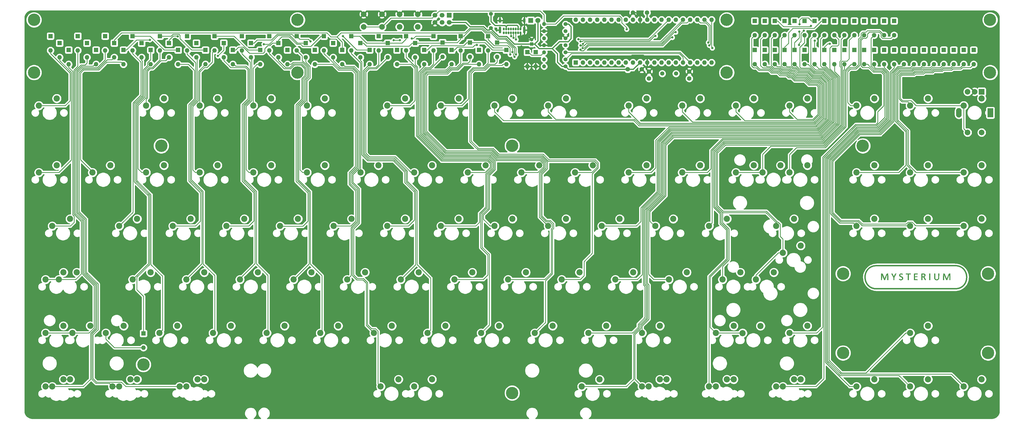
<source format=gtl>
G04 #@! TF.GenerationSoftware,KiCad,Pcbnew,5.1.10-88a1d61d58~90~ubuntu21.04.1*
G04 #@! TF.CreationDate,2021-08-16T12:22:22+02:00*
G04 #@! TF.ProjectId,mysterium-pcb,6d797374-6572-4697-956d-2d7063622e6b,rev?*
G04 #@! TF.SameCoordinates,Original*
G04 #@! TF.FileFunction,Copper,L1,Top*
G04 #@! TF.FilePolarity,Positive*
%FSLAX46Y46*%
G04 Gerber Fmt 4.6, Leading zero omitted, Abs format (unit mm)*
G04 Created by KiCad (PCBNEW 5.1.10-88a1d61d58~90~ubuntu21.04.1) date 2021-08-16 12:22:22*
%MOMM*%
%LPD*%
G01*
G04 APERTURE LIST*
G04 #@! TA.AperFunction,EtchedComponent*
%ADD10C,0.010000*%
G04 #@! TD*
G04 #@! TA.AperFunction,EtchedComponent*
%ADD11C,0.500000*%
G04 #@! TD*
G04 #@! TA.AperFunction,ComponentPad*
%ADD12C,2.000000*%
G04 #@! TD*
G04 #@! TA.AperFunction,ComponentPad*
%ADD13R,2.000000X3.200000*%
G04 #@! TD*
G04 #@! TA.AperFunction,ComponentPad*
%ADD14R,2.000000X2.000000*%
G04 #@! TD*
G04 #@! TA.AperFunction,ComponentPad*
%ADD15C,2.200000*%
G04 #@! TD*
G04 #@! TA.AperFunction,ComponentPad*
%ADD16O,1.600000X1.600000*%
G04 #@! TD*
G04 #@! TA.AperFunction,ComponentPad*
%ADD17R,1.600000X1.600000*%
G04 #@! TD*
G04 #@! TA.AperFunction,ComponentPad*
%ADD18C,4.400000*%
G04 #@! TD*
G04 #@! TA.AperFunction,ComponentPad*
%ADD19C,1.500000*%
G04 #@! TD*
G04 #@! TA.AperFunction,ComponentPad*
%ADD20O,0.650000X1.000000*%
G04 #@! TD*
G04 #@! TA.AperFunction,ComponentPad*
%ADD21O,0.900000X2.400000*%
G04 #@! TD*
G04 #@! TA.AperFunction,ComponentPad*
%ADD22O,0.900000X1.700000*%
G04 #@! TD*
G04 #@! TA.AperFunction,ComponentPad*
%ADD23C,1.400000*%
G04 #@! TD*
G04 #@! TA.AperFunction,ComponentPad*
%ADD24O,1.400000X1.400000*%
G04 #@! TD*
G04 #@! TA.AperFunction,ComponentPad*
%ADD25C,1.800000*%
G04 #@! TD*
G04 #@! TA.AperFunction,ComponentPad*
%ADD26R,1.800000X1.800000*%
G04 #@! TD*
G04 #@! TA.AperFunction,ComponentPad*
%ADD27R,1.700000X1.700000*%
G04 #@! TD*
G04 #@! TA.AperFunction,ComponentPad*
%ADD28C,1.700000*%
G04 #@! TD*
G04 #@! TA.AperFunction,ComponentPad*
%ADD29C,1.600000*%
G04 #@! TD*
G04 #@! TA.AperFunction,ComponentPad*
%ADD30R,1.200000X1.200000*%
G04 #@! TD*
G04 #@! TA.AperFunction,ComponentPad*
%ADD31C,1.200000*%
G04 #@! TD*
G04 #@! TA.AperFunction,ViaPad*
%ADD32C,0.800000*%
G04 #@! TD*
G04 #@! TA.AperFunction,Conductor*
%ADD33C,0.400000*%
G04 #@! TD*
G04 #@! TA.AperFunction,Conductor*
%ADD34C,0.250000*%
G04 #@! TD*
G04 #@! TA.AperFunction,Conductor*
%ADD35C,0.254000*%
G04 #@! TD*
G04 #@! TA.AperFunction,Conductor*
%ADD36C,0.150000*%
G04 #@! TD*
G04 APERTURE END LIST*
D10*
G36*
X349262343Y-149593902D02*
G01*
X349409428Y-149611900D01*
X349544846Y-149642604D01*
X349621256Y-149671151D01*
X349704266Y-149727061D01*
X349736737Y-149797641D01*
X349740601Y-149860761D01*
X349736129Y-149941874D01*
X349713080Y-149978663D01*
X349657003Y-149974647D01*
X349553450Y-149933349D01*
X349514548Y-149915842D01*
X349324366Y-149855238D01*
X349149786Y-149847453D01*
X349002506Y-149889326D01*
X348894224Y-149977694D01*
X348838847Y-150098499D01*
X348832997Y-150204555D01*
X348869686Y-150301801D01*
X348955812Y-150397882D01*
X349098272Y-150500444D01*
X349303963Y-150617132D01*
X349309219Y-150619899D01*
X349498136Y-150726694D01*
X349648709Y-150826888D01*
X349747665Y-150911419D01*
X349763671Y-150930195D01*
X349855277Y-151106049D01*
X349883334Y-151297066D01*
X349851666Y-151488716D01*
X349764095Y-151666470D01*
X349624442Y-151815799D01*
X349511505Y-151888707D01*
X349380802Y-151931570D01*
X349206945Y-151956238D01*
X349018445Y-151961379D01*
X348843816Y-151945658D01*
X348752903Y-151924166D01*
X348584738Y-151850178D01*
X348485608Y-151759398D01*
X348452216Y-151648774D01*
X348452195Y-151645608D01*
X348459856Y-151560722D01*
X348491483Y-151525879D01*
X348560042Y-151537573D01*
X348668345Y-151587158D01*
X348878731Y-151668824D01*
X349077154Y-151700818D01*
X349253685Y-151685990D01*
X349398396Y-151627190D01*
X349501357Y-151527267D01*
X349552640Y-151389069D01*
X349556543Y-151332280D01*
X349535233Y-151215313D01*
X349466266Y-151108421D01*
X349342084Y-151003866D01*
X349155130Y-150893913D01*
X349101715Y-150866677D01*
X348880129Y-150747007D01*
X348720775Y-150636144D01*
X348614841Y-150523582D01*
X348553515Y-150398812D01*
X348527986Y-150251328D01*
X348525818Y-150179986D01*
X348557966Y-149981103D01*
X348654830Y-149816798D01*
X348817037Y-149686093D01*
X348857420Y-149663875D01*
X348969852Y-149614417D01*
X349078217Y-149592154D01*
X349216192Y-149591267D01*
X349262343Y-149593902D01*
G37*
X349262343Y-149593902D02*
X349409428Y-149611900D01*
X349544846Y-149642604D01*
X349621256Y-149671151D01*
X349704266Y-149727061D01*
X349736737Y-149797641D01*
X349740601Y-149860761D01*
X349736129Y-149941874D01*
X349713080Y-149978663D01*
X349657003Y-149974647D01*
X349553450Y-149933349D01*
X349514548Y-149915842D01*
X349324366Y-149855238D01*
X349149786Y-149847453D01*
X349002506Y-149889326D01*
X348894224Y-149977694D01*
X348838847Y-150098499D01*
X348832997Y-150204555D01*
X348869686Y-150301801D01*
X348955812Y-150397882D01*
X349098272Y-150500444D01*
X349303963Y-150617132D01*
X349309219Y-150619899D01*
X349498136Y-150726694D01*
X349648709Y-150826888D01*
X349747665Y-150911419D01*
X349763671Y-150930195D01*
X349855277Y-151106049D01*
X349883334Y-151297066D01*
X349851666Y-151488716D01*
X349764095Y-151666470D01*
X349624442Y-151815799D01*
X349511505Y-151888707D01*
X349380802Y-151931570D01*
X349206945Y-151956238D01*
X349018445Y-151961379D01*
X348843816Y-151945658D01*
X348752903Y-151924166D01*
X348584738Y-151850178D01*
X348485608Y-151759398D01*
X348452216Y-151648774D01*
X348452195Y-151645608D01*
X348459856Y-151560722D01*
X348491483Y-151525879D01*
X348560042Y-151537573D01*
X348668345Y-151587158D01*
X348878731Y-151668824D01*
X349077154Y-151700818D01*
X349253685Y-151685990D01*
X349398396Y-151627190D01*
X349501357Y-151527267D01*
X349552640Y-151389069D01*
X349556543Y-151332280D01*
X349535233Y-151215313D01*
X349466266Y-151108421D01*
X349342084Y-151003866D01*
X349155130Y-150893913D01*
X349101715Y-150866677D01*
X348880129Y-150747007D01*
X348720775Y-150636144D01*
X348614841Y-150523582D01*
X348553515Y-150398812D01*
X348527986Y-150251328D01*
X348525818Y-150179986D01*
X348557966Y-149981103D01*
X348654830Y-149816798D01*
X348817037Y-149686093D01*
X348857420Y-149663875D01*
X348969852Y-149614417D01*
X349078217Y-149592154D01*
X349216192Y-149591267D01*
X349262343Y-149593902D01*
G36*
X361263438Y-150439598D02*
G01*
X361264318Y-150712251D01*
X361266875Y-150922117D01*
X361271897Y-151080024D01*
X361280171Y-151196805D01*
X361292483Y-151283289D01*
X361309622Y-151350306D01*
X361332375Y-151408686D01*
X361334169Y-151412664D01*
X361439353Y-151563477D01*
X361592109Y-151658353D01*
X361791495Y-151696734D01*
X361814804Y-151697459D01*
X362025768Y-151672959D01*
X362191000Y-151590966D01*
X362302232Y-151465992D01*
X362328852Y-151419764D01*
X362349298Y-151370827D01*
X362364555Y-151308900D01*
X362375607Y-151223705D01*
X362383440Y-151104963D01*
X362389037Y-150942395D01*
X362393383Y-150725721D01*
X362397034Y-150476410D01*
X362408684Y-149620540D01*
X362703022Y-149620540D01*
X362679876Y-151411924D01*
X362569113Y-151590956D01*
X362426761Y-151754449D01*
X362236560Y-151875538D01*
X362013921Y-151949479D01*
X361774254Y-151971532D01*
X361532972Y-151936952D01*
X361488171Y-151923574D01*
X361285911Y-151820197D01*
X361122976Y-151659122D01*
X361037927Y-151516338D01*
X361015990Y-151461765D01*
X360999242Y-151398172D01*
X360986989Y-151315300D01*
X360978538Y-151202889D01*
X360973196Y-151050681D01*
X360970272Y-150848416D01*
X360969072Y-150585835D01*
X360968945Y-150494816D01*
X360968137Y-149620540D01*
X361262630Y-149620540D01*
X361263438Y-150439598D01*
G37*
X361263438Y-150439598D02*
X361264318Y-150712251D01*
X361266875Y-150922117D01*
X361271897Y-151080024D01*
X361280171Y-151196805D01*
X361292483Y-151283289D01*
X361309622Y-151350306D01*
X361332375Y-151408686D01*
X361334169Y-151412664D01*
X361439353Y-151563477D01*
X361592109Y-151658353D01*
X361791495Y-151696734D01*
X361814804Y-151697459D01*
X362025768Y-151672959D01*
X362191000Y-151590966D01*
X362302232Y-151465992D01*
X362328852Y-151419764D01*
X362349298Y-151370827D01*
X362364555Y-151308900D01*
X362375607Y-151223705D01*
X362383440Y-151104963D01*
X362389037Y-150942395D01*
X362393383Y-150725721D01*
X362397034Y-150476410D01*
X362408684Y-149620540D01*
X362703022Y-149620540D01*
X362679876Y-151411924D01*
X362569113Y-151590956D01*
X362426761Y-151754449D01*
X362236560Y-151875538D01*
X362013921Y-151949479D01*
X361774254Y-151971532D01*
X361532972Y-151936952D01*
X361488171Y-151923574D01*
X361285911Y-151820197D01*
X361122976Y-151659122D01*
X361037927Y-151516338D01*
X361015990Y-151461765D01*
X360999242Y-151398172D01*
X360986989Y-151315300D01*
X360978538Y-151202889D01*
X360973196Y-151050681D01*
X360970272Y-150848416D01*
X360969072Y-150585835D01*
X360968945Y-150494816D01*
X360968137Y-149620540D01*
X361262630Y-149620540D01*
X361263438Y-150439598D01*
G36*
X342490824Y-149638721D02*
G01*
X342570356Y-149683185D01*
X342571992Y-149684961D01*
X342601225Y-149736030D01*
X342652820Y-149845555D01*
X342722384Y-150003405D01*
X342805524Y-150199445D01*
X342897846Y-150423542D01*
X342971164Y-150605669D01*
X343065196Y-150838039D01*
X343151364Y-151044245D01*
X343225769Y-151215491D01*
X343284507Y-151342979D01*
X343323679Y-151417914D01*
X343338505Y-151433929D01*
X343359170Y-151393317D01*
X343403340Y-151294158D01*
X343466886Y-151146148D01*
X343545680Y-150958982D01*
X343635592Y-150742352D01*
X343703233Y-150577642D01*
X343800356Y-150343247D01*
X343891516Y-150129074D01*
X343972132Y-149945434D01*
X344037621Y-149802632D01*
X344083402Y-149710979D01*
X344100752Y-149683338D01*
X344155954Y-149643395D01*
X344241474Y-149626803D01*
X344364079Y-149628120D01*
X344568572Y-149638946D01*
X344578299Y-150789309D01*
X344588026Y-151939671D01*
X344292485Y-151939671D01*
X344292485Y-150921217D01*
X344291563Y-150657655D01*
X344288961Y-150421327D01*
X344284922Y-150221276D01*
X344279691Y-150066547D01*
X344273512Y-149966182D01*
X344266630Y-149929226D01*
X344265701Y-149929546D01*
X344245645Y-149969417D01*
X344202175Y-150068876D01*
X344138974Y-150219056D01*
X344059726Y-150411091D01*
X343968115Y-150636115D01*
X343867824Y-150885260D01*
X343846412Y-150938797D01*
X343453906Y-151921265D01*
X343320005Y-151932751D01*
X343243025Y-151935362D01*
X343193244Y-151916379D01*
X343152361Y-151860455D01*
X343102075Y-151752244D01*
X343100520Y-151748693D01*
X343062288Y-151657284D01*
X343002813Y-151510039D01*
X342927213Y-151319866D01*
X342840604Y-151099669D01*
X342748104Y-150862358D01*
X342705812Y-150753140D01*
X342396688Y-149953132D01*
X342378282Y-150937198D01*
X342359876Y-151921265D01*
X342229720Y-151932220D01*
X342135914Y-151932761D01*
X342076949Y-151919707D01*
X342073270Y-151916882D01*
X342064346Y-151872083D01*
X342057286Y-151764942D01*
X342052029Y-151606714D01*
X342048516Y-151408656D01*
X342046688Y-151182024D01*
X342046485Y-150938073D01*
X342047846Y-150688059D01*
X342050712Y-150443238D01*
X342055024Y-150214866D01*
X342060721Y-150014199D01*
X342067745Y-149852492D01*
X342076034Y-149741003D01*
X342085084Y-149691744D01*
X342146978Y-149644590D01*
X342252793Y-149619791D01*
X342376189Y-149617712D01*
X342490824Y-149638721D01*
G37*
X342490824Y-149638721D02*
X342570356Y-149683185D01*
X342571992Y-149684961D01*
X342601225Y-149736030D01*
X342652820Y-149845555D01*
X342722384Y-150003405D01*
X342805524Y-150199445D01*
X342897846Y-150423542D01*
X342971164Y-150605669D01*
X343065196Y-150838039D01*
X343151364Y-151044245D01*
X343225769Y-151215491D01*
X343284507Y-151342979D01*
X343323679Y-151417914D01*
X343338505Y-151433929D01*
X343359170Y-151393317D01*
X343403340Y-151294158D01*
X343466886Y-151146148D01*
X343545680Y-150958982D01*
X343635592Y-150742352D01*
X343703233Y-150577642D01*
X343800356Y-150343247D01*
X343891516Y-150129074D01*
X343972132Y-149945434D01*
X344037621Y-149802632D01*
X344083402Y-149710979D01*
X344100752Y-149683338D01*
X344155954Y-149643395D01*
X344241474Y-149626803D01*
X344364079Y-149628120D01*
X344568572Y-149638946D01*
X344578299Y-150789309D01*
X344588026Y-151939671D01*
X344292485Y-151939671D01*
X344292485Y-150921217D01*
X344291563Y-150657655D01*
X344288961Y-150421327D01*
X344284922Y-150221276D01*
X344279691Y-150066547D01*
X344273512Y-149966182D01*
X344266630Y-149929226D01*
X344265701Y-149929546D01*
X344245645Y-149969417D01*
X344202175Y-150068876D01*
X344138974Y-150219056D01*
X344059726Y-150411091D01*
X343968115Y-150636115D01*
X343867824Y-150885260D01*
X343846412Y-150938797D01*
X343453906Y-151921265D01*
X343320005Y-151932751D01*
X343243025Y-151935362D01*
X343193244Y-151916379D01*
X343152361Y-151860455D01*
X343102075Y-151752244D01*
X343100520Y-151748693D01*
X343062288Y-151657284D01*
X343002813Y-151510039D01*
X342927213Y-151319866D01*
X342840604Y-151099669D01*
X342748104Y-150862358D01*
X342705812Y-150753140D01*
X342396688Y-149953132D01*
X342378282Y-150937198D01*
X342359876Y-151921265D01*
X342229720Y-151932220D01*
X342135914Y-151932761D01*
X342076949Y-151919707D01*
X342073270Y-151916882D01*
X342064346Y-151872083D01*
X342057286Y-151764942D01*
X342052029Y-151606714D01*
X342048516Y-151408656D01*
X342046688Y-151182024D01*
X342046485Y-150938073D01*
X342047846Y-150688059D01*
X342050712Y-150443238D01*
X342055024Y-150214866D01*
X342060721Y-150014199D01*
X342067745Y-149852492D01*
X342076034Y-149741003D01*
X342085084Y-149691744D01*
X342146978Y-149644590D01*
X342252793Y-149619791D01*
X342376189Y-149617712D01*
X342490824Y-149638721D01*
G36*
X346267243Y-149979454D02*
G01*
X346348664Y-150153532D01*
X346429275Y-150327119D01*
X346497173Y-150474526D01*
X346525732Y-150537231D01*
X346615643Y-150736095D01*
X346773315Y-150389984D01*
X346854070Y-150214825D01*
X346937419Y-150037503D01*
X347010095Y-149886121D01*
X347036651Y-149832207D01*
X347096035Y-149717804D01*
X347141981Y-149654482D01*
X347193302Y-149627138D01*
X347268810Y-149620669D01*
X347300298Y-149620540D01*
X347396436Y-149624442D01*
X347452441Y-149634265D01*
X347458282Y-149639314D01*
X347442530Y-149676345D01*
X347398490Y-149769239D01*
X347330984Y-149908102D01*
X347244834Y-150083042D01*
X347144864Y-150284163D01*
X347108572Y-150356772D01*
X346758862Y-151055457D01*
X346758862Y-151939671D01*
X346464369Y-151939671D01*
X346464369Y-151055457D01*
X346114659Y-150356772D01*
X346011087Y-150149001D01*
X345919696Y-149964047D01*
X345845308Y-149811804D01*
X345792746Y-149702165D01*
X345766832Y-149645025D01*
X345764948Y-149639314D01*
X345797892Y-149628148D01*
X345881299Y-149621425D01*
X345931806Y-149620540D01*
X346098664Y-149620540D01*
X346267243Y-149979454D01*
G37*
X346267243Y-149979454D02*
X346348664Y-150153532D01*
X346429275Y-150327119D01*
X346497173Y-150474526D01*
X346525732Y-150537231D01*
X346615643Y-150736095D01*
X346773315Y-150389984D01*
X346854070Y-150214825D01*
X346937419Y-150037503D01*
X347010095Y-149886121D01*
X347036651Y-149832207D01*
X347096035Y-149717804D01*
X347141981Y-149654482D01*
X347193302Y-149627138D01*
X347268810Y-149620669D01*
X347300298Y-149620540D01*
X347396436Y-149624442D01*
X347452441Y-149634265D01*
X347458282Y-149639314D01*
X347442530Y-149676345D01*
X347398490Y-149769239D01*
X347330984Y-149908102D01*
X347244834Y-150083042D01*
X347144864Y-150284163D01*
X347108572Y-150356772D01*
X346758862Y-151055457D01*
X346758862Y-151939671D01*
X346464369Y-151939671D01*
X346464369Y-151055457D01*
X346114659Y-150356772D01*
X346011087Y-150149001D01*
X345919696Y-149964047D01*
X345845308Y-149811804D01*
X345792746Y-149702165D01*
X345766832Y-149645025D01*
X345764948Y-149639314D01*
X345797892Y-149628148D01*
X345881299Y-149621425D01*
X345931806Y-149620540D01*
X346098664Y-149620540D01*
X346267243Y-149979454D01*
G36*
X351737630Y-149629065D02*
G01*
X352593499Y-149638946D01*
X352593499Y-149859816D01*
X351924035Y-149880832D01*
X351899958Y-150569744D01*
X351891978Y-150817213D01*
X351885103Y-151066919D01*
X351879809Y-151298616D01*
X351876570Y-151492058D01*
X351875777Y-151599164D01*
X351875673Y-151939671D01*
X351581180Y-151939671D01*
X351581180Y-149878222D01*
X350881760Y-149878222D01*
X350881760Y-149619184D01*
X351737630Y-149629065D01*
G37*
X351737630Y-149629065D02*
X352593499Y-149638946D01*
X352593499Y-149859816D01*
X351924035Y-149880832D01*
X351899958Y-150569744D01*
X351891978Y-150817213D01*
X351885103Y-151066919D01*
X351879809Y-151298616D01*
X351876570Y-151492058D01*
X351875777Y-151599164D01*
X351875673Y-151939671D01*
X351581180Y-151939671D01*
X351581180Y-149878222D01*
X350881760Y-149878222D01*
X350881760Y-149619184D01*
X351737630Y-149629065D01*
G36*
X355034600Y-149740178D02*
G01*
X355023064Y-149859816D01*
X354553717Y-149870119D01*
X354084369Y-149880421D01*
X354084369Y-150612042D01*
X354498499Y-150622451D01*
X354912630Y-150632859D01*
X354912630Y-150816917D01*
X354498499Y-150827326D01*
X354084369Y-150837734D01*
X354084369Y-151681990D01*
X354560220Y-151681990D01*
X354756872Y-151682958D01*
X354891815Y-151686908D01*
X354976949Y-151695403D01*
X355024174Y-151710011D01*
X355045390Y-151732297D01*
X355049880Y-151746410D01*
X355053631Y-151840451D01*
X355048286Y-151875251D01*
X355036306Y-151899286D01*
X355006592Y-151916523D01*
X354948538Y-151928069D01*
X354851536Y-151935032D01*
X354704980Y-151938517D01*
X354498265Y-151939632D01*
X354431081Y-151939671D01*
X354206702Y-151939084D01*
X354044792Y-151936497D01*
X353934202Y-151930668D01*
X353863782Y-151920358D01*
X353822382Y-151904325D01*
X353798853Y-151881329D01*
X353791171Y-151868468D01*
X353781910Y-151815329D01*
X353773740Y-151700222D01*
X353766744Y-151534792D01*
X353761007Y-151330688D01*
X353756613Y-151099556D01*
X353753644Y-150853043D01*
X353752186Y-150602797D01*
X353752322Y-150360465D01*
X353754135Y-150137693D01*
X353757710Y-149946130D01*
X353763131Y-149797422D01*
X353770481Y-149703216D01*
X353775409Y-149678769D01*
X353792742Y-149657148D01*
X353832433Y-149641523D01*
X353904713Y-149630971D01*
X354019813Y-149624571D01*
X354187964Y-149621401D01*
X354419396Y-149620541D01*
X354421944Y-149620540D01*
X355046135Y-149620540D01*
X355034600Y-149740178D01*
G37*
X355034600Y-149740178D02*
X355023064Y-149859816D01*
X354553717Y-149870119D01*
X354084369Y-149880421D01*
X354084369Y-150612042D01*
X354498499Y-150622451D01*
X354912630Y-150632859D01*
X354912630Y-150816917D01*
X354498499Y-150827326D01*
X354084369Y-150837734D01*
X354084369Y-151681990D01*
X354560220Y-151681990D01*
X354756872Y-151682958D01*
X354891815Y-151686908D01*
X354976949Y-151695403D01*
X355024174Y-151710011D01*
X355045390Y-151732297D01*
X355049880Y-151746410D01*
X355053631Y-151840451D01*
X355048286Y-151875251D01*
X355036306Y-151899286D01*
X355006592Y-151916523D01*
X354948538Y-151928069D01*
X354851536Y-151935032D01*
X354704980Y-151938517D01*
X354498265Y-151939632D01*
X354431081Y-151939671D01*
X354206702Y-151939084D01*
X354044792Y-151936497D01*
X353934202Y-151930668D01*
X353863782Y-151920358D01*
X353822382Y-151904325D01*
X353798853Y-151881329D01*
X353791171Y-151868468D01*
X353781910Y-151815329D01*
X353773740Y-151700222D01*
X353766744Y-151534792D01*
X353761007Y-151330688D01*
X353756613Y-151099556D01*
X353753644Y-150853043D01*
X353752186Y-150602797D01*
X353752322Y-150360465D01*
X353754135Y-150137693D01*
X353757710Y-149946130D01*
X353763131Y-149797422D01*
X353770481Y-149703216D01*
X353775409Y-149678769D01*
X353792742Y-149657148D01*
X353832433Y-149641523D01*
X353904713Y-149630971D01*
X354019813Y-149624571D01*
X354187964Y-149621401D01*
X354419396Y-149620541D01*
X354421944Y-149620540D01*
X355046135Y-149620540D01*
X355034600Y-149740178D01*
G36*
X356860464Y-149625343D02*
G01*
X356902338Y-149626493D01*
X357108277Y-149634772D01*
X357257582Y-149647722D01*
X357367211Y-149667892D01*
X357454123Y-149697828D01*
X357489441Y-149714702D01*
X357620759Y-149817500D01*
X357726643Y-149965173D01*
X357790417Y-150130372D01*
X357801531Y-150226529D01*
X357769414Y-150401235D01*
X357685613Y-150566834D01*
X357565259Y-150696432D01*
X357520137Y-150726693D01*
X357379006Y-150807872D01*
X357493822Y-150929540D01*
X357544103Y-151000276D01*
X357608779Y-151115789D01*
X357681217Y-151260976D01*
X357754783Y-151420732D01*
X357822842Y-151579955D01*
X357878762Y-151723539D01*
X357915907Y-151836381D01*
X357927644Y-151903377D01*
X357925356Y-151912062D01*
X357881045Y-151929814D01*
X357792398Y-151939219D01*
X357766574Y-151939671D01*
X357624718Y-151939671D01*
X357524020Y-151672787D01*
X357421089Y-151414005D01*
X357328996Y-151218659D01*
X357240931Y-151078707D01*
X357150083Y-150986107D01*
X357049641Y-150932820D01*
X356932796Y-150910803D01*
X356877086Y-150908946D01*
X356697992Y-150908946D01*
X356697992Y-151939671D01*
X356556881Y-151939671D01*
X356459602Y-151933790D01*
X356397332Y-151919240D01*
X356391229Y-151915130D01*
X356384980Y-151873415D01*
X356379317Y-151767487D01*
X356374452Y-151606757D01*
X356370594Y-151400634D01*
X356367954Y-151158527D01*
X356366743Y-150889846D01*
X356366688Y-150817818D01*
X356367083Y-150651265D01*
X356697992Y-150651265D01*
X356931824Y-150651265D01*
X357087239Y-150643685D01*
X357199316Y-150616392D01*
X357290251Y-150567300D01*
X357410105Y-150453124D01*
X357462861Y-150313234D01*
X357455776Y-150158133D01*
X357404225Y-150029439D01*
X357302356Y-149941904D01*
X357144776Y-149892564D01*
X356946470Y-149878359D01*
X356697992Y-149878222D01*
X356697992Y-150651265D01*
X356367083Y-150651265D01*
X356367472Y-150487312D01*
X356370015Y-150223711D01*
X356374597Y-150020312D01*
X356381502Y-149870410D01*
X356391010Y-149767303D01*
X356403404Y-149704287D01*
X356414585Y-149679544D01*
X356442943Y-149651652D01*
X356488207Y-149633755D01*
X356563879Y-149624383D01*
X356683464Y-149622069D01*
X356860464Y-149625343D01*
G37*
X356860464Y-149625343D02*
X356902338Y-149626493D01*
X357108277Y-149634772D01*
X357257582Y-149647722D01*
X357367211Y-149667892D01*
X357454123Y-149697828D01*
X357489441Y-149714702D01*
X357620759Y-149817500D01*
X357726643Y-149965173D01*
X357790417Y-150130372D01*
X357801531Y-150226529D01*
X357769414Y-150401235D01*
X357685613Y-150566834D01*
X357565259Y-150696432D01*
X357520137Y-150726693D01*
X357379006Y-150807872D01*
X357493822Y-150929540D01*
X357544103Y-151000276D01*
X357608779Y-151115789D01*
X357681217Y-151260976D01*
X357754783Y-151420732D01*
X357822842Y-151579955D01*
X357878762Y-151723539D01*
X357915907Y-151836381D01*
X357927644Y-151903377D01*
X357925356Y-151912062D01*
X357881045Y-151929814D01*
X357792398Y-151939219D01*
X357766574Y-151939671D01*
X357624718Y-151939671D01*
X357524020Y-151672787D01*
X357421089Y-151414005D01*
X357328996Y-151218659D01*
X357240931Y-151078707D01*
X357150083Y-150986107D01*
X357049641Y-150932820D01*
X356932796Y-150910803D01*
X356877086Y-150908946D01*
X356697992Y-150908946D01*
X356697992Y-151939671D01*
X356556881Y-151939671D01*
X356459602Y-151933790D01*
X356397332Y-151919240D01*
X356391229Y-151915130D01*
X356384980Y-151873415D01*
X356379317Y-151767487D01*
X356374452Y-151606757D01*
X356370594Y-151400634D01*
X356367954Y-151158527D01*
X356366743Y-150889846D01*
X356366688Y-150817818D01*
X356367083Y-150651265D01*
X356697992Y-150651265D01*
X356931824Y-150651265D01*
X357087239Y-150643685D01*
X357199316Y-150616392D01*
X357290251Y-150567300D01*
X357410105Y-150453124D01*
X357462861Y-150313234D01*
X357455776Y-150158133D01*
X357404225Y-150029439D01*
X357302356Y-149941904D01*
X357144776Y-149892564D01*
X356946470Y-149878359D01*
X356697992Y-149878222D01*
X356697992Y-150651265D01*
X356367083Y-150651265D01*
X356367472Y-150487312D01*
X356370015Y-150223711D01*
X356374597Y-150020312D01*
X356381502Y-149870410D01*
X356391010Y-149767303D01*
X356403404Y-149704287D01*
X356414585Y-149679544D01*
X356442943Y-149651652D01*
X356488207Y-149633755D01*
X356563879Y-149624383D01*
X356683464Y-149622069D01*
X356860464Y-149625343D01*
G36*
X359495673Y-151939671D02*
G01*
X359201180Y-151939671D01*
X359201180Y-149620540D01*
X359495673Y-149620540D01*
X359495673Y-151939671D01*
G37*
X359495673Y-151939671D02*
X359201180Y-151939671D01*
X359201180Y-149620540D01*
X359495673Y-149620540D01*
X359495673Y-151939671D01*
G36*
X364496045Y-149629930D02*
G01*
X364602042Y-149660936D01*
X364643487Y-149688354D01*
X364675670Y-149740862D01*
X364729463Y-149851709D01*
X364800281Y-150010432D01*
X364883537Y-150206565D01*
X364974645Y-150429643D01*
X365034688Y-150581035D01*
X365126169Y-150812837D01*
X365209833Y-151021913D01*
X365281656Y-151198440D01*
X365337611Y-151332594D01*
X365373674Y-151414549D01*
X365384731Y-151435397D01*
X365405181Y-151410894D01*
X365449012Y-151326661D01*
X365512295Y-151191335D01*
X365591098Y-151013555D01*
X365681493Y-150801961D01*
X365769928Y-150588730D01*
X365869551Y-150348978D01*
X365963149Y-150130653D01*
X366046336Y-149943444D01*
X366114728Y-149797037D01*
X366163939Y-149701118D01*
X366187368Y-149666555D01*
X366265996Y-149635416D01*
X366379749Y-149622043D01*
X366499486Y-149626145D01*
X366596066Y-149647432D01*
X366633170Y-149670996D01*
X366646278Y-149713972D01*
X366656141Y-149810025D01*
X366662873Y-149963222D01*
X366666588Y-150177631D01*
X366667398Y-150457320D01*
X366665418Y-150806359D01*
X366665286Y-150821358D01*
X366655528Y-151921265D01*
X366361035Y-151921265D01*
X366342630Y-150927732D01*
X366324224Y-149934200D01*
X365920731Y-150936935D01*
X365517239Y-151939671D01*
X365244816Y-151939671D01*
X364960217Y-151212642D01*
X364868003Y-150977098D01*
X364778046Y-150747361D01*
X364696284Y-150538589D01*
X364628651Y-150365940D01*
X364581086Y-150244574D01*
X364576374Y-150232556D01*
X364477130Y-149979498D01*
X364452778Y-150542104D01*
X364443647Y-150783687D01*
X364436077Y-151042318D01*
X364430780Y-151289278D01*
X364428471Y-151495846D01*
X364428427Y-151522190D01*
X364428427Y-151939671D01*
X364133934Y-151939671D01*
X364133934Y-150824280D01*
X364134816Y-150479310D01*
X364137596Y-150202714D01*
X364142472Y-149989264D01*
X364149644Y-149833730D01*
X364159311Y-149730882D01*
X364171672Y-149675492D01*
X364178108Y-149664714D01*
X364254376Y-149630311D01*
X364370256Y-149619219D01*
X364496045Y-149629930D01*
G37*
X364496045Y-149629930D02*
X364602042Y-149660936D01*
X364643487Y-149688354D01*
X364675670Y-149740862D01*
X364729463Y-149851709D01*
X364800281Y-150010432D01*
X364883537Y-150206565D01*
X364974645Y-150429643D01*
X365034688Y-150581035D01*
X365126169Y-150812837D01*
X365209833Y-151021913D01*
X365281656Y-151198440D01*
X365337611Y-151332594D01*
X365373674Y-151414549D01*
X365384731Y-151435397D01*
X365405181Y-151410894D01*
X365449012Y-151326661D01*
X365512295Y-151191335D01*
X365591098Y-151013555D01*
X365681493Y-150801961D01*
X365769928Y-150588730D01*
X365869551Y-150348978D01*
X365963149Y-150130653D01*
X366046336Y-149943444D01*
X366114728Y-149797037D01*
X366163939Y-149701118D01*
X366187368Y-149666555D01*
X366265996Y-149635416D01*
X366379749Y-149622043D01*
X366499486Y-149626145D01*
X366596066Y-149647432D01*
X366633170Y-149670996D01*
X366646278Y-149713972D01*
X366656141Y-149810025D01*
X366662873Y-149963222D01*
X366666588Y-150177631D01*
X366667398Y-150457320D01*
X366665418Y-150806359D01*
X366665286Y-150821358D01*
X366655528Y-151921265D01*
X366361035Y-151921265D01*
X366342630Y-150927732D01*
X366324224Y-149934200D01*
X365920731Y-150936935D01*
X365517239Y-151939671D01*
X365244816Y-151939671D01*
X364960217Y-151212642D01*
X364868003Y-150977098D01*
X364778046Y-150747361D01*
X364696284Y-150538589D01*
X364628651Y-150365940D01*
X364581086Y-150244574D01*
X364576374Y-150232556D01*
X364477130Y-149979498D01*
X364452778Y-150542104D01*
X364443647Y-150783687D01*
X364436077Y-151042318D01*
X364430780Y-151289278D01*
X364428471Y-151495846D01*
X364428427Y-151522190D01*
X364428427Y-151939671D01*
X364133934Y-151939671D01*
X364133934Y-150824280D01*
X364134816Y-150479310D01*
X364137596Y-150202714D01*
X364142472Y-149989264D01*
X364149644Y-149833730D01*
X364159311Y-149730882D01*
X364171672Y-149675492D01*
X364178108Y-149664714D01*
X364254376Y-149630311D01*
X364370256Y-149619219D01*
X364496045Y-149629930D01*
D11*
X340417050Y-146811700D02*
X368292050Y-146811700D01*
X340639850Y-155071700D02*
X368514850Y-155071700D01*
X368292050Y-146811700D02*
G75*
G02*
X368514850Y-155071700I111400J-4130000D01*
G01*
X340639850Y-155071700D02*
G75*
G02*
X340417050Y-146811700I-111400J4130000D01*
G01*
D12*
X372825000Y-99399500D03*
X377825000Y-99399500D03*
G04 #@! TA.AperFunction,ComponentPad*
G36*
G01*
X369725000Y-90699500D02*
X369725000Y-90699500D01*
G75*
G02*
X370725000Y-91699500I0J-1000000D01*
G01*
X370725000Y-93099500D01*
G75*
G02*
X369725000Y-94099500I-1000000J0D01*
G01*
X369725000Y-94099500D01*
G75*
G02*
X368725000Y-93099500I0J1000000D01*
G01*
X368725000Y-91699500D01*
G75*
G02*
X369725000Y-90699500I1000000J0D01*
G01*
G37*
G04 #@! TD.AperFunction*
D13*
X380925000Y-92399500D03*
D12*
X372825000Y-84899500D03*
X375325000Y-84899500D03*
D14*
X377825000Y-84899500D03*
D15*
X292100000Y-149225000D03*
X285750000Y-151765000D03*
X307181750Y-142240000D03*
X313531750Y-139700000D03*
X299243750Y-168281350D03*
X292893750Y-170821350D03*
X315912500Y-168275000D03*
X309562500Y-170815000D03*
X289718750Y-168275000D03*
X283368750Y-170815000D03*
D16*
X346696818Y-64760499D03*
D17*
X346696818Y-59680499D03*
D15*
X315912500Y-111125000D03*
X309562500Y-113665000D03*
X296862500Y-111125000D03*
X290512500Y-113665000D03*
D16*
X343166818Y-64760499D03*
D17*
X343166818Y-59680499D03*
D15*
X73025000Y-168275000D03*
X66675000Y-170815000D03*
X51593750Y-168275000D03*
X45243750Y-170815000D03*
D16*
X80010000Y-176022000D03*
D17*
X80010000Y-170942000D03*
D18*
X287223200Y-78063500D03*
X134734300Y-78063500D03*
D15*
X297656250Y-151765000D03*
X304006250Y-149225000D03*
D16*
X311365410Y-75134948D03*
D17*
X311365410Y-70054948D03*
D16*
X72896866Y-75134948D03*
D17*
X72896866Y-70054948D03*
D16*
X108530629Y-72654655D03*
D17*
X108530629Y-67574655D03*
D16*
X321967188Y-75134948D03*
D17*
X321967188Y-70054948D03*
D16*
X343170744Y-75134948D03*
D17*
X343170744Y-70054948D03*
D16*
X339636818Y-75134948D03*
D17*
X339636818Y-70054948D03*
D16*
X339636818Y-64760499D03*
D17*
X339636818Y-59680499D03*
D16*
X336102892Y-75134948D03*
D17*
X336102892Y-70054948D03*
D16*
X325501114Y-75134948D03*
D17*
X325501114Y-70054948D03*
D16*
X314899336Y-75134948D03*
D17*
X314899336Y-70054948D03*
D16*
X314899336Y-64760499D03*
D17*
X314899336Y-59680499D03*
D16*
X150643258Y-75134948D03*
D17*
X150643258Y-70054948D03*
D16*
X69657433Y-72654655D03*
D17*
X69657433Y-67574655D03*
D16*
X66418000Y-70174362D03*
D17*
X66418000Y-65094362D03*
D16*
X63178567Y-75134948D03*
D17*
X63178567Y-70054948D03*
D16*
X346704670Y-75134948D03*
D17*
X346704670Y-70054948D03*
D16*
X329035040Y-64760499D03*
D17*
X329035040Y-59680499D03*
D16*
X318433262Y-64760499D03*
D17*
X318433262Y-59680499D03*
D16*
X199234783Y-75134948D03*
D17*
X199234783Y-70054948D03*
D16*
X183037588Y-70174362D03*
D17*
X183037588Y-65094362D03*
D16*
X163600990Y-70174362D03*
D17*
X163600990Y-65094362D03*
D16*
X147403825Y-72654655D03*
D17*
X147403825Y-67574655D03*
D16*
X131206660Y-75134948D03*
D17*
X131206660Y-70054948D03*
D16*
X115009495Y-70174362D03*
D17*
X115009495Y-65094362D03*
D16*
X98812330Y-72654655D03*
D17*
X98812330Y-67574655D03*
D16*
X82615165Y-75134948D03*
D17*
X82615165Y-70054948D03*
D16*
X59939134Y-72654655D03*
D17*
X59939134Y-67574655D03*
D16*
X329035040Y-75134948D03*
D17*
X329035040Y-70054948D03*
D16*
X318433262Y-75134948D03*
D17*
X318433262Y-70054948D03*
D16*
X311365410Y-64760499D03*
D17*
X311365410Y-59680499D03*
D16*
X208953100Y-75134948D03*
D17*
X208953100Y-70054948D03*
D16*
X195995344Y-72453500D03*
D17*
X195995344Y-67373500D03*
D16*
X179798155Y-75134948D03*
D17*
X179798155Y-70054948D03*
D16*
X160361557Y-75134948D03*
D17*
X160361557Y-70054948D03*
D16*
X144164392Y-70174362D03*
D17*
X144164392Y-65094362D03*
D16*
X127967227Y-72654655D03*
D17*
X127967227Y-67574655D03*
D16*
X111770062Y-75134948D03*
D17*
X111770062Y-70054948D03*
D16*
X95572897Y-70174362D03*
D17*
X95572897Y-65094362D03*
D16*
X79375732Y-72654655D03*
D17*
X79375732Y-67574655D03*
D16*
X56699701Y-70174362D03*
D17*
X56699701Y-65094362D03*
D16*
X357306448Y-75134948D03*
D17*
X357306448Y-70054948D03*
D16*
X353772522Y-75134948D03*
D17*
X353772522Y-70054948D03*
D16*
X350238596Y-75134948D03*
D17*
X350238596Y-70054948D03*
D16*
X332568966Y-64760499D03*
D17*
X332568966Y-59680499D03*
D16*
X325501114Y-64760499D03*
D17*
X325501114Y-59680499D03*
D16*
X321967188Y-64760499D03*
D17*
X321967188Y-59680499D03*
D16*
X307831484Y-75134948D03*
D17*
X307831484Y-70054948D03*
D16*
X192755905Y-70174362D03*
D17*
X192755905Y-65094362D03*
D16*
X186277027Y-72453500D03*
D17*
X186277027Y-67373500D03*
D16*
X176558722Y-72654655D03*
D17*
X176558722Y-67574655D03*
D16*
X157122124Y-72654655D03*
D17*
X157122124Y-67574655D03*
D16*
X140924959Y-75134948D03*
D17*
X140924959Y-70054948D03*
D16*
X124727794Y-70174362D03*
D17*
X124727794Y-65094362D03*
D16*
X92333464Y-75134948D03*
D17*
X92333464Y-70054948D03*
D16*
X76136299Y-70174362D03*
D17*
X76136299Y-65094362D03*
D16*
X53460268Y-75134948D03*
D17*
X53460268Y-70054948D03*
D16*
X367908226Y-75134948D03*
D17*
X367908226Y-70054948D03*
D16*
X364374300Y-75134948D03*
D17*
X364374300Y-70054948D03*
D16*
X360840374Y-75134948D03*
D17*
X360840374Y-70054948D03*
D16*
X332568966Y-75134948D03*
D17*
X332568966Y-70054948D03*
D16*
X307831484Y-64760499D03*
D17*
X307831484Y-59680499D03*
D16*
X205713661Y-72453500D03*
D17*
X205713661Y-67373500D03*
D16*
X189516466Y-75134948D03*
D17*
X189516466Y-70054948D03*
D16*
X173319289Y-70174362D03*
D17*
X173319289Y-65094362D03*
D16*
X166840423Y-72654655D03*
D17*
X166840423Y-67574655D03*
D16*
X153882691Y-70174362D03*
D17*
X153882691Y-65094362D03*
D16*
X134446093Y-70174362D03*
D17*
X134446093Y-65094362D03*
D16*
X118248928Y-72654655D03*
D17*
X118248928Y-67574655D03*
D16*
X102051763Y-75134948D03*
D17*
X102051763Y-70054948D03*
D16*
X85854598Y-70174362D03*
D17*
X85854598Y-65094362D03*
D16*
X50220835Y-72654655D03*
D17*
X50220835Y-67574655D03*
D16*
X374976098Y-75134948D03*
D17*
X374976098Y-70054948D03*
D16*
X371442152Y-75134948D03*
D17*
X371442152Y-70054948D03*
D16*
X336102892Y-64760499D03*
D17*
X336102892Y-59680499D03*
D16*
X297229706Y-64760499D03*
D17*
X297229706Y-59680499D03*
D16*
X297229706Y-75134948D03*
D17*
X297229706Y-70054948D03*
D16*
X300763632Y-64760499D03*
D17*
X300763632Y-59680499D03*
D16*
X300763632Y-75134948D03*
D17*
X300763632Y-70054948D03*
D16*
X304297558Y-64760499D03*
D17*
X304297558Y-59680499D03*
D16*
X304297558Y-75134948D03*
D17*
X304297558Y-70054948D03*
D16*
X202474222Y-70174362D03*
D17*
X202474222Y-65094362D03*
D16*
X170079856Y-75134948D03*
D17*
X170079856Y-70054948D03*
D16*
X137685526Y-72654655D03*
D17*
X137685526Y-67574655D03*
D16*
X121488361Y-75134948D03*
D17*
X121488361Y-70054948D03*
D16*
X105291196Y-70174362D03*
D17*
X105291196Y-65094362D03*
D16*
X89094031Y-72654655D03*
D17*
X89094031Y-67574655D03*
D16*
X46981402Y-70174362D03*
D17*
X46981402Y-65094362D03*
D18*
X287223200Y-59313500D03*
X41147500Y-59313500D03*
X380120412Y-177904900D03*
X328583688Y-177904900D03*
X380120412Y-149669500D03*
X328583688Y-149669500D03*
X79998700Y-182037500D03*
X86360000Y-104152700D03*
X335597500Y-104152700D03*
X211016251Y-192163700D03*
X211016251Y-104152700D03*
X134734300Y-59313500D03*
X380810000Y-59313500D03*
X380810000Y-78063500D03*
X41147500Y-78063500D03*
D15*
X244475000Y-168275000D03*
X238125000Y-170815000D03*
X258762500Y-111125000D03*
X252412500Y-113665000D03*
D19*
X269227300Y-78447900D03*
X264347300Y-78447900D03*
D20*
X212291251Y-63897700D03*
X213991251Y-63897700D03*
X213141251Y-63897700D03*
X211441251Y-63897700D03*
X210591251Y-63897700D03*
X209741251Y-63897700D03*
X208891251Y-63897700D03*
X208041251Y-63897700D03*
X213991251Y-62572700D03*
X213136251Y-62572700D03*
X212286251Y-62572700D03*
X211436251Y-62572700D03*
X210586251Y-62572700D03*
X209736251Y-62572700D03*
X208886251Y-62572700D03*
X208036251Y-62572700D03*
D21*
X215341251Y-62917700D03*
X206691251Y-62917700D03*
D22*
X215341251Y-59537700D03*
X206691251Y-59537700D03*
D17*
X233616500Y-74485500D03*
D16*
X281876500Y-59245500D03*
X236156500Y-74485500D03*
X279336500Y-59245500D03*
X238696500Y-74485500D03*
X276796500Y-59245500D03*
X241236500Y-74485500D03*
X274256500Y-59245500D03*
X243776500Y-74485500D03*
X271716500Y-59245500D03*
X246316500Y-74485500D03*
X269176500Y-59245500D03*
X248856500Y-74485500D03*
X266636500Y-59245500D03*
X251396500Y-74485500D03*
X264096500Y-59245500D03*
X253936500Y-74485500D03*
X261556500Y-59245500D03*
X256476500Y-74485500D03*
X259016500Y-59245500D03*
X259016500Y-74485500D03*
X256476500Y-59245500D03*
X261556500Y-74485500D03*
X253936500Y-59245500D03*
X264096500Y-74485500D03*
X251396500Y-59245500D03*
X266636500Y-74485500D03*
X248856500Y-59245500D03*
X269176500Y-74485500D03*
X246316500Y-59245500D03*
X271716500Y-74485500D03*
X243776500Y-59245500D03*
X274256500Y-74485500D03*
X241236500Y-59245500D03*
X276796500Y-74485500D03*
X238696500Y-59245500D03*
X279336500Y-74485500D03*
X236156500Y-59245500D03*
X281876500Y-74485500D03*
X233616500Y-59245500D03*
D15*
X377825000Y-187325000D03*
X371475000Y-189865000D03*
X358775000Y-187325000D03*
X352425000Y-189865000D03*
X339725000Y-187325000D03*
X333375000Y-189865000D03*
X313531250Y-187325000D03*
X307181250Y-189865000D03*
X304800000Y-189865000D03*
X311150000Y-187325000D03*
X287337500Y-187325000D03*
X280987500Y-189865000D03*
X289718750Y-187325000D03*
X283368750Y-189865000D03*
X265906250Y-187325000D03*
X259556250Y-189865000D03*
X257175000Y-189865000D03*
X263525000Y-187325000D03*
X242093750Y-187325000D03*
X235743750Y-189865000D03*
X182562500Y-187325000D03*
X176212500Y-189865000D03*
X170656250Y-187325000D03*
X164306250Y-189865000D03*
X92868750Y-189865000D03*
X99218750Y-187325000D03*
X95250000Y-189865000D03*
X101600000Y-187325000D03*
X77787500Y-187325000D03*
X71437500Y-189865000D03*
X75406250Y-187325000D03*
X69056250Y-189865000D03*
X51593750Y-187325000D03*
X45243750Y-189865000D03*
X47625000Y-189865000D03*
X53975000Y-187325000D03*
X358775000Y-168275000D03*
X352425000Y-170815000D03*
X263525000Y-168275000D03*
X257175000Y-170815000D03*
X225425000Y-168275000D03*
X219075000Y-170815000D03*
X206375000Y-168275000D03*
X200025000Y-170815000D03*
X187325000Y-168275000D03*
X180975000Y-170815000D03*
X168275000Y-168275000D03*
X161925000Y-170815000D03*
X149225000Y-168275000D03*
X142875000Y-170815000D03*
X130175000Y-168275000D03*
X123825000Y-170815000D03*
X111125000Y-168275000D03*
X104775000Y-170815000D03*
X92075000Y-168275000D03*
X85725000Y-170815000D03*
X54768750Y-170815000D03*
X61118750Y-168275000D03*
X273050000Y-149225000D03*
X266700000Y-151765000D03*
X254000000Y-149225000D03*
X247650000Y-151765000D03*
X234950000Y-149225000D03*
X228600000Y-151765000D03*
X215900000Y-149225000D03*
X209550000Y-151765000D03*
X196850000Y-149225000D03*
X190500000Y-151765000D03*
X177800000Y-149225000D03*
X171450000Y-151765000D03*
X158750000Y-149225000D03*
X152400000Y-151765000D03*
X139700000Y-149225000D03*
X133350000Y-151765000D03*
X120650000Y-149225000D03*
X114300000Y-151765000D03*
X101600000Y-149225000D03*
X95250000Y-151765000D03*
X82550000Y-149225000D03*
X76200000Y-151765000D03*
X51593750Y-149225000D03*
X45243750Y-151765000D03*
X56356250Y-149225000D03*
X50006250Y-151765000D03*
X377825000Y-130175000D03*
X371475000Y-132715000D03*
X358775000Y-130175000D03*
X352425000Y-132715000D03*
X339725000Y-130175000D03*
X333375000Y-132715000D03*
X304800000Y-132715000D03*
X311150000Y-130175000D03*
X287337500Y-130175000D03*
X280987500Y-132715000D03*
X268287500Y-130175000D03*
X261937500Y-132715000D03*
X249237500Y-130175000D03*
X242887500Y-132715000D03*
X230187500Y-130175000D03*
X223837500Y-132715000D03*
X211137500Y-130175000D03*
X204787500Y-132715000D03*
X192087500Y-130175000D03*
X185737500Y-132715000D03*
X173037500Y-130175000D03*
X166687500Y-132715000D03*
X153987500Y-130175000D03*
X147637500Y-132715000D03*
X134937500Y-130175000D03*
X128587500Y-132715000D03*
X115887500Y-130175000D03*
X109537500Y-132715000D03*
X96837500Y-130175000D03*
X90487500Y-132715000D03*
X77787500Y-130175000D03*
X71437500Y-132715000D03*
X47625000Y-132715000D03*
X53975000Y-130175000D03*
X377825000Y-111125000D03*
X371475000Y-113665000D03*
X358775000Y-111125000D03*
X352425000Y-113665000D03*
X339725000Y-111125000D03*
X333375000Y-113665000D03*
X306387500Y-111125000D03*
X300037500Y-113665000D03*
X277812500Y-111125000D03*
X271462500Y-113665000D03*
X239712500Y-111125000D03*
X233362500Y-113665000D03*
X220662500Y-111125000D03*
X214312500Y-113665000D03*
X201612500Y-111125000D03*
X195262500Y-113665000D03*
X182562500Y-111125000D03*
X176212500Y-113665000D03*
X163512500Y-111125000D03*
X157162500Y-113665000D03*
X144462500Y-111125000D03*
X138112500Y-113665000D03*
X125412500Y-111125000D03*
X119062500Y-113665000D03*
X106362500Y-111125000D03*
X100012500Y-113665000D03*
X87312500Y-111125000D03*
X80962500Y-113665000D03*
X68262500Y-111125000D03*
X61912500Y-113665000D03*
X49212500Y-111125000D03*
X42862500Y-113665000D03*
X377825000Y-87312500D03*
X371475000Y-89852500D03*
X358775000Y-87312500D03*
X352425000Y-89852500D03*
X339725000Y-87312500D03*
X333375000Y-89852500D03*
X315912500Y-87312500D03*
X309562500Y-89852500D03*
X296862500Y-87312500D03*
X290512500Y-89852500D03*
X277812500Y-87312500D03*
X271462500Y-89852500D03*
X258762500Y-87312500D03*
X252412500Y-89852500D03*
X230187500Y-87312500D03*
X223837500Y-89852500D03*
X211137500Y-87312500D03*
X204787500Y-89852500D03*
X192087500Y-87312500D03*
X185737500Y-89852500D03*
X173037500Y-87312500D03*
X166687500Y-89852500D03*
X144462500Y-87312500D03*
X138112500Y-89852500D03*
X125412500Y-87312500D03*
X119062500Y-89852500D03*
X106362500Y-87312500D03*
X100012500Y-89852500D03*
X87312500Y-87312500D03*
X80962500Y-89852500D03*
X49212500Y-87312500D03*
X42862500Y-89852500D03*
D12*
X164784597Y-57289700D03*
X164784597Y-61789700D03*
X158284597Y-57289700D03*
X158284597Y-61789700D03*
D23*
X229984300Y-60820300D03*
D24*
X222364300Y-60820300D03*
D23*
X229984300Y-63331263D03*
D24*
X222364300Y-63331263D03*
D23*
X229984300Y-75886078D03*
D24*
X222364300Y-75886078D03*
D23*
X229984300Y-73375115D03*
D24*
X222364300Y-73375115D03*
D23*
X229984300Y-70864152D03*
D24*
X222364300Y-70864152D03*
D23*
X229984300Y-68353189D03*
D24*
X222364300Y-68353189D03*
D23*
X229984300Y-65842226D03*
D24*
X222364300Y-65842226D03*
D25*
X220135499Y-59524900D03*
D26*
X217595499Y-59524900D03*
D27*
X188688397Y-57696100D03*
D28*
X188688397Y-60236100D03*
X186148397Y-57696100D03*
X186148397Y-60236100D03*
X183608397Y-57696100D03*
X183608397Y-60236100D03*
D23*
X203515397Y-57178100D03*
X203515397Y-62278100D03*
D16*
X219367100Y-75882500D03*
D17*
X219367100Y-70802500D03*
D16*
X216420700Y-75882500D03*
D17*
X216420700Y-70802500D03*
D29*
X257082300Y-76923900D03*
X252082300Y-76923900D03*
X253940300Y-56756300D03*
X258940300Y-56756300D03*
D30*
X217945459Y-67911544D03*
D31*
X217945459Y-66411544D03*
D29*
X259626100Y-77700500D03*
X259626100Y-80200500D03*
X273951700Y-77700500D03*
X273951700Y-80200500D03*
D12*
X177523197Y-57315100D03*
X177523197Y-61815100D03*
X171023197Y-57315100D03*
X171023197Y-61815100D03*
D32*
X247078500Y-124320300D03*
X244005100Y-145681700D03*
X184035700Y-86677500D03*
X352234500Y-72136000D03*
X120764300Y-67652900D03*
X113652300Y-73164700D03*
X179235100Y-66484500D03*
X181825900Y-72478900D03*
X198920100Y-65468500D03*
X185102500Y-75730100D03*
X193890900Y-72301100D03*
X203669900Y-73723500D03*
X158813500Y-72682100D03*
X63131700Y-65163700D03*
X73215500Y-66687700D03*
X111975900Y-67221100D03*
X117767100Y-65468500D03*
X166611300Y-70091300D03*
X227647500Y-69532500D03*
X214490300Y-66586100D03*
X266230100Y-62395100D03*
X252666500Y-69659500D03*
X252603000Y-72580500D03*
X214312500Y-68745100D03*
X230289100Y-78371700D03*
X186728100Y-65163700D03*
X198259700Y-59550300D03*
X138315700Y-64935100D03*
X298970700Y-62242700D03*
X338328000Y-61976000D03*
X253580900Y-62547500D03*
X372999000Y-72136000D03*
X293763700Y-63182500D03*
X275399500Y-62826900D03*
X126631700Y-70700900D03*
X153835100Y-74053700D03*
X165036500Y-66687700D03*
X159016700Y-65316100D03*
X291706300Y-57518300D03*
X92202000Y-104140000D03*
X106680000Y-142240000D03*
X118110000Y-173990000D03*
X72136000Y-96012000D03*
X89408000Y-141732000D03*
X100076000Y-178816000D03*
X74549000Y-72390000D03*
X79375000Y-70485000D03*
X339217000Y-80645000D03*
X320040000Y-63246000D03*
X295656000Y-158496000D03*
X263525000Y-56896000D03*
X256413000Y-56832500D03*
X210654900Y-65138300D03*
X211506910Y-65712784D03*
X251701300Y-62674500D03*
X212407500Y-66306700D03*
X122796300Y-67957700D03*
X92265500Y-65163700D03*
X235281549Y-68429223D03*
X317157100Y-61455300D03*
X210299300Y-71640700D03*
X198488300Y-68287900D03*
X236135755Y-67867331D03*
X139382500Y-66967100D03*
X211061300Y-70802500D03*
X82283300Y-66433700D03*
X323837300Y-67805300D03*
X106489500Y-72174100D03*
X211888283Y-72466852D03*
X235302560Y-66979211D03*
X261912100Y-65011300D03*
X150863300Y-65112900D03*
X236108519Y-69317710D03*
X269100300Y-63690500D03*
X318528700Y-66713100D03*
X267931900Y-65570100D03*
X235273468Y-69901910D03*
X168922700Y-66586100D03*
X171157900Y-66586100D03*
X175348900Y-65976500D03*
X313067700Y-63538100D03*
X313143900Y-60921900D03*
X312940700Y-68287900D03*
X212390157Y-71601898D03*
X234565373Y-66254201D03*
X314642500Y-63131700D03*
X282130500Y-69342000D03*
X281051000Y-68389500D03*
X280701490Y-67392443D03*
D33*
X213991251Y-64797700D02*
X213991251Y-63897700D01*
X215605096Y-66411544D02*
X213991251Y-64797700D01*
X217945459Y-66411544D02*
X215605096Y-66411544D01*
X255071670Y-56756300D02*
X256451100Y-58135730D01*
X253940300Y-56756300D02*
X255071670Y-56756300D01*
X256451100Y-59220100D02*
X256476500Y-59245500D01*
X256451100Y-58135730D02*
X256451100Y-59220100D01*
X253199900Y-72326500D02*
X253599899Y-71926501D01*
X257588871Y-71926501D02*
X257054299Y-71926501D01*
X259016500Y-73354130D02*
X257588871Y-71926501D01*
X259016500Y-74485500D02*
X259016500Y-73354130D01*
X253599899Y-71926501D02*
X257054299Y-71926501D01*
X257054299Y-71926501D02*
X257498901Y-71926501D01*
D34*
X216548302Y-68745100D02*
X217893900Y-70090698D01*
X214312500Y-68745100D02*
X216548302Y-68745100D01*
X217893900Y-70090698D02*
X217893900Y-70777100D01*
D33*
X206235300Y-65239900D02*
X209080100Y-65239900D01*
X211751744Y-67911544D02*
X217945459Y-67911544D01*
X209080100Y-65239900D02*
X211751744Y-67911544D01*
X218945459Y-67911544D02*
X220591815Y-69557900D01*
X217945459Y-67911544D02*
X218945459Y-67911544D01*
X225259900Y-69557900D02*
X227114100Y-71412100D01*
X227114100Y-71412100D02*
X227114100Y-74307700D01*
X228692478Y-75886078D02*
X229984300Y-75886078D01*
X227114100Y-74307700D02*
X228692478Y-75886078D01*
X224497900Y-69557900D02*
X225259900Y-69557900D01*
X220591815Y-69557900D02*
X224497900Y-69557900D01*
X218956056Y-67911544D02*
X218945459Y-67911544D01*
X220135499Y-66732101D02*
X218956056Y-67911544D01*
X220135499Y-59524900D02*
X220135499Y-66732101D01*
X231022122Y-76923900D02*
X252082300Y-76923900D01*
X229984300Y-75886078D02*
X231022122Y-76923900D01*
X254038100Y-76923900D02*
X256476500Y-74485500D01*
X252082300Y-76923900D02*
X254038100Y-76923900D01*
X203515397Y-62278100D02*
X203515397Y-62295603D01*
X203515397Y-62295603D02*
X202857100Y-62953900D01*
X202857100Y-62953900D02*
X202018900Y-62953900D01*
X202018900Y-62953900D02*
X200825100Y-61760100D01*
X200825100Y-61760100D02*
X196049900Y-61760100D01*
X194525900Y-60236100D02*
X188688397Y-60236100D01*
X196049900Y-61760100D02*
X194525900Y-60236100D01*
X203515397Y-62278100D02*
X203515397Y-62519997D01*
X203515397Y-62519997D02*
X204482700Y-63487300D01*
X204215396Y-63219996D02*
X204482700Y-63487300D01*
X204482700Y-63487300D02*
X206235300Y-65239900D01*
X258940300Y-59169300D02*
X259016500Y-59245500D01*
X258940300Y-56756300D02*
X258940300Y-59169300D01*
X256679700Y-74282300D02*
X256476500Y-74485500D01*
X231051100Y-60820300D02*
X229984300Y-60820300D01*
X231965500Y-61734700D02*
X231051100Y-60820300D01*
X231965500Y-65976500D02*
X231965500Y-61734700D01*
X230898700Y-67043300D02*
X231965500Y-65976500D01*
X227774500Y-67043300D02*
X230898700Y-67043300D01*
X225259900Y-69557900D02*
X227774500Y-67043300D01*
D34*
X46981402Y-71305732D02*
X46981402Y-70174362D01*
X53936900Y-78261230D02*
X46981402Y-71305732D01*
X53936900Y-88125300D02*
X53936900Y-78261230D01*
X52209700Y-89852500D02*
X53936900Y-88125300D01*
X42862500Y-89852500D02*
X52209700Y-89852500D01*
X80962500Y-87567910D02*
X80962500Y-89852500D01*
X81476009Y-87054401D02*
X80962500Y-87567910D01*
X82317300Y-76713510D02*
X81476010Y-77554800D01*
X83338015Y-76713510D02*
X82317300Y-76713510D01*
X86226425Y-73825100D02*
X83338015Y-76713510D01*
X81476010Y-77554800D02*
X81476009Y-87054401D01*
X87923586Y-73825100D02*
X86226425Y-73825100D01*
X89094031Y-72654655D02*
X87923586Y-73825100D01*
X100012500Y-89852500D02*
X100012500Y-88296866D01*
X104491197Y-74360516D02*
X102588213Y-76263500D01*
X105291196Y-70174362D02*
X104491197Y-70974361D01*
X104491197Y-70974361D02*
X104491197Y-74360516D01*
X102588213Y-76263500D02*
X101587300Y-76263500D01*
X100012500Y-77838300D02*
X100012500Y-89852500D01*
X101587300Y-76263500D02*
X100012500Y-77838300D01*
X120356991Y-75134948D02*
X118960900Y-76531039D01*
X121488361Y-75134948D02*
X120356991Y-75134948D01*
X118960900Y-76531039D02*
X118960900Y-84467700D01*
X118960900Y-84467700D02*
X118960900Y-84772500D01*
X118960900Y-89750900D02*
X119062500Y-89852500D01*
X118960900Y-84467700D02*
X118960900Y-89750900D01*
X137685526Y-74429874D02*
X137685526Y-72654655D01*
X138112500Y-89852500D02*
X138137900Y-89827100D01*
X138137900Y-89827100D02*
X138137900Y-81038700D01*
X138137900Y-81038700D02*
X139179300Y-79997300D01*
X139179300Y-79997300D02*
X139179300Y-75933300D01*
X139179300Y-75933300D02*
X137680700Y-74434700D01*
X137680700Y-74434700D02*
X137685526Y-74429874D01*
X175156652Y-75134948D02*
X170079856Y-75134948D01*
X176491900Y-76470196D02*
X175156652Y-75134948D01*
X176491900Y-88099900D02*
X176491900Y-76470196D01*
X174739300Y-89852500D02*
X176491900Y-88099900D01*
X166687500Y-89852500D02*
X174739300Y-89852500D01*
X202474222Y-74788422D02*
X202474222Y-70174362D01*
X185737500Y-89852500D02*
X193154300Y-89852500D01*
X193154300Y-89852500D02*
X195516500Y-87490300D01*
X195516500Y-87490300D02*
X195516500Y-77889100D01*
X195516500Y-77889100D02*
X197116700Y-76288900D01*
X197116700Y-76288900D02*
X200973744Y-76288900D01*
X200973744Y-76288900D02*
X202474222Y-74788422D01*
X204787500Y-92023502D02*
X207950498Y-95186500D01*
X204787500Y-89852500D02*
X204787500Y-92023502D01*
X207950498Y-95186500D02*
X254266700Y-95186500D01*
X254266700Y-95186500D02*
X256095500Y-97015300D01*
X256095500Y-97015300D02*
X318833500Y-97015300D01*
X318833500Y-97015300D02*
X318884300Y-97015300D01*
X318884300Y-97015300D02*
X321830700Y-94068900D01*
X321830700Y-94068900D02*
X321881500Y-94018100D01*
X321881500Y-87896699D02*
X321884854Y-87893345D01*
X321881500Y-94018100D02*
X321881500Y-87896699D01*
X321884854Y-86953546D02*
X321884856Y-86953544D01*
X321884854Y-87893345D02*
X321884854Y-86953546D01*
X305146710Y-75984100D02*
X304297558Y-75134948D01*
X306260500Y-75984100D02*
X305146710Y-75984100D01*
X309460900Y-76873100D02*
X307149500Y-76873100D01*
X310248300Y-77660500D02*
X309460900Y-76873100D01*
X311238900Y-77660500D02*
X310248300Y-77660500D01*
X307149500Y-76873100D02*
X306260500Y-75984100D01*
X320263848Y-80310048D02*
X317444448Y-80310048D01*
X321884854Y-86953546D02*
X321884854Y-81931054D01*
X321884854Y-81931054D02*
X320263848Y-80310048D01*
X317444448Y-80310048D02*
X315861700Y-78727300D01*
X315861700Y-78727300D02*
X312305700Y-78727300D01*
X312305700Y-78727300D02*
X311238900Y-77660500D01*
X303034700Y-66023357D02*
X304297558Y-64760499D01*
X303034700Y-75537092D02*
X303034700Y-66023357D01*
X303938908Y-76441300D02*
X303034700Y-75537092D01*
X306057300Y-76441300D02*
X303938908Y-76441300D01*
X306946300Y-77330300D02*
X306057300Y-76441300D01*
X309257700Y-77330300D02*
X306946300Y-77330300D01*
X318655700Y-96558100D02*
X321431489Y-93782311D01*
X256298700Y-96558100D02*
X318655700Y-96558100D01*
X254458101Y-94717501D02*
X256298700Y-96558100D01*
X317234059Y-80760059D02*
X315683900Y-79209900D01*
X223837500Y-89852500D02*
X223837500Y-92023502D01*
X223837500Y-92023502D02*
X226531499Y-94717501D01*
X321431489Y-93782311D02*
X321431489Y-87710300D01*
X321431489Y-87710300D02*
X321434844Y-87706945D01*
X310045100Y-78117700D02*
X309257700Y-77330300D01*
X321434844Y-87706945D02*
X321434844Y-82141444D01*
X226531499Y-94717501D02*
X254458101Y-94717501D01*
X311035700Y-78117700D02*
X310045100Y-78117700D01*
X321434844Y-82141444D02*
X320053459Y-80760059D01*
X320053459Y-80760059D02*
X317234059Y-80760059D01*
X312127900Y-79209900D02*
X311035700Y-78117700D01*
X315683900Y-79209900D02*
X312127900Y-79209900D01*
X303720500Y-76898500D02*
X302755300Y-75933300D01*
X305854100Y-76898500D02*
X303720500Y-76898500D01*
X309054500Y-77787500D02*
X306743100Y-77787500D01*
X309841900Y-78574900D02*
X309054500Y-77787500D01*
X310832500Y-78574900D02*
X309841900Y-78574900D01*
X311924700Y-79667100D02*
X310832500Y-78574900D01*
X315480700Y-79667100D02*
X311924700Y-79667100D01*
X317023670Y-81210070D02*
X315480700Y-79667100D01*
X320981478Y-82348478D02*
X319843070Y-81210070D01*
X320981478Y-93571922D02*
X320981478Y-82348478D01*
X319843070Y-81210070D02*
X317023670Y-81210070D01*
X256489898Y-96100900D02*
X318452500Y-96100900D01*
X306743100Y-77787500D02*
X305854100Y-76898500D01*
X318452500Y-96100900D02*
X320981478Y-93571922D01*
X252412500Y-92023502D02*
X256489898Y-96100900D01*
X252412500Y-89852500D02*
X252412500Y-92023502D01*
X302755300Y-75933300D02*
X301485300Y-75933300D01*
X301485300Y-75933300D02*
X300763632Y-75211632D01*
X300763632Y-75211632D02*
X300763632Y-75134948D01*
X299275500Y-75603100D02*
X299275500Y-66248631D01*
X300062900Y-76390500D02*
X299275500Y-75603100D01*
X302552100Y-76390500D02*
X300062900Y-76390500D01*
X320531467Y-82558867D02*
X319632681Y-81660081D01*
X320531467Y-93361533D02*
X320531467Y-82558867D01*
X318249300Y-95643700D02*
X320531467Y-93361533D01*
X275082698Y-95643700D02*
X318249300Y-95643700D01*
X271462500Y-89852500D02*
X271462500Y-92023502D01*
X311721500Y-80124300D02*
X310654700Y-79057500D01*
X271462500Y-92023502D02*
X275082698Y-95643700D01*
X319632681Y-81660081D02*
X316787881Y-81660081D01*
X316787881Y-81660081D02*
X315252100Y-80124300D01*
X315252100Y-80124300D02*
X311721500Y-80124300D01*
X310654700Y-79057500D02*
X309664100Y-79057500D01*
X309664100Y-79057500D02*
X308851300Y-78244700D01*
X308851300Y-78244700D02*
X306539900Y-78244700D01*
X306539900Y-78244700D02*
X305650900Y-77355700D01*
X305650900Y-77355700D02*
X303517300Y-77355700D01*
X299275500Y-66248631D02*
X300763632Y-64760499D01*
X303517300Y-77355700D02*
X302552100Y-76390500D01*
X293675498Y-95186500D02*
X290512500Y-92023502D01*
X320081456Y-91233099D02*
X320081456Y-93151144D01*
X320081456Y-93151144D02*
X318046100Y-95186500D01*
X318046100Y-95186500D02*
X293675498Y-95186500D01*
X290512500Y-92023502D02*
X290512500Y-91408134D01*
X290512500Y-91408134D02*
X290512500Y-89852500D01*
X320081456Y-91233099D02*
X320081457Y-91233099D01*
X320081457Y-91233099D02*
X320081457Y-87131343D01*
X320081457Y-87131343D02*
X320081457Y-86982300D01*
X298942458Y-76847700D02*
X297229706Y-75134948D01*
X303314100Y-77812900D02*
X302348900Y-76847700D01*
X308648100Y-78701900D02*
X306336700Y-78701900D01*
X309460900Y-79514700D02*
X308648100Y-78701900D01*
X311518300Y-80581500D02*
X310451500Y-79514700D01*
X310451500Y-79514700D02*
X309460900Y-79514700D01*
X306336700Y-78701900D02*
X305447700Y-77812900D01*
X320081457Y-82769257D02*
X319443100Y-82130900D01*
X320081457Y-87131343D02*
X320081457Y-82769257D01*
X305447700Y-77812900D02*
X303314100Y-77812900D01*
X319443100Y-82130900D02*
X316598300Y-82130900D01*
X316598300Y-82130900D02*
X315048900Y-80581500D01*
X315048900Y-80581500D02*
X311518300Y-80581500D01*
X302348900Y-76847700D02*
X298942458Y-76847700D01*
X309562500Y-92023502D02*
X309562500Y-91408134D01*
X309562500Y-91408134D02*
X309562500Y-89852500D01*
X319631445Y-91419499D02*
X319631445Y-92952557D01*
X312256499Y-94717501D02*
X309562500Y-92023502D01*
X319631445Y-92952557D02*
X317866501Y-94717501D01*
X317866501Y-94717501D02*
X312256499Y-94717501D01*
X319631445Y-87073355D02*
X319631447Y-87073353D01*
X319631445Y-91419499D02*
X319631445Y-87073355D01*
X296429707Y-65560498D02*
X297229706Y-64760499D01*
X296104705Y-65885500D02*
X296429707Y-65560498D01*
X296104705Y-75674949D02*
X296104705Y-65885500D01*
X311315100Y-81038700D02*
X310248300Y-79971900D01*
X314845700Y-81038700D02*
X311315100Y-81038700D01*
X316395100Y-82588100D02*
X314845700Y-81038700D01*
X319631445Y-82979645D02*
X319239900Y-82588100D01*
X306133500Y-79159100D02*
X305244500Y-78270100D01*
X319631445Y-87073355D02*
X319631445Y-82979645D01*
X310248300Y-79971900D02*
X309257700Y-79971900D01*
X308444900Y-79159100D02*
X306133500Y-79159100D01*
X319239900Y-82588100D02*
X316395100Y-82588100D01*
X305244500Y-78270100D02*
X303110900Y-78270100D01*
X303110900Y-78270100D02*
X302145700Y-77304900D01*
X309257700Y-79971900D02*
X308444900Y-79159100D01*
X296790578Y-76360822D02*
X296104705Y-75674949D01*
X302145700Y-77304900D02*
X298742100Y-77304900D01*
X297798022Y-76360822D02*
X296790578Y-76360822D01*
X298742100Y-77304900D02*
X297798022Y-76360822D01*
X334505300Y-75450700D02*
X334505300Y-66358091D01*
X331152500Y-76771500D02*
X333184500Y-76771500D01*
X330200000Y-77724000D02*
X331152500Y-76771500D01*
X331279500Y-89852500D02*
X330200000Y-88773000D01*
X334505300Y-66358091D02*
X336102892Y-64760499D01*
X333184500Y-76771500D02*
X334505300Y-75450700D01*
X330200000Y-88773000D02*
X330200000Y-77724000D01*
X333375000Y-89852500D02*
X331279500Y-89852500D01*
X370392650Y-76184450D02*
X371442152Y-75134948D01*
X370262800Y-76314300D02*
X370392650Y-76184450D01*
X367372900Y-76314300D02*
X370262800Y-76314300D01*
X348475300Y-79362300D02*
X349262700Y-78574900D01*
X348475300Y-87490300D02*
X348475300Y-79362300D01*
X349491300Y-88506300D02*
X348475300Y-87490300D01*
X351624900Y-88506300D02*
X349491300Y-88506300D01*
X352425000Y-89306400D02*
X351624900Y-88506300D01*
X354114100Y-78092300D02*
X357009700Y-78092300D01*
X352425000Y-89852500D02*
X352425000Y-89306400D01*
X349262700Y-78574900D02*
X353631500Y-78574900D01*
X353631500Y-78574900D02*
X354114100Y-78092300D01*
X357009700Y-78092300D02*
X357390700Y-77711300D01*
X357390700Y-77711300D02*
X360235500Y-77711300D01*
X364070900Y-76746100D02*
X366941100Y-76746100D01*
X360235500Y-77711300D02*
X360718100Y-77228700D01*
X360718100Y-77228700D02*
X363588300Y-77228700D01*
X363588300Y-77228700D02*
X364070900Y-76746100D01*
X366941100Y-76746100D02*
X367372900Y-76314300D01*
X374115423Y-75995623D02*
X374976098Y-75134948D01*
X370954300Y-76263500D02*
X373847546Y-76263500D01*
X370446300Y-76771500D02*
X370954300Y-76263500D01*
X367576100Y-76771500D02*
X370446300Y-76771500D01*
X348932500Y-79565500D02*
X349465900Y-79032100D01*
X348932500Y-87287100D02*
X348932500Y-79565500D01*
X349465900Y-79032100D02*
X353834700Y-79032100D01*
X363791500Y-77685900D02*
X364274100Y-77203300D01*
X352730602Y-88049100D02*
X349694500Y-88049100D01*
X349694500Y-88049100D02*
X348932500Y-87287100D01*
X354534002Y-89852500D02*
X352730602Y-88049100D01*
X373847546Y-76263500D02*
X374115423Y-75995623D01*
X354317300Y-78549500D02*
X357212900Y-78549500D01*
X371475000Y-89852500D02*
X354534002Y-89852500D01*
X353834700Y-79032100D02*
X354317300Y-78549500D01*
X364274100Y-77203300D02*
X367144300Y-77203300D01*
X357212900Y-78549500D02*
X357593900Y-78168500D01*
X357593900Y-78168500D02*
X360438700Y-78168500D01*
X360438700Y-78168500D02*
X360921300Y-77685900D01*
X360921300Y-77685900D02*
X363791500Y-77685900D01*
X367144300Y-77203300D02*
X367576100Y-76771500D01*
X371475000Y-98049500D02*
X372825000Y-99399500D01*
X371475000Y-89852500D02*
X371475000Y-98049500D01*
X42862500Y-113665000D02*
X49961800Y-113665000D01*
X49961800Y-113665000D02*
X54394100Y-109232700D01*
X54394100Y-109232700D02*
X54394100Y-83375500D01*
X54394100Y-83375500D02*
X54394100Y-83121500D01*
X50220835Y-73786025D02*
X50220835Y-72654655D01*
X54394100Y-77959290D02*
X50220835Y-73786025D01*
X54394100Y-83375500D02*
X54394100Y-77959290D01*
X57645300Y-109105700D02*
X61912500Y-113372900D01*
X72896866Y-75134948D02*
X72096867Y-74334949D01*
X72096867Y-74334949D02*
X66965251Y-74334949D01*
X66965251Y-74334949D02*
X64122300Y-77177900D01*
X64122300Y-77177900D02*
X58686700Y-77177900D01*
X58686700Y-77177900D02*
X57645300Y-78219300D01*
X61912500Y-113372900D02*
X61912500Y-113665000D01*
X57645300Y-78219300D02*
X57645300Y-109105700D01*
X85854598Y-71305732D02*
X85854598Y-70174362D01*
X83151615Y-76263500D02*
X85854598Y-73560517D01*
X81026000Y-86868000D02*
X81026000Y-77368400D01*
X81026000Y-77368400D02*
X82130900Y-76263500D01*
X78117700Y-89776300D02*
X81026000Y-86868000D01*
X78117700Y-112375834D02*
X78117700Y-89776300D01*
X85854598Y-73560517D02*
X85854598Y-71305732D01*
X82130900Y-76263500D02*
X83151615Y-76263500D01*
X79406866Y-113665000D02*
X78117700Y-112375834D01*
X80962500Y-113665000D02*
X79406866Y-113665000D01*
X100012500Y-113665000D02*
X98456866Y-113665000D01*
X97567499Y-112775633D02*
X97567499Y-90062301D01*
X97567499Y-90062301D02*
X99555300Y-88074500D01*
X100239255Y-76947455D02*
X102051763Y-75134948D01*
X98456866Y-113665000D02*
X97567499Y-112775633D01*
X99555300Y-88074500D02*
X99555300Y-77631410D01*
X99555300Y-77631410D02*
X100239255Y-76947455D01*
X118503700Y-72909427D02*
X118248928Y-72654655D01*
X118503700Y-88049100D02*
X118503700Y-72909427D01*
X116515899Y-90036901D02*
X118503700Y-88049100D01*
X116515899Y-112674033D02*
X116515899Y-90036901D01*
X119062500Y-113665000D02*
X117506866Y-113665000D01*
X117506866Y-113665000D02*
X116515899Y-112674033D01*
X138137900Y-113728500D02*
X138137900Y-113741200D01*
X135692899Y-112801033D02*
X135692899Y-110597699D01*
X136556866Y-113665000D02*
X135692899Y-112801033D01*
X138112500Y-113665000D02*
X136556866Y-113665000D01*
X135692899Y-110597699D02*
X135692899Y-111283499D01*
X136385300Y-73799700D02*
X136385300Y-72113569D01*
X136385300Y-72113569D02*
X134446093Y-70174362D01*
X135692899Y-110597699D02*
X135692899Y-90138501D01*
X137680700Y-88150700D02*
X137680700Y-80835500D01*
X137680700Y-80835500D02*
X138722100Y-79794100D01*
X138722100Y-79794100D02*
X138722100Y-76136500D01*
X135692899Y-90138501D02*
X137680700Y-88150700D01*
X138722100Y-76136500D02*
X136385300Y-73799700D01*
X153882691Y-71305732D02*
X153882691Y-70174362D01*
X157162500Y-74585541D02*
X153882691Y-71305732D01*
X157162500Y-113665000D02*
X157162500Y-74585541D01*
X162914839Y-76580239D02*
X166840423Y-72654655D01*
X162785118Y-76709960D02*
X162914839Y-76580239D01*
X160119640Y-76709960D02*
X162785118Y-76709960D01*
X169481500Y-108064300D02*
X160261300Y-108064300D01*
X176212500Y-113665000D02*
X175082200Y-113665000D01*
X175082200Y-113665000D02*
X169481500Y-108064300D01*
X160261300Y-108064300D02*
X158991300Y-106794300D01*
X158991300Y-106794300D02*
X158991300Y-77838300D01*
X158991300Y-77838300D02*
X160119640Y-76709960D01*
X203238100Y-111848900D02*
X203238100Y-110511164D01*
X203238100Y-110511164D02*
X202311879Y-109584944D01*
X201422000Y-113665000D02*
X203238100Y-111848900D01*
X195262500Y-113665000D02*
X201422000Y-113665000D01*
X202311879Y-109584944D02*
X186401256Y-109584944D01*
X186401256Y-109584944D02*
X186152100Y-109584944D01*
X173319289Y-72659089D02*
X173319289Y-70174362D01*
X176949100Y-76288900D02*
X173319289Y-72659089D01*
X176949100Y-100596700D02*
X176949100Y-76288900D01*
X185937344Y-109584944D02*
X176949100Y-100596700D01*
X186401256Y-109584944D02*
X185937344Y-109584944D01*
X220167200Y-113665000D02*
X222087501Y-111744699D01*
X222087501Y-111744699D02*
X222087501Y-110454501D01*
X222087501Y-110454501D02*
X221043500Y-109410500D01*
X221043500Y-109410500D02*
X205319490Y-109410500D01*
X203236690Y-107327700D02*
X186982100Y-107327700D01*
X186982100Y-107327700D02*
X179235100Y-99580700D01*
X179235100Y-99580700D02*
X179235100Y-78422500D01*
X180479700Y-77177900D02*
X187473514Y-77177900D01*
X187473514Y-77177900D02*
X188716467Y-75934947D01*
X188716467Y-75934947D02*
X189516466Y-75134948D01*
X179235100Y-78422500D02*
X180479700Y-77177900D01*
X205319490Y-109410500D02*
X203236690Y-107327700D01*
X214312500Y-113665000D02*
X220167200Y-113665000D01*
X205713661Y-74321339D02*
X205713661Y-72453500D01*
X223913700Y-109639100D02*
X221856300Y-107581700D01*
X240322100Y-109639100D02*
X223913700Y-109639100D01*
X201180700Y-76746100D02*
X202831700Y-75095100D01*
X241137501Y-110454501D02*
X240322100Y-109639100D01*
X241137501Y-111809001D02*
X241137501Y-110454501D01*
X221856300Y-107581700D02*
X206108300Y-107581700D01*
X239281502Y-113665000D02*
X241137501Y-111809001D01*
X233362500Y-113665000D02*
X239281502Y-113665000D01*
X197319900Y-76746100D02*
X201180700Y-76746100D01*
X206108300Y-107581700D02*
X204025500Y-105498900D01*
X204025500Y-105498900D02*
X198793100Y-105498900D01*
X195973700Y-78092300D02*
X197319900Y-76746100D01*
X198793100Y-105498900D02*
X195973700Y-102679500D01*
X202831700Y-75095100D02*
X204939900Y-75095100D01*
X195973700Y-102679500D02*
X195973700Y-78092300D01*
X204939900Y-75095100D02*
X205713661Y-74321339D01*
X322356909Y-81742709D02*
X320474237Y-79860037D01*
X316064900Y-78270100D02*
X312534300Y-78270100D01*
X311467500Y-77203300D02*
X310451500Y-77203300D01*
X309664100Y-76415900D02*
X307352700Y-76415900D01*
X306616100Y-65975883D02*
X307831484Y-64760499D01*
X312534300Y-78270100D02*
X311467500Y-77203300D01*
X307352700Y-76415900D02*
X306616100Y-75679300D01*
X317654837Y-79860037D02*
X316064900Y-78270100D01*
X320474237Y-79860037D02*
X317654837Y-79860037D01*
X322356909Y-94201681D02*
X322356909Y-81742709D01*
X306616100Y-75679300D02*
X306616100Y-65975883D01*
X252412500Y-113665000D02*
X260400800Y-113665000D01*
X310451500Y-77203300D02*
X309664100Y-76415900D01*
X319078901Y-97479689D02*
X322356909Y-94201681D01*
X266777478Y-97479689D02*
X319078901Y-97479689D01*
X262027491Y-102229677D02*
X266777478Y-97479689D01*
X262027491Y-112038309D02*
X262027491Y-102229677D01*
X260400800Y-113665000D02*
X262027491Y-112038309D01*
X277317200Y-113665000D02*
X271462500Y-113665000D01*
X280009600Y-113665000D02*
X279857200Y-113665000D01*
X279857200Y-113665000D02*
X277317200Y-113665000D01*
X322124548Y-75134948D02*
X321967188Y-75134948D01*
X280339800Y-113665000D02*
X281622500Y-112382300D01*
X279857200Y-113665000D02*
X280339800Y-113665000D01*
X281622500Y-112382300D02*
X281622500Y-105727500D01*
X281622500Y-105727500D02*
X285744489Y-101605511D01*
X285744489Y-101605511D02*
X320847289Y-101605511D01*
X320847289Y-101605511D02*
X326460690Y-95992110D01*
X326460690Y-80639490D02*
X326460690Y-79928290D01*
X326460690Y-80472710D02*
X326460690Y-80639490D01*
X326460690Y-95992110D02*
X326460690Y-80817290D01*
X326460690Y-80817290D02*
X326460690Y-80639490D01*
X321967188Y-75434788D02*
X322491100Y-75958700D01*
X321967188Y-75134948D02*
X321967188Y-75434788D01*
X326460690Y-79928290D02*
X322491100Y-75958700D01*
X326460690Y-80817290D02*
X326460690Y-79928290D01*
X322072000Y-104343200D02*
X329196700Y-97218500D01*
X302895000Y-104343200D02*
X322072000Y-104343200D01*
X300037500Y-107200700D02*
X302895000Y-104343200D01*
X300037500Y-113665000D02*
X300037500Y-107200700D01*
X329196700Y-97218500D02*
X329196700Y-86880700D01*
X329196700Y-86880700D02*
X329196700Y-86626700D01*
X329196700Y-77406500D02*
X329196700Y-86880700D01*
X331468252Y-75134948D02*
X329196700Y-77406500D01*
X332568966Y-75134948D02*
X331468252Y-75134948D01*
X300037500Y-113665000D02*
X290512500Y-113665000D01*
X348005400Y-113665000D02*
X333375000Y-113665000D01*
X350862900Y-111112300D02*
X348310200Y-113665000D01*
X347103700Y-95364300D02*
X350862900Y-99123500D01*
X347103700Y-78752700D02*
X347103700Y-95364300D01*
X348310200Y-113665000D02*
X348005400Y-113665000D01*
X348653100Y-77203300D02*
X347103700Y-78752700D01*
X350862900Y-99123500D02*
X350862900Y-111112300D01*
X360840374Y-75134948D02*
X359643461Y-76331861D01*
X359643461Y-76331861D02*
X356763539Y-76331861D01*
X356763539Y-76331861D02*
X356374700Y-76720700D01*
X356374700Y-76720700D02*
X353504500Y-76720700D01*
X353504500Y-76720700D02*
X353021900Y-77203300D01*
X353021900Y-77203300D02*
X348653100Y-77203300D01*
X352425000Y-113665000D02*
X352425000Y-113157000D01*
X360311700Y-76314300D02*
X363194948Y-76314300D01*
X359829100Y-76796900D02*
X360311700Y-76314300D01*
X356958900Y-76796900D02*
X359829100Y-76796900D01*
X356577900Y-77177900D02*
X356958900Y-76796900D01*
X353210722Y-77674878D02*
X353707700Y-77177900D01*
X363194948Y-76314300D02*
X364374300Y-75134948D01*
X348841922Y-77674878D02*
X353210722Y-77674878D01*
X352425000Y-113665000D02*
X352425000Y-112217200D01*
X352425000Y-112217200D02*
X351325001Y-111117201D01*
X351325001Y-111117201D02*
X351325001Y-98949191D01*
X353707700Y-77177900D02*
X356577900Y-77177900D01*
X351325001Y-98949191D02*
X347560900Y-95185090D01*
X347560900Y-95185090D02*
X347560900Y-78955900D01*
X347560900Y-78955900D02*
X348841922Y-77674878D01*
X367108227Y-75934947D02*
X367908226Y-75134948D01*
X348018100Y-79183089D02*
X349076300Y-78124889D01*
X348018100Y-94983300D02*
X348018100Y-79183089D01*
X353910900Y-77635100D02*
X356781100Y-77635100D01*
X351777300Y-98742500D02*
X348018100Y-94983300D01*
X351777300Y-110908298D02*
X351777300Y-98742500D01*
X354534002Y-113665000D02*
X351777300Y-110908298D01*
X349076300Y-78124889D02*
X353421111Y-78124889D01*
X371475000Y-113665000D02*
X354534002Y-113665000D01*
X353421111Y-78124889D02*
X353910900Y-77635100D01*
X356781100Y-77635100D02*
X357162100Y-77254100D01*
X357162100Y-77254100D02*
X360032300Y-77254100D01*
X360032300Y-77254100D02*
X360514900Y-76771500D01*
X363385100Y-76771500D02*
X363867700Y-76288900D01*
X360514900Y-76771500D02*
X363385100Y-76771500D01*
X363867700Y-76288900D02*
X366754274Y-76288900D01*
X366754274Y-76288900D02*
X367108227Y-75934947D01*
X54076600Y-132715000D02*
X47625000Y-132715000D01*
X55400001Y-131391599D02*
X54076600Y-132715000D01*
X55400001Y-129207199D02*
X55400001Y-131391599D01*
X54851300Y-128658498D02*
X55400001Y-129207199D01*
X54851300Y-77657350D02*
X54851300Y-83807300D01*
X53460268Y-76266318D02*
X54851300Y-77657350D01*
X53460268Y-75134948D02*
X53460268Y-76266318D01*
X54851300Y-83375500D02*
X54851300Y-83807300D01*
X54851300Y-83807300D02*
X54851300Y-128658498D01*
X76136299Y-70174362D02*
X76136299Y-71305732D01*
X76310467Y-88912300D02*
X76310467Y-127842033D01*
X79133700Y-74303133D02*
X79133700Y-86089070D01*
X72537499Y-131615001D02*
X71437500Y-132715000D01*
X76310467Y-127842033D02*
X72537499Y-131615001D01*
X79133700Y-86089070D02*
X76310467Y-88912300D01*
X76136299Y-71305732D02*
X79133700Y-74303133D01*
X98526600Y-132715000D02*
X90487500Y-132715000D01*
X100291900Y-130949700D02*
X98526600Y-132715000D01*
X100291900Y-120840500D02*
X100291900Y-130949700D01*
X92333464Y-75134948D02*
X95988348Y-75134948D01*
X95988348Y-75134948D02*
X98140090Y-77286690D01*
X98140090Y-77286690D02*
X98140090Y-87508510D01*
X98140090Y-87508510D02*
X96126300Y-89522300D01*
X96126300Y-89522300D02*
X96126300Y-116674900D01*
X96126300Y-116674900D02*
X100291900Y-120840500D01*
X108530629Y-73786025D02*
X108530629Y-72654655D01*
X110666502Y-75921898D02*
X111004553Y-76259949D01*
X110666502Y-75921898D02*
X108530629Y-73786025D01*
X111004553Y-76259949D02*
X112563651Y-76259949D01*
X112563651Y-76259949D02*
X112766851Y-76259949D01*
X116264949Y-76259949D02*
X112563651Y-76259949D01*
X117088490Y-77083490D02*
X116264949Y-76259949D01*
X117088490Y-87483110D02*
X117088490Y-77083490D01*
X109435900Y-132689600D02*
X117475000Y-132689600D01*
X119240300Y-130924300D02*
X119240300Y-120815100D01*
X117475000Y-132689600D02*
X119240300Y-130924300D01*
X119240300Y-120815100D02*
X115074700Y-116649500D01*
X115074700Y-116649500D02*
X115074700Y-89496900D01*
X115074700Y-89496900D02*
X117088490Y-87483110D01*
X124727794Y-70174362D02*
X124727794Y-71305732D01*
X124727794Y-71305732D02*
X130114431Y-76692369D01*
X130114431Y-76692369D02*
X130168162Y-76746100D01*
X132252291Y-76738909D02*
X130283701Y-76738909D01*
X136004300Y-75399900D02*
X133591300Y-75399900D01*
X137325100Y-79209900D02*
X137325100Y-76720700D01*
X136265490Y-80269510D02*
X137325100Y-79209900D01*
X128612900Y-132791200D02*
X136652000Y-132791200D01*
X136265490Y-87584710D02*
X136265490Y-80269510D01*
X136652000Y-132791200D02*
X138417300Y-131025900D01*
X130237161Y-76692369D02*
X130114431Y-76692369D01*
X138417300Y-131025900D02*
X138417300Y-120916700D01*
X130283701Y-76738909D02*
X130237161Y-76692369D01*
X133591300Y-75399900D02*
X132252291Y-76738909D01*
X137325100Y-76720700D02*
X136004300Y-75399900D01*
X138417300Y-120916700D02*
X134251700Y-116751100D01*
X134251700Y-116751100D02*
X134251700Y-89598500D01*
X134251700Y-89598500D02*
X136265490Y-87584710D01*
X147637500Y-132715000D02*
X153670000Y-132715000D01*
X155412501Y-130972499D02*
X155412501Y-120182701D01*
X153670000Y-132715000D02*
X155412501Y-130972499D01*
X155412501Y-120182701D02*
X153073100Y-117843300D01*
X153073100Y-117843300D02*
X153073100Y-113753900D01*
X153073100Y-113753900D02*
X155333700Y-111493300D01*
X155333700Y-85382100D02*
X155333700Y-78371700D01*
X155333700Y-111493300D02*
X155333700Y-85382100D01*
X155333700Y-85382100D02*
X155333700Y-85204300D01*
X155333700Y-78371700D02*
X154165300Y-77203300D01*
X154165300Y-77203300D02*
X149415500Y-77203300D01*
X147347148Y-75134948D02*
X140924959Y-75134948D01*
X149415500Y-77203300D02*
X147347148Y-75134948D01*
X157612510Y-85273310D02*
X157612510Y-74276411D01*
X157619700Y-85280500D02*
X157612510Y-85273310D01*
X157619700Y-107403900D02*
X157619700Y-85280500D01*
X159702500Y-109486700D02*
X157619700Y-107403900D01*
X168846500Y-109486700D02*
X159702500Y-109486700D01*
X166687500Y-132715000D02*
X174167800Y-132715000D01*
X157612510Y-74276411D02*
X157122124Y-73786025D01*
X174167800Y-132715000D02*
X176288700Y-130594100D01*
X157122124Y-73786025D02*
X157122124Y-72654655D01*
X176288700Y-130594100D02*
X176288700Y-120586500D01*
X176288700Y-120586500D02*
X172859700Y-117157500D01*
X172859700Y-117157500D02*
X172859700Y-113499900D01*
X172859700Y-113499900D02*
X168846500Y-109486700D01*
X185737500Y-132715000D02*
X192201800Y-132715000D01*
X192201800Y-132715000D02*
X193090800Y-132715000D01*
X199402700Y-131406900D02*
X199402700Y-128181100D01*
X199402700Y-128181100D02*
X201612500Y-125971300D01*
X201612500Y-114110911D02*
X203688111Y-112035300D01*
X198094600Y-132715000D02*
X199402700Y-131406900D01*
X203688111Y-112035300D02*
X203688111Y-110324764D01*
X192201800Y-132715000D02*
X198094600Y-132715000D01*
X203688111Y-110324764D02*
X202498280Y-109134933D01*
X201612500Y-125971300D02*
X201612500Y-114110911D01*
X202498280Y-109134933D02*
X186292467Y-109134933D01*
X176558722Y-73605878D02*
X176558722Y-72654655D01*
X176558722Y-75238122D02*
X176558722Y-73605878D01*
X177406300Y-76085700D02*
X176558722Y-75238122D01*
X177406300Y-100393500D02*
X177406300Y-76085700D01*
X186147733Y-109134933D02*
X177406300Y-100393500D01*
X186292467Y-109134933D02*
X186147733Y-109134933D01*
X204787500Y-132715000D02*
X203231866Y-132715000D01*
X200799700Y-130282834D02*
X200799700Y-128765300D01*
X202984100Y-126580900D02*
X202977499Y-126574299D01*
X202977499Y-126574299D02*
X202977499Y-114674901D01*
X202977499Y-114674901D02*
X205041500Y-112610900D01*
X205041500Y-109768922D02*
X203057478Y-107784900D01*
X203057478Y-107784900D02*
X186778900Y-107784900D01*
X186778900Y-107784900D02*
X178777900Y-99783900D01*
X178777900Y-78219300D02*
X180287240Y-76709960D01*
X180287240Y-76709960D02*
X182020567Y-76709960D01*
X182020567Y-76709960D02*
X186277027Y-72453500D01*
X178777900Y-99783900D02*
X178777900Y-78219300D01*
X205041500Y-112610900D02*
X205041500Y-109768922D01*
X200799700Y-128765300D02*
X202984100Y-126580900D01*
X203231866Y-132715000D02*
X200799700Y-130282834D01*
X192755905Y-74823705D02*
X192755905Y-70174362D01*
X187667900Y-77635100D02*
X189039500Y-76263500D01*
X180682900Y-77635100D02*
X187667900Y-77635100D01*
X179692300Y-99377500D02*
X179692300Y-78625700D01*
X187185300Y-106870500D02*
X179692300Y-99377500D01*
X205498700Y-108953300D02*
X203415900Y-106870500D01*
X191316110Y-76263500D02*
X192755905Y-74823705D01*
X220687900Y-129565400D02*
X220687900Y-113804700D01*
X203415900Y-106870500D02*
X187185300Y-106870500D01*
X220687900Y-113804700D02*
X222567500Y-111925100D01*
X189039500Y-76263500D02*
X191316110Y-76263500D01*
X223837500Y-132715000D02*
X220687900Y-129565400D01*
X222567500Y-111925100D02*
X222567500Y-110274100D01*
X222567500Y-110274100D02*
X221246700Y-108953300D01*
X179692300Y-78625700D02*
X180682900Y-77635100D01*
X221246700Y-108953300D02*
X205498700Y-108953300D01*
X256755900Y-126174500D02*
X256870200Y-126060200D01*
X256755900Y-131127500D02*
X256755900Y-126174500D01*
X255168400Y-132715000D02*
X256755900Y-131127500D01*
X242887500Y-132715000D02*
X255168400Y-132715000D01*
X256870200Y-126060200D02*
X256777467Y-126152933D01*
X308651668Y-75955132D02*
X307831484Y-75134948D01*
X309863732Y-75955132D02*
X308651668Y-75955132D01*
X310654700Y-76746100D02*
X309863732Y-75955132D01*
X320684626Y-79410026D02*
X317865226Y-79410026D01*
X322806920Y-81532320D02*
X320684626Y-79410026D01*
X256870200Y-126060200D02*
X262477501Y-120452899D01*
X317865226Y-79410026D02*
X316268100Y-77812900D01*
X262477501Y-120452899D02*
X262477501Y-102416077D01*
X311670700Y-76746100D02*
X310654700Y-76746100D01*
X262477501Y-102416077D02*
X266963878Y-97929700D01*
X316268100Y-77812900D02*
X312737500Y-77812900D01*
X266963878Y-97929700D02*
X319265301Y-97929700D01*
X319265301Y-97929700D02*
X322806920Y-94388081D01*
X312737500Y-77812900D02*
X311670700Y-76746100D01*
X322806920Y-94388081D02*
X322806920Y-81532320D01*
X261937500Y-132715000D02*
X261620000Y-132715000D01*
X261620000Y-132715000D02*
X259956300Y-131051300D01*
X259956300Y-131051300D02*
X259956300Y-127602540D01*
X259956300Y-127602540D02*
X265627577Y-121931265D01*
X265627577Y-121931265D02*
X265627577Y-103866223D01*
X265627577Y-103866223D02*
X268338300Y-101155500D01*
X285203900Y-101155500D02*
X285356300Y-101155500D01*
X268338300Y-101155500D02*
X285203900Y-101155500D01*
X320586100Y-66141587D02*
X321967188Y-64760499D01*
X320636900Y-101155500D02*
X325970900Y-95821500D01*
X285203900Y-101155500D02*
X320636900Y-101155500D01*
X325970900Y-95821500D02*
X325970900Y-80074910D01*
X325970900Y-80074910D02*
X322155939Y-76259949D01*
X320586100Y-75653900D02*
X320586100Y-66141587D01*
X322155939Y-76259949D02*
X321192149Y-76259949D01*
X321192149Y-76259949D02*
X320586100Y-75653900D01*
X285954878Y-102055522D02*
X282087499Y-105922901D01*
X282087499Y-105922901D02*
X282087499Y-131615001D01*
X321057678Y-102055522D02*
X285954878Y-102055522D01*
X326917890Y-79725090D02*
X326917890Y-96195310D01*
X323913500Y-76720700D02*
X326917890Y-79725090D01*
X323913500Y-69329300D02*
X323913500Y-76720700D01*
X326917890Y-96195310D02*
X321057678Y-102055522D01*
X282087499Y-131615001D02*
X280987500Y-132715000D01*
X323913500Y-69329300D02*
X324624700Y-68618100D01*
X324624700Y-68618100D02*
X326580500Y-68618100D01*
X326580500Y-68618100D02*
X327063100Y-68135500D01*
X327063100Y-66322485D02*
X325501114Y-64760499D01*
X327063100Y-68135500D02*
X327063100Y-66322485D01*
X328282300Y-87033100D02*
X328282300Y-86728300D01*
X330746100Y-66583365D02*
X332568966Y-64760499D01*
X329946000Y-73977500D02*
X330746100Y-73177400D01*
X327910039Y-74362461D02*
X328295000Y-73977500D01*
X327910039Y-75674949D02*
X327910039Y-74362461D01*
X328282300Y-76047210D02*
X327910039Y-75674949D01*
X330746100Y-73177400D02*
X330746100Y-66583365D01*
X328295000Y-73977500D02*
X329946000Y-73977500D01*
X328282300Y-87033100D02*
X328282300Y-76047210D01*
X288022520Y-133766200D02*
X288022519Y-144796301D01*
X285761020Y-131504698D02*
X288022520Y-133766200D01*
X285761020Y-127897200D02*
X285761020Y-131504698D01*
X283476700Y-106514900D02*
X283476700Y-125612880D01*
X285750000Y-147068820D02*
X285750000Y-151765000D01*
X288022519Y-144796301D02*
X285750000Y-147068820D01*
X321678300Y-103416100D02*
X286575500Y-103416100D01*
X286575500Y-103416100D02*
X283476700Y-106514900D01*
X328282300Y-96812100D02*
X321678300Y-103416100D01*
X283476700Y-125612880D02*
X285761020Y-127897200D01*
X328282300Y-87033100D02*
X328282300Y-96812100D01*
X305076751Y-131763999D02*
X305076751Y-132715000D01*
X301209952Y-127897200D02*
X305076751Y-131763999D01*
X285761020Y-127897200D02*
X301209952Y-127897200D01*
X324065900Y-128308100D02*
X327393300Y-131635500D01*
X324065900Y-109328650D02*
X324065900Y-128308100D01*
X334118650Y-99275900D02*
X324065900Y-109328650D01*
X345724911Y-95017300D02*
X341466310Y-99275900D01*
X327393300Y-131635500D02*
X332295500Y-131635500D01*
X345724910Y-78124890D02*
X345724911Y-95017300D01*
X341466310Y-99275900D02*
X334118650Y-99275900D01*
X332295500Y-131635500D02*
X333375000Y-132715000D01*
X345774300Y-78124890D02*
X348060300Y-75838890D01*
X345724910Y-78124890D02*
X345774300Y-78124890D01*
X349534654Y-75838890D02*
X350238596Y-75134948D01*
X348060300Y-75838890D02*
X349534654Y-75838890D01*
X348246700Y-76288900D02*
X352618570Y-76288900D01*
X352425000Y-132715000D02*
X352298000Y-132588000D01*
X352618570Y-76288900D02*
X353772522Y-75134948D01*
X346189300Y-78346300D02*
X348246700Y-76288900D01*
X341668100Y-99733100D02*
X346189300Y-95211900D01*
X324523100Y-128104900D02*
X324523100Y-109507860D01*
X335357002Y-132588000D02*
X333921902Y-131152900D01*
X333921902Y-131152900D02*
X327571100Y-131152900D01*
X352298000Y-132588000D02*
X335357002Y-132588000D01*
X346189300Y-95211900D02*
X346189300Y-78346300D01*
X334297860Y-99733100D02*
X341668100Y-99733100D01*
X324523100Y-109507860D02*
X334297860Y-99733100D01*
X327571100Y-131152900D02*
X324523100Y-128104900D01*
X346653690Y-86365510D02*
X346646500Y-86372700D01*
X356238198Y-76203198D02*
X357306448Y-75134948D01*
X346646500Y-86372700D02*
X346646500Y-78549500D01*
X348449900Y-76746100D02*
X352818700Y-76746100D01*
X346646500Y-78549500D02*
X348449900Y-76746100D01*
X352818700Y-76746100D02*
X353301300Y-76263500D01*
X353301300Y-76263500D02*
X356177896Y-76263500D01*
X356177896Y-76263500D02*
X356238198Y-76203198D01*
X353850001Y-132061789D02*
X354376212Y-132588000D01*
X346646500Y-86372700D02*
X346646500Y-95415100D01*
X346646500Y-95415100D02*
X341871300Y-100190300D01*
X324980300Y-127901700D02*
X327774300Y-130695700D01*
X354376212Y-132588000D02*
X371348000Y-132588000D01*
X341871300Y-100190300D02*
X334477070Y-100190300D01*
X371348000Y-132588000D02*
X371475000Y-132715000D01*
X351740999Y-131289999D02*
X353109001Y-131289999D01*
X335459599Y-132030999D02*
X350999999Y-132030999D01*
X334477070Y-100190300D02*
X324980300Y-109687070D01*
X327774300Y-130695700D02*
X334124300Y-130695700D01*
X324980300Y-109687070D02*
X324980300Y-127901700D01*
X350999999Y-132030999D02*
X351740999Y-131289999D01*
X353850001Y-132030999D02*
X353850001Y-132061789D01*
X334124300Y-130695700D02*
X335459599Y-132030999D01*
X353109001Y-131289999D02*
X353850001Y-132030999D01*
X46799384Y-151765000D02*
X50006250Y-151765000D01*
X45243750Y-151765000D02*
X46799384Y-151765000D01*
X55930800Y-151765000D02*
X50006250Y-151765000D01*
X57899300Y-149796500D02*
X55930800Y-151765000D01*
X56699701Y-71305732D02*
X56705500Y-71311531D01*
X56699701Y-70174362D02*
X56699701Y-71305732D01*
X56705500Y-71311531D02*
X56705500Y-75857100D01*
X56705500Y-75857100D02*
X55308500Y-77254100D01*
X55308500Y-77254100D02*
X55308500Y-128460500D01*
X57899300Y-131051300D02*
X57899300Y-149796500D01*
X55308500Y-128460500D02*
X57899300Y-131051300D01*
X79375732Y-73786025D02*
X79590900Y-74001193D01*
X79375732Y-72654655D02*
X79375732Y-73786025D01*
X79590900Y-74001193D02*
X79590900Y-77522803D01*
X79590900Y-77522803D02*
X79590900Y-85432900D01*
X79590900Y-85432900D02*
X79590900Y-85763100D01*
X81788000Y-121922822D02*
X81788000Y-146177000D01*
X79590899Y-86268281D02*
X76760478Y-89098700D01*
X79590900Y-85432900D02*
X79590899Y-86268281D01*
X76760478Y-89098700D02*
X76760478Y-116895300D01*
X76760478Y-116895300D02*
X81788000Y-121922822D01*
X81788000Y-146177000D02*
X76200000Y-151765000D01*
X98590100Y-87718900D02*
X98590100Y-74561700D01*
X95250000Y-151765000D02*
X95250000Y-151612600D01*
X98590100Y-74561700D02*
X95572897Y-71544497D01*
X95250000Y-151612600D02*
X100749100Y-146113500D01*
X95572897Y-71544497D02*
X95572897Y-70174362D01*
X100749100Y-146113500D02*
X100749100Y-120611900D01*
X100749100Y-120611900D02*
X96608900Y-116471700D01*
X96608900Y-116471700D02*
X96608900Y-89700100D01*
X96608900Y-89700100D02*
X98590100Y-87718900D01*
X117538500Y-85305900D02*
X117538500Y-84747100D01*
X117538500Y-87693500D02*
X117538500Y-76873100D01*
X114198400Y-151587200D02*
X119697500Y-146088100D01*
X114198400Y-151739600D02*
X114198400Y-151587200D01*
X119697500Y-146088100D02*
X119697500Y-120586500D01*
X119697500Y-120586500D02*
X115557300Y-116446300D01*
X115557300Y-116446300D02*
X115557300Y-89674700D01*
X115557300Y-89674700D02*
X117538500Y-87693500D01*
X111770062Y-75134948D02*
X112142748Y-75134948D01*
X116460410Y-75819000D02*
X116484400Y-75819000D01*
X116451349Y-75809939D02*
X116460410Y-75819000D01*
X112817739Y-75809939D02*
X116451349Y-75809939D01*
X112142748Y-75134948D02*
X112817739Y-75809939D01*
X117538500Y-76873100D02*
X116484400Y-75819000D01*
X127967227Y-73786025D02*
X127967227Y-72654655D01*
X137807700Y-76542900D02*
X136207500Y-74942700D01*
X130470102Y-76288900D02*
X127967227Y-73786025D01*
X137807700Y-79387700D02*
X137807700Y-76542900D01*
X133388100Y-74942700D02*
X132041900Y-76288900D01*
X136715500Y-87795100D02*
X136715500Y-80479900D01*
X136715500Y-80479900D02*
X137807700Y-79387700D01*
X133375400Y-151841200D02*
X133375400Y-151688800D01*
X133375400Y-151688800D02*
X138874500Y-146189700D01*
X138874500Y-146189700D02*
X138874500Y-120688100D01*
X136207500Y-74942700D02*
X133388100Y-74942700D01*
X138874500Y-120688100D02*
X134734300Y-116547900D01*
X132041900Y-76288900D02*
X130470102Y-76288900D01*
X134734300Y-116547900D02*
X134734300Y-89776300D01*
X134734300Y-89776300D02*
X136715500Y-87795100D01*
X153772501Y-133272899D02*
X153772501Y-150392499D01*
X153544678Y-117654478D02*
X155867099Y-119976899D01*
X155867099Y-119976899D02*
X155867099Y-131178300D01*
X153499999Y-150665001D02*
X152400000Y-151765000D01*
X155867099Y-131178300D02*
X153772501Y-133272899D01*
X153772501Y-150392499D02*
X153499999Y-150665001D01*
X153544678Y-117654478D02*
X153544678Y-113942722D01*
X153544678Y-113942722D02*
X155790900Y-111696500D01*
X144164392Y-71305732D02*
X149604760Y-76746100D01*
X144164392Y-70174362D02*
X144164392Y-71305732D01*
X149604760Y-76746100D02*
X154368500Y-76746100D01*
X154368500Y-76746100D02*
X155790900Y-78168500D01*
X155790900Y-78168500D02*
X155790900Y-85280500D01*
X155790900Y-111696500D02*
X155790900Y-85280500D01*
X155790900Y-85280500D02*
X155790900Y-85001100D01*
X171450000Y-151765000D02*
X176752501Y-146462499D01*
X176752501Y-146462499D02*
X176752501Y-120390414D01*
X176752501Y-120390414D02*
X173317488Y-116955401D01*
X173317488Y-116955401D02*
X173317488Y-114313288D01*
X173317488Y-114313288D02*
X173317488Y-113702512D01*
X173317488Y-113297288D02*
X169049700Y-109029500D01*
X173317488Y-114313288D02*
X173317488Y-113297288D01*
X169049700Y-109029500D02*
X159905700Y-109029500D01*
X159905700Y-109029500D02*
X158076900Y-107200700D01*
X158076900Y-107200700D02*
X158076900Y-80378300D01*
X158076900Y-80378300D02*
X158076900Y-80098900D01*
X158076900Y-80378300D02*
X158076900Y-77419605D01*
X159561558Y-75934947D02*
X160361557Y-75134948D01*
X158076900Y-77419605D02*
X159561558Y-75934947D01*
X177863500Y-100190300D02*
X177863500Y-77812900D01*
X204138122Y-110138364D02*
X202684680Y-108684922D01*
X202069700Y-114290122D02*
X204138122Y-112221700D01*
X177863500Y-77812900D02*
X179798155Y-75878245D01*
X202069700Y-126174500D02*
X202069700Y-114290122D01*
X204138122Y-112221700D02*
X204138122Y-110138364D01*
X190500000Y-151765000D02*
X200761600Y-151765000D01*
X200761600Y-151765000D02*
X202399900Y-150126700D01*
X202684680Y-108684922D02*
X186358122Y-108684922D01*
X202399900Y-150126700D02*
X202399900Y-143014700D01*
X202399900Y-143014700D02*
X199859900Y-140474700D01*
X179798155Y-75878245D02*
X179798155Y-75134948D01*
X186358122Y-108684922D02*
X177863500Y-100190300D01*
X199859900Y-140474700D02*
X199859900Y-128384300D01*
X199859900Y-128384300D02*
X202069700Y-126174500D01*
X187871100Y-78092300D02*
X189242700Y-76720700D01*
X180886100Y-78092300D02*
X187871100Y-78092300D01*
X180149500Y-99174300D02*
X180149500Y-78828900D01*
X225262501Y-132045911D02*
X224369490Y-131152900D01*
X224872488Y-149498112D02*
X224872488Y-133789014D01*
X189242700Y-76720700D02*
X191503300Y-76720700D01*
X222999300Y-131152900D02*
X221145100Y-129298700D01*
X221145100Y-114007900D02*
X223024700Y-112128300D01*
X225262501Y-133399002D02*
X225262501Y-132045911D01*
X221145100Y-129298700D02*
X221145100Y-114007900D01*
X224872488Y-133789014D02*
X225262501Y-133399002D01*
X222605600Y-151765000D02*
X224872488Y-149498112D01*
X209550000Y-151765000D02*
X222605600Y-151765000D01*
X224369490Y-131152900D02*
X222999300Y-131152900D01*
X223024700Y-112128300D02*
X223024700Y-110070900D01*
X180149500Y-78828900D02*
X180886100Y-78092300D01*
X223024700Y-110070900D02*
X221449900Y-108496100D01*
X221449900Y-108496100D02*
X205701900Y-108496100D01*
X205701900Y-108496100D02*
X203619100Y-106413300D01*
X203619100Y-106413300D02*
X187388500Y-106413300D01*
X187388500Y-106413300D02*
X180149500Y-99174300D01*
X195326000Y-74676000D02*
X193548000Y-74676000D01*
X195995344Y-74006656D02*
X195326000Y-74676000D01*
X195995344Y-72453500D02*
X195995344Y-74006656D01*
X191503300Y-76720700D02*
X193548000Y-74676000D01*
X207404378Y-75552300D02*
X207821730Y-75134948D01*
X201383900Y-77203300D02*
X203034900Y-75552300D01*
X197523100Y-77203300D02*
X201383900Y-77203300D01*
X239497501Y-114094488D02*
X241592100Y-111999889D01*
X204228700Y-105041700D02*
X198996300Y-105041700D01*
X222059500Y-107124500D02*
X206311500Y-107124500D01*
X236588300Y-145351500D02*
X239497501Y-142442299D01*
X241592100Y-110248700D02*
X240525300Y-109181900D01*
X235229400Y-151765000D02*
X236588300Y-150406100D01*
X207821730Y-75134948D02*
X208953100Y-75134948D01*
X203034900Y-75552300D02*
X207404378Y-75552300D01*
X228600000Y-151765000D02*
X235229400Y-151765000D01*
X239497501Y-142442299D02*
X239497501Y-114094488D01*
X198996300Y-105041700D02*
X196430900Y-102476300D01*
X236588300Y-150406100D02*
X236588300Y-145351500D01*
X241592100Y-111999889D02*
X241592100Y-110248700D01*
X240525300Y-109181900D02*
X224116900Y-109181900D01*
X224116900Y-109181900D02*
X222059500Y-107124500D01*
X196430900Y-102476300D02*
X196430900Y-78295500D01*
X206311500Y-107124500D02*
X204228700Y-105041700D01*
X196430900Y-78295500D02*
X197523100Y-77203300D01*
X247650000Y-151765000D02*
X255447800Y-151765000D01*
X255447800Y-151765000D02*
X257213100Y-149999700D01*
X257213100Y-126377700D02*
X257327400Y-126263400D01*
X257213100Y-149999700D02*
X257213100Y-126377700D01*
X257227478Y-126363322D02*
X257327400Y-126263400D01*
X310240409Y-65885500D02*
X311365410Y-64760499D01*
X310240409Y-75674949D02*
X310240409Y-65885500D01*
X310856130Y-76290670D02*
X310240409Y-75674949D01*
X316471300Y-77355700D02*
X312940700Y-77355700D01*
X311875670Y-76290670D02*
X310856130Y-76290670D01*
X318075615Y-78960015D02*
X316471300Y-77355700D01*
X320895015Y-78960015D02*
X318075615Y-78960015D01*
X323256931Y-81321931D02*
X320895015Y-78960015D01*
X262927512Y-120663288D02*
X262927512Y-102602477D01*
X257327400Y-126263400D02*
X262927512Y-120663288D01*
X262927512Y-102602477D02*
X267143089Y-98386900D01*
X267143089Y-98386900D02*
X319467090Y-98386900D01*
X312940700Y-77355700D02*
X311875670Y-76290670D01*
X319467090Y-98386900D02*
X323256931Y-94597059D01*
X323256931Y-94597059D02*
X323256931Y-81321931D01*
X261340600Y-151765000D02*
X266700000Y-151765000D01*
X259492499Y-149916899D02*
X261340600Y-151765000D01*
X259492499Y-127429931D02*
X259492499Y-149916899D01*
X265177567Y-121744865D02*
X259492499Y-127429931D01*
X265177567Y-103655833D02*
X265177567Y-121744865D01*
X268160500Y-100672900D02*
X265177567Y-103655833D01*
X320008274Y-76709960D02*
X321918738Y-76709960D01*
X321918738Y-76709960D02*
X325513700Y-80304922D01*
X325513700Y-80304922D02*
X325513700Y-95618300D01*
X318433262Y-75134948D02*
X320008274Y-76709960D01*
X325513700Y-95618300D02*
X320459100Y-100672900D01*
X320459100Y-100672900D02*
X268160500Y-100672900D01*
X306712748Y-142240000D02*
X307181750Y-142240000D01*
X297656250Y-151765000D02*
X298005500Y-151765000D01*
X305626116Y-142240000D02*
X297656250Y-150209866D01*
X297656250Y-150209866D02*
X297656250Y-151765000D01*
X307181750Y-142240000D02*
X305626116Y-142240000D01*
X306284999Y-136422499D02*
X307181750Y-137319250D01*
X306284999Y-132090997D02*
X306284999Y-136422499D01*
X305239161Y-131289999D02*
X305484001Y-131289999D01*
X329035040Y-76931750D02*
X328763490Y-77203300D01*
X328739500Y-77203300D02*
X328739500Y-97015300D01*
X285947420Y-127447190D02*
X301396353Y-127447191D01*
X328739500Y-97015300D02*
X321881500Y-103873300D01*
X321881500Y-103873300D02*
X286778700Y-103873300D01*
X283933900Y-106718100D02*
X283933900Y-125374400D01*
X329035040Y-75134948D02*
X329035040Y-76931750D01*
X286778700Y-103873300D02*
X283933900Y-106718100D01*
X328763490Y-77203300D02*
X328739500Y-77203300D01*
X301396353Y-127447191D02*
X305239161Y-131289999D01*
X307181750Y-137319250D02*
X307181750Y-142240000D01*
X305484001Y-131289999D02*
X306284999Y-132090997D01*
X283933900Y-125374400D02*
X283926710Y-125381590D01*
X283926710Y-125381590D02*
X283926710Y-125426480D01*
X283926710Y-125426480D02*
X285947420Y-127447190D01*
X62543751Y-168959001D02*
X62543751Y-153932951D01*
X54768750Y-170815000D02*
X60687752Y-170815000D01*
X60687752Y-170815000D02*
X62543751Y-168959001D01*
X62543751Y-153932951D02*
X58356500Y-149745700D01*
X58356500Y-149745700D02*
X58356500Y-130848100D01*
X58356500Y-130848100D02*
X55765700Y-128257300D01*
X55765700Y-128257300D02*
X55765700Y-84442300D01*
X55765700Y-84442300D02*
X55765700Y-83629500D01*
X55765700Y-77457300D02*
X55765700Y-84442300D01*
X57873900Y-75349100D02*
X55765700Y-77457300D01*
X59296300Y-75349100D02*
X57873900Y-75349100D01*
X59939134Y-74706266D02*
X59296300Y-75349100D01*
X59939134Y-72654655D02*
X59939134Y-74706266D01*
X54768750Y-170815000D02*
X45243750Y-170815000D01*
X80518000Y-77232113D02*
X82615165Y-75134948D01*
X77660500Y-89471500D02*
X80518000Y-86614000D01*
X80518000Y-86614000D02*
X80518000Y-77232113D01*
X82688022Y-121550022D02*
X77660500Y-116522500D01*
X82688022Y-146442022D02*
X82688022Y-121550022D01*
X77660500Y-116522500D02*
X77660500Y-89471500D01*
X86824999Y-150578999D02*
X82688022Y-146442022D01*
X86824999Y-169715001D02*
X86824999Y-150578999D01*
X85725000Y-170815000D02*
X86824999Y-169715001D01*
X99047300Y-72889625D02*
X98812330Y-72654655D01*
X99047300Y-87922100D02*
X99047300Y-72889625D01*
X97066100Y-89903300D02*
X99047300Y-87922100D01*
X104775000Y-170281600D02*
X105315001Y-169741599D01*
X97066100Y-116267602D02*
X97066100Y-89903300D01*
X104775000Y-170815000D02*
X104775000Y-170281600D01*
X105315001Y-169741599D02*
X105315001Y-150298401D01*
X105315001Y-150298401D02*
X101206300Y-146189700D01*
X101206300Y-146189700D02*
X101206300Y-120407802D01*
X101206300Y-120407802D02*
X97066100Y-116267602D01*
X115009495Y-71350305D02*
X115009495Y-70174362D01*
X117995700Y-74336510D02*
X115009495Y-71350305D01*
X116014500Y-116242202D02*
X116014500Y-89877900D01*
X123723400Y-170256200D02*
X124263401Y-169716199D01*
X124263401Y-169716199D02*
X124263401Y-150273001D01*
X123723400Y-170789600D02*
X123723400Y-170256200D01*
X124263401Y-150273001D02*
X120154700Y-146164300D01*
X116014500Y-89877900D02*
X117995700Y-87896700D01*
X120154700Y-146164300D02*
X120154700Y-120382402D01*
X117995700Y-87896700D02*
X117995700Y-74336510D01*
X120154700Y-120382402D02*
X116014500Y-116242202D01*
X131206660Y-75134948D02*
X131243548Y-75134948D01*
X133210300Y-74460100D02*
X132535452Y-75134948D01*
X136385300Y-74460100D02*
X133210300Y-74460100D01*
X137172700Y-80683100D02*
X138264900Y-79590900D01*
X138264900Y-79590900D02*
X138264900Y-76339700D01*
X137172700Y-87998300D02*
X137172700Y-80683100D01*
X142900400Y-170891200D02*
X142900400Y-170357800D01*
X142900400Y-170357800D02*
X143440401Y-169817799D01*
X132535452Y-75134948D02*
X131206660Y-75134948D01*
X143440401Y-169817799D02*
X143440401Y-150374601D01*
X135191500Y-116343802D02*
X135191500Y-89979500D01*
X143440401Y-150374601D02*
X139331700Y-146265900D01*
X135191500Y-89979500D02*
X137172700Y-87998300D01*
X139331700Y-146265900D02*
X139331700Y-120484002D01*
X138264900Y-76339700D02*
X136385300Y-74460100D01*
X139331700Y-120484002D02*
X135191500Y-116343802D01*
X156317110Y-131388690D02*
X154241500Y-133464300D01*
X159169100Y-153047700D02*
X159169100Y-168059100D01*
X160825001Y-169715001D02*
X161925000Y-170815000D01*
X159169100Y-168059100D02*
X160825001Y-169715001D01*
X158000700Y-151879300D02*
X159169100Y-153047700D01*
X155790900Y-151879300D02*
X158000700Y-151879300D01*
X153994689Y-117393289D02*
X156317110Y-119715710D01*
X154241500Y-150329900D02*
X155790900Y-151879300D01*
X154241500Y-133464300D02*
X154241500Y-150329900D01*
X156317110Y-119715710D02*
X156317110Y-131388690D01*
X153994689Y-117393289D02*
X153994689Y-114153111D01*
X153994689Y-114153111D02*
X156248100Y-111899700D01*
X147403825Y-73786025D02*
X149906700Y-76288900D01*
X147403825Y-72654655D02*
X147403825Y-73786025D01*
X149906700Y-76288900D02*
X154571700Y-76288900D01*
X156248100Y-77965300D02*
X156248100Y-85331300D01*
X154571700Y-76288900D02*
X156248100Y-77965300D01*
X156248100Y-111899700D02*
X156248100Y-85331300D01*
X156248100Y-85331300D02*
X156248100Y-85077300D01*
X180975000Y-170815000D02*
X182074999Y-169715001D01*
X182074999Y-151239399D02*
X177203100Y-146367500D01*
X177203100Y-146367500D02*
X177203100Y-120204602D01*
X182074999Y-169715001D02*
X182074999Y-151239399D01*
X177203100Y-120204602D02*
X173767499Y-116769001D01*
X173767499Y-116769001D02*
X173767499Y-114522501D01*
X173767499Y-114522501D02*
X173767499Y-113912901D01*
X158534100Y-106997500D02*
X158534100Y-77659089D01*
X160083500Y-108546900D02*
X158534100Y-106997500D01*
X159933240Y-76259949D02*
X162576251Y-76259949D01*
X158534100Y-77659089D02*
X159933240Y-76259949D01*
X163600990Y-71305732D02*
X163600990Y-70174362D01*
X162576251Y-76259949D02*
X163600990Y-75235210D01*
X173767499Y-114522501D02*
X173767499Y-113086899D01*
X163600990Y-75235210D02*
X163600990Y-71305732D01*
X173767499Y-113086899D02*
X169227500Y-108546900D01*
X169227500Y-108546900D02*
X160083500Y-108546900D01*
X181829451Y-76259949D02*
X180076851Y-76259949D01*
X183037588Y-75051812D02*
X181829451Y-76259949D01*
X183037588Y-70174362D02*
X183037588Y-75051812D01*
X180076851Y-76259949D02*
X178320700Y-78016100D01*
X178320700Y-99987100D02*
X178320700Y-99809300D01*
X186568511Y-108234911D02*
X178320700Y-99987100D01*
X204588133Y-109951965D02*
X202871079Y-108234911D01*
X204588133Y-112408100D02*
X204588133Y-109951965D01*
X202526900Y-126377700D02*
X202526900Y-114469333D01*
X202871079Y-108234911D02*
X186568511Y-108234911D01*
X200342500Y-128562100D02*
X202526900Y-126377700D01*
X202526900Y-114469333D02*
X204588133Y-112408100D01*
X200025000Y-170815000D02*
X202857100Y-167982900D01*
X178320700Y-78016100D02*
X178320700Y-99809300D01*
X202857100Y-167982900D02*
X202857100Y-142786100D01*
X202857100Y-142786100D02*
X200342500Y-140271500D01*
X178320700Y-99809300D02*
X178320700Y-99963111D01*
X200342500Y-140271500D02*
X200342500Y-128562100D01*
X221602300Y-115989100D02*
X221602300Y-115709700D01*
X221602300Y-129095500D02*
X223202500Y-130695700D01*
X223202500Y-130695700D02*
X224548700Y-130695700D01*
X224548700Y-130695700D02*
X225712512Y-131859512D01*
X225712512Y-131859512D02*
X225712512Y-133585401D01*
X225712512Y-133585401D02*
X225322499Y-133975414D01*
X225322499Y-149708501D02*
X222846900Y-152184100D01*
X221602300Y-115989100D02*
X221602300Y-129095500D01*
X222846900Y-152184100D02*
X222846900Y-167043100D01*
X220853000Y-169037000D02*
X219075000Y-170815000D01*
X222846900Y-167043100D02*
X220853000Y-169037000D01*
X225322499Y-133975414D02*
X225322499Y-149708501D01*
X223507300Y-109893100D02*
X223507300Y-112306100D01*
X221653100Y-108038900D02*
X223507300Y-109893100D01*
X187591700Y-105956100D02*
X203822300Y-105956100D01*
X221602300Y-114211100D02*
X221602300Y-115989100D01*
X180606700Y-98971100D02*
X187591700Y-105956100D01*
X203822300Y-105956100D02*
X205905100Y-108038900D01*
X180606700Y-79057500D02*
X180606700Y-98971100D01*
X199234783Y-75134948D02*
X193749452Y-75134948D01*
X193749452Y-75134948D02*
X191706500Y-77177900D01*
X223507300Y-112306100D02*
X221602300Y-114211100D01*
X191706500Y-77177900D02*
X189445900Y-77177900D01*
X205905100Y-108038900D02*
X221653100Y-108038900D01*
X189445900Y-77177900D02*
X188074300Y-78549500D01*
X188074300Y-78549500D02*
X181114700Y-78549500D01*
X181114700Y-78549500D02*
X180606700Y-79057500D01*
X238429800Y-170815000D02*
X238125000Y-170815000D01*
X258762500Y-125514100D02*
X258673600Y-125603000D01*
X257670300Y-126606300D02*
X258762500Y-125514100D01*
X257670300Y-153657300D02*
X257670300Y-126606300D01*
X255765300Y-168795700D02*
X255765300Y-167728900D01*
X238125000Y-170815000D02*
X253746000Y-170815000D01*
X255765300Y-167728900D02*
X258203700Y-165290500D01*
X253746000Y-170815000D02*
X255765300Y-168795700D01*
X258203700Y-165290500D02*
X258203700Y-154190700D01*
X258203700Y-154190700D02*
X257670300Y-153657300D01*
X263377523Y-102814277D02*
X267354889Y-98836911D01*
X263377523Y-120899077D02*
X263377523Y-102814277D01*
X258762500Y-125514100D02*
X263377523Y-120899077D01*
X323706942Y-81111542D02*
X321105404Y-78510004D01*
X321105404Y-78510004D02*
X320727196Y-78510004D01*
X318286002Y-78510002D02*
X316674500Y-76898500D01*
X267354889Y-98836911D02*
X319653490Y-98836911D01*
X319653490Y-98836911D02*
X323706942Y-94783459D01*
X316674500Y-76898500D02*
X313128962Y-76898500D01*
X313128962Y-76898500D02*
X311365410Y-75134948D01*
X320727196Y-78510004D02*
X318286002Y-78510002D01*
X323706942Y-94783459D02*
X323706942Y-81111542D01*
X317131700Y-66062061D02*
X318433262Y-64760499D01*
X317131700Y-75446470D02*
X317131700Y-66062061D01*
X318845201Y-77159971D02*
X317131700Y-75446470D01*
X321732338Y-77159971D02*
X318845201Y-77159971D01*
X325056975Y-80484608D02*
X321732338Y-77159971D01*
X325056975Y-95414625D02*
X325056975Y-80484608D01*
X320255900Y-100215700D02*
X325056975Y-95414625D01*
X267957300Y-100215700D02*
X320255900Y-100215700D01*
X264727556Y-103445444D02*
X267957300Y-100215700D01*
X264727556Y-121558465D02*
X264727556Y-103445444D01*
X257175000Y-168300400D02*
X259586320Y-165889080D01*
X257175000Y-170815000D02*
X257175000Y-168300400D01*
X259586320Y-165889080D02*
X259586320Y-153640098D01*
X259586320Y-153640098D02*
X259042488Y-153096266D01*
X259042488Y-153096266D02*
X259042488Y-127243531D01*
X259042488Y-127243531D02*
X264727556Y-121558465D01*
X285496000Y-131876088D02*
X285724956Y-132105044D01*
X281373759Y-150808651D02*
X281373759Y-168820009D01*
X281373759Y-168820009D02*
X283368750Y-170815000D01*
X287572510Y-144609900D02*
X281373759Y-150808651D01*
X287572511Y-133952599D02*
X287572510Y-144609900D01*
X285724956Y-132105044D02*
X287572511Y-133952599D01*
X292887400Y-170815000D02*
X292893750Y-170821350D01*
X283368750Y-170815000D02*
X292887400Y-170815000D01*
X285311010Y-131691098D02*
X285724956Y-132105044D01*
X329035040Y-64760499D02*
X329035040Y-65122160D01*
X327460030Y-75861350D02*
X327825100Y-76226420D01*
X327825100Y-96608900D02*
X321475100Y-102958900D01*
X327825100Y-66332100D02*
X327825100Y-73748900D01*
X327825100Y-73748900D02*
X327460030Y-74113970D01*
X321475100Y-102958900D02*
X286372300Y-102958900D01*
X327460030Y-74113970D02*
X327460030Y-75861350D01*
X286372300Y-102958900D02*
X283019500Y-106311700D01*
X283019500Y-106311700D02*
X283019500Y-125792090D01*
X329035040Y-65122160D02*
X327825100Y-66332100D01*
X327825100Y-76226420D02*
X327825100Y-96608900D01*
X283019500Y-125792090D02*
X285311010Y-128083600D01*
X285311010Y-128083600D02*
X285311010Y-131691098D01*
X345274900Y-86271100D02*
X345274900Y-86423500D01*
X346704670Y-76484730D02*
X346704670Y-75134948D01*
X345274900Y-86423500D02*
X345274900Y-77914500D01*
X345274900Y-77914500D02*
X346704670Y-76484730D01*
X345274900Y-86423500D02*
X345274900Y-94830900D01*
X345274900Y-94830900D02*
X341287100Y-98818700D01*
X341287100Y-98818700D02*
X333939440Y-98818700D01*
X323608700Y-109149440D02*
X323608700Y-180555900D01*
X323608700Y-180555900D02*
X328028300Y-184975500D01*
X336708866Y-184975500D02*
X350869366Y-170815000D01*
X333939440Y-98818700D02*
X323608700Y-109149440D01*
X328028300Y-184975500D02*
X336708866Y-184975500D01*
X350869366Y-170815000D02*
X352425000Y-170815000D01*
X45243750Y-189865000D02*
X47625000Y-189865000D01*
X58597800Y-189865000D02*
X47625000Y-189865000D01*
X61201300Y-187261500D02*
X58597800Y-189865000D01*
X63004700Y-169151300D02*
X61201300Y-170954700D01*
X63004700Y-153733500D02*
X63004700Y-169151300D01*
X58813700Y-149542500D02*
X63004700Y-153733500D01*
X58813700Y-130644900D02*
X58813700Y-149542500D01*
X61201300Y-170954700D02*
X61201300Y-187261500D01*
X63178567Y-75134948D02*
X62863252Y-75134948D01*
X62863252Y-75134948D02*
X62191900Y-75806300D01*
X62191900Y-75806300D02*
X58077100Y-75806300D01*
X58077100Y-75806300D02*
X56222900Y-77660500D01*
X56222900Y-77660500D02*
X56222900Y-128054100D01*
X56222900Y-128054100D02*
X58813700Y-130644900D01*
X71437500Y-189865000D02*
X69056250Y-189865000D01*
X67956251Y-188765001D02*
X63162001Y-188765001D01*
X69056250Y-189865000D02*
X67956251Y-188765001D01*
X63162001Y-188765001D02*
X61658500Y-187261500D01*
X61658500Y-187261500D02*
X61658500Y-171157900D01*
X63436500Y-169355910D02*
X63454710Y-169337700D01*
X61658500Y-171157900D02*
X63436500Y-169379900D01*
X63436500Y-169379900D02*
X63436500Y-169355910D01*
X63454710Y-169337700D02*
X63454710Y-153523110D01*
X63454710Y-153523110D02*
X59296300Y-149364700D01*
X59296300Y-149364700D02*
X59296300Y-130467100D01*
X59296300Y-130467100D02*
X56705500Y-127876300D01*
X56705500Y-77838300D02*
X56705500Y-84035900D01*
X56705500Y-84035900D02*
X56705500Y-83781900D01*
X56705500Y-127876300D02*
X56705500Y-84035900D01*
X66418000Y-70174362D02*
X66418000Y-73560517D01*
X66418000Y-73560517D02*
X63718568Y-76259949D01*
X63718568Y-76259949D02*
X58283851Y-76259949D01*
X58283851Y-76259949D02*
X56705500Y-77838300D01*
X95250000Y-189865000D02*
X92868750Y-189865000D01*
X92868750Y-189865000D02*
X73736200Y-189865000D01*
X73736200Y-189865000D02*
X72174100Y-188302900D01*
X72174100Y-188302900D02*
X63360300Y-188302900D01*
X63360300Y-188302900D02*
X62115700Y-187058300D01*
X62115700Y-187058300D02*
X62115700Y-171361100D01*
X62115700Y-171361100D02*
X63919100Y-169557700D01*
X63919100Y-169557700D02*
X63919100Y-153327100D01*
X63919100Y-153327100D02*
X59753500Y-149161500D01*
X59753500Y-149161500D02*
X59753500Y-130263900D01*
X59753500Y-130263900D02*
X57162700Y-127673100D01*
X57162700Y-78041500D02*
X57162700Y-84289900D01*
X58494240Y-76709960D02*
X57162700Y-78041500D01*
X57162700Y-84289900D02*
X57162700Y-83832700D01*
X57162700Y-127673100D02*
X57162700Y-84289900D01*
X69657433Y-72654655D02*
X68857434Y-73454654D01*
X68857434Y-73454654D02*
X67185146Y-73454654D01*
X67185146Y-73454654D02*
X63929840Y-76709960D01*
X63929840Y-76709960D02*
X58494240Y-76709960D01*
X163350001Y-170130999D02*
X163350001Y-188902401D01*
X159626300Y-167805100D02*
X161048700Y-169227500D01*
X159626300Y-152844500D02*
X159626300Y-167805100D01*
X158203900Y-151422100D02*
X159626300Y-152844500D01*
X155994100Y-151422100D02*
X158203900Y-151422100D01*
X156705300Y-112102900D02*
X154444700Y-114363500D01*
X164306250Y-189858650D02*
X164306250Y-189865000D01*
X154774900Y-75831700D02*
X156705300Y-77762100D01*
X154444700Y-114363500D02*
X154444700Y-117182900D01*
X151549100Y-75831700D02*
X154774900Y-75831700D01*
X150643258Y-75134948D02*
X150852348Y-75134948D01*
X163350001Y-188902401D02*
X164306250Y-189858650D01*
X156705300Y-77762100D02*
X156705300Y-112102900D01*
X150852348Y-75134948D02*
X151549100Y-75831700D01*
X162446502Y-169227500D02*
X163350001Y-170130999D01*
X154444700Y-117182900D02*
X156767120Y-119505320D01*
X154698700Y-150126700D02*
X155994100Y-151422100D01*
X156767120Y-119505320D02*
X156767120Y-131551100D01*
X156767120Y-131551100D02*
X156748909Y-131569311D01*
X156748909Y-131569311D02*
X156748909Y-131593301D01*
X156748909Y-131593301D02*
X156705300Y-131636910D01*
X156705300Y-131636910D02*
X156705300Y-131660900D01*
X161048700Y-169227500D02*
X162446502Y-169227500D01*
X156705300Y-131660900D02*
X154698700Y-133667500D01*
X154698700Y-133667500D02*
X154698700Y-150126700D01*
X258305300Y-126631700D02*
X258142466Y-126794534D01*
X258127500Y-153454100D02*
X258127500Y-126809500D01*
X258660900Y-153987500D02*
X258127500Y-153454100D01*
X258660900Y-165493700D02*
X258660900Y-153987500D01*
X258127500Y-126809500D02*
X258305300Y-126631700D01*
X235743750Y-189865000D02*
X251587000Y-189865000D01*
X251587000Y-189865000D02*
X254165100Y-187286900D01*
X254165100Y-187286900D02*
X254165100Y-171056300D01*
X254165100Y-171056300D02*
X256235200Y-168986200D01*
X256235200Y-168986200D02*
X256235200Y-167919400D01*
X256235200Y-167919400D02*
X258660900Y-165493700D01*
X314899336Y-67396064D02*
X314899336Y-64760499D01*
X313194700Y-76136500D02*
X313194700Y-69100700D01*
X313506691Y-76448491D02*
X313194700Y-76136500D01*
X316860901Y-76448491D02*
X313506691Y-76448491D01*
X321315793Y-78059993D02*
X318472403Y-78059993D01*
X263827534Y-121109466D02*
X263827534Y-103024666D01*
X318472403Y-78059993D02*
X316860901Y-76448491D01*
X258305300Y-126631700D02*
X263827534Y-121109466D01*
X263827534Y-103024666D02*
X267550900Y-99301300D01*
X313194700Y-69100700D02*
X314899336Y-67396064D01*
X267550900Y-99301300D02*
X319849500Y-99301300D01*
X319849500Y-99301300D02*
X324156953Y-94993847D01*
X324156953Y-80901153D02*
X321315793Y-78059993D01*
X324156953Y-94993847D02*
X324156953Y-80901153D01*
X257175000Y-189865000D02*
X259556250Y-189865000D01*
X258788605Y-126861005D02*
X258592477Y-127057133D01*
X258584700Y-127064910D02*
X258788605Y-126861005D01*
X258584700Y-153274889D02*
X258584700Y-127064910D01*
X256705100Y-168109900D02*
X259136309Y-165678691D01*
X259136309Y-153826498D02*
X258584700Y-153274889D01*
X257175000Y-189865000D02*
X254622300Y-187312300D01*
X259136309Y-165678691D02*
X259136309Y-153826498D01*
X254622300Y-187312300D02*
X254622300Y-171258698D01*
X254622300Y-171258698D02*
X256577298Y-169303700D01*
X256577298Y-169303700D02*
X256578100Y-169303700D01*
X256578100Y-169303700D02*
X256705100Y-169176700D01*
X256705100Y-169176700D02*
X256705100Y-168109900D01*
X264277545Y-103235055D02*
X267754100Y-99758500D01*
X264277545Y-121372065D02*
X264277545Y-103235055D01*
X258788605Y-126861005D02*
X264277545Y-121372065D01*
X324606964Y-80690764D02*
X321526182Y-77609982D01*
X321526182Y-77609982D02*
X318658802Y-77609982D01*
X320052700Y-99758500D02*
X324606964Y-95204236D01*
X267754100Y-99758500D02*
X320052700Y-99758500D01*
X316030706Y-75134948D02*
X314899336Y-75134948D01*
X318658802Y-77609982D02*
X316183768Y-75134948D01*
X316183768Y-75134948D02*
X316030706Y-75134948D01*
X324606964Y-95204236D02*
X324606964Y-80690764D01*
X280987500Y-189865000D02*
X283368750Y-189865000D01*
X280923749Y-189801249D02*
X280987500Y-189865000D01*
X280923749Y-150622251D02*
X280923749Y-189801249D01*
X325501114Y-75134948D02*
X325589900Y-75223734D01*
X282562300Y-106108500D02*
X282562300Y-125971300D01*
X325589900Y-75223734D02*
X325589900Y-77736700D01*
X325589900Y-77736700D02*
X327375090Y-79521890D01*
X327375090Y-79521890D02*
X327375090Y-96398510D01*
X284861000Y-128270000D02*
X284861000Y-131877498D01*
X327375090Y-96398510D02*
X321268067Y-102505533D01*
X321268067Y-102505533D02*
X286165267Y-102505533D01*
X286165267Y-102505533D02*
X282562300Y-106108500D01*
X282562300Y-125971300D02*
X284861000Y-128270000D01*
X284861000Y-131877498D02*
X287122501Y-134138999D01*
X287122501Y-144423499D02*
X280923749Y-150622251D01*
X287122501Y-134138999D02*
X287122501Y-144423499D01*
X304800000Y-189865000D02*
X307181250Y-189865000D01*
X321779900Y-180428900D02*
X321779900Y-187058300D01*
X321779900Y-180428900D02*
X321779900Y-181140100D01*
X318973200Y-189865000D02*
X308736884Y-189865000D01*
X321779900Y-187058300D02*
X318973200Y-189865000D01*
X308736884Y-189865000D02*
X307181250Y-189865000D01*
X343440001Y-78518001D02*
X342379300Y-77457300D01*
X340474300Y-96989900D02*
X343440001Y-94024199D01*
X333222600Y-96989900D02*
X340474300Y-96989900D01*
X321779900Y-108432600D02*
X333222600Y-96989900D01*
X342379300Y-77457300D02*
X339636100Y-77457300D01*
X339636100Y-77457300D02*
X337313748Y-75134948D01*
X343440001Y-94024199D02*
X343440001Y-78518001D01*
X337313748Y-75134948D02*
X336102892Y-75134948D01*
X321779900Y-180428900D02*
X321779900Y-108432600D01*
X338511817Y-75674949D02*
X338511817Y-65885500D01*
X340677500Y-97447100D02*
X343903300Y-94221300D01*
X330936600Y-189865000D02*
X322237100Y-181165500D01*
X343903300Y-78320900D02*
X342582500Y-77000100D01*
X333401810Y-97447100D02*
X340677500Y-97447100D01*
X338511817Y-65885500D02*
X339636818Y-64760499D01*
X333375000Y-189865000D02*
X330936600Y-189865000D01*
X343903300Y-94221300D02*
X343903300Y-78320900D01*
X342582500Y-77000100D02*
X339836968Y-77000100D01*
X339836968Y-77000100D02*
X338511817Y-75674949D01*
X322237100Y-108611810D02*
X333401810Y-97447100D01*
X322237100Y-181165500D02*
X322237100Y-108611810D01*
X340880700Y-97904300D02*
X344360500Y-94424500D01*
X322694300Y-180962300D02*
X322694300Y-108791020D01*
X333581020Y-97904300D02*
X340880700Y-97904300D01*
X322694300Y-108791020D02*
X333581020Y-97904300D01*
X344360500Y-94424500D02*
X344360500Y-78117700D01*
X327631999Y-185899999D02*
X322694300Y-180962300D01*
X352425000Y-189865000D02*
X348459999Y-185899999D01*
X348459999Y-185899999D02*
X327631999Y-185899999D01*
X344336510Y-78117700D02*
X342768900Y-76550090D01*
X344360500Y-78117700D02*
X344336510Y-78117700D01*
X342768900Y-76550090D02*
X340023368Y-76550090D01*
X339636818Y-76163540D02*
X339636818Y-75134948D01*
X340023368Y-76550090D02*
X339636818Y-76163540D01*
X344817700Y-77913274D02*
X344817700Y-86652100D01*
X343170744Y-76266318D02*
X344817700Y-77913274D01*
X343170744Y-75134948D02*
X343170744Y-76266318D01*
X344817700Y-86245700D02*
X344817700Y-86652100D01*
X344817700Y-86652100D02*
X344817700Y-94627700D01*
X323151500Y-108970230D02*
X323151500Y-180759100D01*
X341083900Y-98361500D02*
X333760230Y-98361500D01*
X344817700Y-94627700D02*
X341083900Y-98361500D01*
X367042700Y-185432700D02*
X371475000Y-189865000D01*
X327825100Y-185432700D02*
X367042700Y-185432700D01*
X323151500Y-180759100D02*
X327825100Y-185432700D01*
X333760230Y-98361500D02*
X323151500Y-108970230D01*
X210591251Y-65074651D02*
X210654900Y-65138300D01*
X210591251Y-63897700D02*
X210591251Y-65074651D01*
X221300951Y-71927501D02*
X217926701Y-71927501D01*
X222364300Y-70864152D02*
X221300951Y-71927501D01*
X217926701Y-71927501D02*
X217233500Y-71234300D01*
X216852500Y-71234300D02*
X216420700Y-70802500D01*
X217233500Y-71234300D02*
X216852500Y-71234300D01*
X211441251Y-63897700D02*
X211441251Y-65647125D01*
X211441251Y-65647125D02*
X211506910Y-65712784D01*
D33*
X213136251Y-61672700D02*
X213136251Y-62572700D01*
X212715651Y-61252100D02*
X213136251Y-61672700D01*
X209306851Y-61252100D02*
X212715651Y-61252100D01*
X208886251Y-61672700D02*
X209306851Y-61252100D01*
X208886251Y-62572700D02*
X208886251Y-61672700D01*
X208886251Y-61672700D02*
X208491051Y-61277500D01*
X208491051Y-61277500D02*
X204939900Y-61277500D01*
X203515397Y-59852997D02*
X203515397Y-57178100D01*
X204939900Y-61277500D02*
X203515397Y-59852997D01*
D34*
X184458396Y-56846101D02*
X183608397Y-57696100D01*
X185151398Y-56153099D02*
X184458396Y-56846101D01*
X249981501Y-60389016D02*
X249981501Y-58705499D01*
X251701300Y-62108815D02*
X249981501Y-60389016D01*
X251701300Y-62674500D02*
X251701300Y-62108815D01*
X222364300Y-57518300D02*
X220999099Y-56153099D01*
X222364300Y-60820300D02*
X222364300Y-57518300D01*
X220999099Y-56153099D02*
X185151398Y-56153099D01*
X249168301Y-57892299D02*
X229330901Y-57892299D01*
X249981501Y-58705499D02*
X249168301Y-57892299D01*
X226402900Y-60820300D02*
X222364300Y-60820300D01*
X229330901Y-57892299D02*
X226402900Y-60820300D01*
X165784596Y-60789701D02*
X164784597Y-61789700D01*
X167934196Y-58640101D02*
X165784596Y-60789701D01*
X182664396Y-58640101D02*
X167934196Y-58640101D01*
X183608397Y-57696100D02*
X182664396Y-58640101D01*
X163370384Y-61789700D02*
X158284597Y-61789700D01*
X164784597Y-61789700D02*
X163370384Y-61789700D01*
X212291251Y-63897700D02*
X212291251Y-66190451D01*
X212291251Y-66190451D02*
X212407500Y-66306700D01*
X270635152Y-70864152D02*
X273456501Y-73685501D01*
X273456501Y-73685501D02*
X274256500Y-74485500D01*
X229984300Y-70864152D02*
X270635152Y-70864152D01*
X229984300Y-73375115D02*
X232023514Y-71335900D01*
X270446500Y-71335900D02*
X268109700Y-71335900D01*
X271716500Y-72605900D02*
X270446500Y-71335900D01*
X271716500Y-74485500D02*
X271716500Y-72605900D01*
X232023514Y-71335900D02*
X268109700Y-71335900D01*
X124701300Y-67957700D02*
X127767511Y-64891489D01*
X127767511Y-64891489D02*
X132058218Y-64891489D01*
X132058218Y-64891489D02*
X134741384Y-67574655D01*
X134741384Y-67574655D02*
X136635526Y-67574655D01*
X122796300Y-67957700D02*
X124701300Y-67957700D01*
X136635526Y-67574655D02*
X137685526Y-67574655D01*
X112230907Y-65094362D02*
X117191493Y-70054948D01*
X120438361Y-70054948D02*
X121488361Y-70054948D01*
X105291196Y-65094362D02*
X112230907Y-65094362D01*
X117191493Y-70054948D02*
X120438361Y-70054948D01*
X89094031Y-66524655D02*
X90581986Y-65036700D01*
X89094031Y-67574655D02*
X89094031Y-66524655D01*
X90581986Y-65036700D02*
X92138500Y-65036700D01*
X92138500Y-65036700D02*
X92265500Y-65163700D01*
X235281549Y-68429223D02*
X235662823Y-68429223D01*
X235662823Y-68429223D02*
X235826300Y-68592700D01*
X235826300Y-68592700D02*
X236461300Y-68592700D01*
X236461300Y-68592700D02*
X237426500Y-67627500D01*
X237426500Y-67627500D02*
X263994900Y-67627500D01*
X263994900Y-67627500D02*
X271208500Y-60413900D01*
X273088100Y-60413900D02*
X274256500Y-59245500D01*
X271208500Y-60413900D02*
X273088100Y-60413900D01*
X305347558Y-59680499D02*
X307427159Y-61760100D01*
X316852300Y-61760100D02*
X317157100Y-61455300D01*
X307427159Y-61760100D02*
X316852300Y-61760100D01*
X304297558Y-59680499D02*
X305347558Y-59680499D01*
X209467090Y-68498501D02*
X204653660Y-68498501D01*
X210260099Y-71601499D02*
X210260099Y-69291510D01*
X210299300Y-71640700D02*
X210260099Y-71601499D01*
X204653660Y-68498501D02*
X202474222Y-66319063D01*
X210260099Y-69291510D02*
X209467090Y-68498501D01*
X202474222Y-66144362D02*
X202474222Y-65094362D01*
X202474222Y-66319063D02*
X202474222Y-66144362D01*
X119298928Y-67574655D02*
X120423929Y-66449654D01*
X132743209Y-64441478D02*
X133396093Y-65094362D01*
X133396093Y-65094362D02*
X134446093Y-65094362D01*
X127531722Y-64441478D02*
X132743209Y-64441478D01*
X125523546Y-66449654D02*
X127531722Y-64441478D01*
X120423929Y-66449654D02*
X125523546Y-66449654D01*
X118248928Y-67574655D02*
X119298928Y-67574655D01*
X89887913Y-65094362D02*
X90543577Y-64438698D01*
X90543577Y-64438698D02*
X92613502Y-64438698D01*
X92613502Y-64438698D02*
X92990502Y-64815698D01*
X92990502Y-64815698D02*
X92990502Y-65926965D01*
X92990502Y-65926965D02*
X97118485Y-70054948D01*
X101001763Y-70054948D02*
X102051763Y-70054948D01*
X97118485Y-70054948D02*
X101001763Y-70054948D01*
X85854598Y-65094362D02*
X89887913Y-65094362D01*
X165790423Y-67574655D02*
X166840423Y-67574655D01*
X159307126Y-67574655D02*
X165790423Y-67574655D01*
X156826833Y-65094362D02*
X159307126Y-67574655D01*
X153882691Y-65094362D02*
X156826833Y-65094362D01*
X173319289Y-66144362D02*
X173319289Y-65094362D01*
X171888996Y-67574655D02*
X173319289Y-66144362D01*
X166840423Y-67574655D02*
X171888996Y-67574655D01*
X191572053Y-69049361D02*
X197065361Y-69049361D01*
X189516466Y-70054948D02*
X190566466Y-70054948D01*
X190566466Y-70054948D02*
X191572053Y-69049361D01*
X197065361Y-69049361D02*
X197826822Y-68287900D01*
X197826822Y-68287900D02*
X198488300Y-68287900D01*
X265315700Y-65646300D02*
X271716500Y-59245500D01*
X263791700Y-67170300D02*
X265315700Y-65646300D01*
X236766100Y-67170300D02*
X263791700Y-67170300D01*
X236135755Y-67800645D02*
X236766100Y-67170300D01*
X236135755Y-67867331D02*
X236135755Y-67800645D01*
X134461762Y-65094362D02*
X134446093Y-65094362D01*
X135597900Y-66230500D02*
X134461762Y-65094362D01*
X139382500Y-66967100D02*
X138645900Y-66230500D01*
X138645900Y-66230500D02*
X135597900Y-66230500D01*
X211061300Y-69303900D02*
X211061300Y-70802500D01*
X209130900Y-67373500D02*
X211061300Y-69303900D01*
X205713661Y-67373500D02*
X209130900Y-67373500D01*
X72896866Y-70054948D02*
X73946866Y-70054948D01*
X73946866Y-70054948D02*
X77568114Y-66433700D01*
X77568114Y-66433700D02*
X78211959Y-66433700D01*
X78211959Y-66433700D02*
X82283300Y-66433700D01*
X321967188Y-70054948D02*
X321967188Y-69004948D01*
X321967188Y-69004948D02*
X323166836Y-67805300D01*
X323166836Y-67805300D02*
X323837300Y-67805300D01*
X91283464Y-70054948D02*
X92333464Y-70054948D01*
X87400186Y-70054948D02*
X91283464Y-70054948D01*
X82439600Y-65094362D02*
X87400186Y-70054948D01*
X76136299Y-65094362D02*
X82439600Y-65094362D01*
X108530629Y-70132971D02*
X108530629Y-67574655D01*
X106489500Y-72174100D02*
X108530629Y-70132971D01*
X175508722Y-67574655D02*
X176558722Y-67574655D01*
X174383721Y-68699656D02*
X175508722Y-67574655D01*
X159297125Y-68699656D02*
X174383721Y-68699656D01*
X158172124Y-67574655D02*
X159297125Y-68699656D01*
X157122124Y-67574655D02*
X158172124Y-67574655D01*
X186075872Y-67574655D02*
X186277027Y-67373500D01*
X176558722Y-67574655D02*
X186075872Y-67574655D01*
X192755905Y-66144362D02*
X192755905Y-65094362D01*
X191526767Y-67373500D02*
X192755905Y-66144362D01*
X186277027Y-67373500D02*
X191526767Y-67373500D01*
X235868245Y-66979211D02*
X236134356Y-66713100D01*
X235302560Y-66979211D02*
X235868245Y-66979211D01*
X236134356Y-66713100D02*
X259829300Y-66713100D01*
X259829300Y-66713100D02*
X261531100Y-65011300D01*
X261531100Y-65011300D02*
X261912100Y-65011300D01*
X307831484Y-69004948D02*
X309206900Y-67629532D01*
X307831484Y-70054948D02*
X307831484Y-69004948D01*
X309206900Y-67629532D02*
X309206900Y-63893700D01*
X309206900Y-63893700D02*
X310756300Y-62344300D01*
X320917188Y-59680499D02*
X321967188Y-59680499D01*
X318253387Y-62344300D02*
X320917188Y-59680499D01*
X310756300Y-62344300D02*
X318253387Y-62344300D01*
X211488284Y-71448518D02*
X211488284Y-72066853D01*
X196149567Y-62750700D02*
X200367900Y-62750700D01*
X201561700Y-63944500D02*
X203509362Y-63944500D01*
X200367900Y-62750700D02*
X201561700Y-63944500D01*
X203509362Y-63944500D02*
X205795362Y-66230500D01*
X208648300Y-66230500D02*
X211786301Y-69368501D01*
X211786301Y-71150501D02*
X211488284Y-71448518D01*
X211786301Y-69368501D02*
X211786301Y-71150501D01*
X193805905Y-65094362D02*
X196149567Y-62750700D01*
X192755905Y-65094362D02*
X193805905Y-65094362D01*
X211488284Y-72066853D02*
X211888283Y-72466852D01*
X205795362Y-66230500D02*
X208648300Y-66230500D01*
X127967227Y-66524655D02*
X129150382Y-65341500D01*
X127967227Y-67574655D02*
X127967227Y-66524655D01*
X129150382Y-65341500D02*
X131838700Y-65341500D01*
X131838700Y-65341500D02*
X134531100Y-68033900D01*
X134531100Y-68033900D02*
X135877300Y-68033900D01*
X135877300Y-68033900D02*
X136563100Y-68719700D01*
X143114392Y-65094362D02*
X144164392Y-65094362D01*
X139489054Y-68719700D02*
X143114392Y-65094362D01*
X136563100Y-68719700D02*
X139489054Y-68719700D01*
X115549496Y-69049361D02*
X117680084Y-71179949D01*
X122548362Y-71179949D02*
X123101100Y-70627211D01*
X117680084Y-71179949D02*
X122548362Y-71179949D01*
X113825649Y-69049361D02*
X115549496Y-69049361D01*
X111770062Y-70054948D02*
X112820062Y-70054948D01*
X112820062Y-70054948D02*
X113825649Y-69049361D01*
X123101100Y-70627211D02*
X123101100Y-69507100D01*
X123101100Y-69507100D02*
X124193300Y-68414900D01*
X124193300Y-68414900D02*
X124980700Y-68414900D01*
X125820945Y-67574655D02*
X127967227Y-67574655D01*
X124980700Y-68414900D02*
X125820945Y-67574655D01*
X155805348Y-70054948D02*
X160361557Y-70054948D01*
X150863300Y-65112900D02*
X155805348Y-70054948D01*
X194945344Y-67373500D02*
X195995344Y-67373500D01*
X193820343Y-68498501D02*
X194945344Y-67373500D01*
X182404602Y-68498501D02*
X193820343Y-68498501D01*
X180848155Y-70054948D02*
X182404602Y-68498501D01*
X179798155Y-70054948D02*
X180848155Y-70054948D01*
X207903100Y-70054948D02*
X208953100Y-70054948D01*
X204019810Y-70054948D02*
X207903100Y-70054948D01*
X201338362Y-67373500D02*
X204019810Y-70054948D01*
X195995344Y-67373500D02*
X201338362Y-67373500D01*
X236674204Y-69317710D02*
X237907214Y-68084700D01*
X236108519Y-69317710D02*
X236674204Y-69317710D01*
X237907214Y-68084700D02*
X264223500Y-68084700D01*
X264223500Y-68084700D02*
X268617700Y-63690500D01*
X268617700Y-63690500D02*
X269100300Y-63690500D01*
X318433262Y-70054948D02*
X318433262Y-66808538D01*
X318433262Y-66808538D02*
X318528700Y-66713100D01*
X80010000Y-170942000D02*
X80010000Y-157734000D01*
X77210489Y-89285100D02*
X80040910Y-86454680D01*
X77210489Y-116708900D02*
X77210489Y-89285100D01*
X82238011Y-121736422D02*
X77210489Y-116708900D01*
X82238011Y-146363400D02*
X82238011Y-121736422D01*
X77684999Y-150916411D02*
X82238011Y-146363400D01*
X80010000Y-157734000D02*
X77684999Y-155408999D01*
X77684999Y-155408999D02*
X77684999Y-150916411D01*
X267398500Y-65570100D02*
X267931900Y-65570100D01*
X264426700Y-68541900D02*
X267398500Y-65570100D01*
X238112300Y-68541900D02*
X264426700Y-68541900D01*
X236352291Y-70301909D02*
X238112300Y-68541900D01*
X235273468Y-69901910D02*
X235673467Y-70301909D01*
X235673467Y-70301909D02*
X236352291Y-70301909D01*
X168922700Y-66586100D02*
X171157900Y-66586100D01*
X181987588Y-65094362D02*
X183037588Y-65094362D01*
X176796723Y-65094362D02*
X181987588Y-65094362D01*
X175914585Y-65976500D02*
X176796723Y-65094362D01*
X175348900Y-65976500D02*
X175914585Y-65976500D01*
X311365410Y-69004948D02*
X311365900Y-69004458D01*
X311365410Y-70054948D02*
X311365410Y-69004948D01*
X311365900Y-69004458D02*
X311365900Y-67373500D01*
X311365900Y-67373500D02*
X313067700Y-65671700D01*
X313067700Y-65671700D02*
X313067700Y-63538100D01*
X317383262Y-59680499D02*
X318433262Y-59680499D01*
X316258261Y-58555498D02*
X317383262Y-59680499D01*
X313960902Y-58555498D02*
X316258261Y-58555498D01*
X313143900Y-59372500D02*
X313960902Y-58555498D01*
X313143900Y-60921900D02*
X313143900Y-59372500D01*
X82615165Y-70054948D02*
X82615165Y-73469946D01*
X81490164Y-74594947D02*
X81490164Y-75623539D01*
X82615165Y-73469946D02*
X81490164Y-74594947D01*
X80040910Y-77072793D02*
X80040910Y-77183410D01*
X81490164Y-75623539D02*
X80040910Y-77072793D01*
X80040910Y-86454680D02*
X80040910Y-77183410D01*
X69657433Y-67574655D02*
X69657433Y-66524655D01*
X146621932Y-65366900D02*
X147942300Y-65366900D01*
X147942300Y-65366900D02*
X148780500Y-65366900D01*
X145224393Y-63969361D02*
X146621932Y-65366900D01*
X72212727Y-63969361D02*
X145224393Y-63969361D01*
X69657433Y-66524655D02*
X72212727Y-63969361D01*
X150643258Y-67229658D02*
X150643258Y-70054948D01*
X148780500Y-65366900D02*
X150643258Y-67229658D01*
X203695300Y-63487300D02*
X205981300Y-65773300D01*
X148780500Y-65366900D02*
X150202900Y-63944500D01*
X150202900Y-63944500D02*
X194319357Y-63944500D01*
X194319357Y-63944500D02*
X195970357Y-62293500D01*
X201764900Y-63487300D02*
X203695300Y-63487300D01*
X200571100Y-62293500D02*
X201764900Y-63487300D01*
X195970357Y-62293500D02*
X200571100Y-62293500D01*
X205981300Y-65773300D02*
X208622900Y-65773300D01*
X208622900Y-65773300D02*
X208803521Y-65773300D01*
X212390157Y-71036213D02*
X212390157Y-71601898D01*
X208851500Y-65773300D02*
X212390157Y-69311957D01*
X212390157Y-69311957D02*
X212390157Y-71036213D01*
X208622900Y-65773300D02*
X208851500Y-65773300D01*
X234565373Y-66254201D02*
X259627799Y-66254201D01*
X259627799Y-66254201D02*
X266636500Y-59245500D01*
X312940700Y-67722215D02*
X313651900Y-67011015D01*
X312940700Y-68287900D02*
X312940700Y-67722215D01*
X313651900Y-67011015D02*
X313651900Y-64122300D01*
X313651900Y-64122300D02*
X314642500Y-63131700D01*
X51593750Y-187325000D02*
X53975000Y-187325000D01*
X99218750Y-187325000D02*
X101600000Y-187325000D01*
X287337500Y-187325000D02*
X289718750Y-187325000D01*
X311150000Y-187325000D02*
X313531250Y-187325000D01*
X281876500Y-59245500D02*
X281876500Y-69088000D01*
X281876500Y-69088000D02*
X282130500Y-69342000D01*
X75406250Y-187325000D02*
X77787500Y-187325000D01*
X263525000Y-187325000D02*
X265906250Y-187325000D01*
X69710998Y-176022000D02*
X80010000Y-176022000D01*
X66675000Y-172986002D02*
X69710998Y-176022000D01*
X66675000Y-170815000D02*
X66675000Y-172986002D01*
X337185000Y-63182500D02*
X341588819Y-63182500D01*
X336732002Y-63635498D02*
X337185000Y-63182500D01*
X309562500Y-113665000D02*
X309562500Y-107269710D01*
X341588819Y-63182500D02*
X343166818Y-64760499D01*
X312039000Y-104793210D02*
X322258401Y-104793209D01*
X334977891Y-64220498D02*
X335562891Y-63635498D01*
X322258401Y-104793209D02*
X329646710Y-97404900D01*
X330979661Y-76259949D02*
X333059641Y-76259949D01*
X329646710Y-97404900D02*
X329646710Y-77592900D01*
X334055291Y-66171690D02*
X334977891Y-65249090D01*
X329646710Y-77592900D02*
X330979661Y-76259949D01*
X309562500Y-107269710D02*
X312039000Y-104793210D01*
X334055289Y-75264301D02*
X334055291Y-66171690D01*
X333059641Y-76259949D02*
X334055289Y-75264301D01*
X334977891Y-65249090D02*
X334977891Y-64220498D01*
X335562891Y-63635498D02*
X336732002Y-63635498D01*
X345571817Y-65885500D02*
X346696818Y-64760499D01*
X342626817Y-65885500D02*
X345571817Y-65885500D01*
X342041817Y-65300500D02*
X342626817Y-65885500D01*
X342041817Y-64292817D02*
X342041817Y-65300500D01*
X341384498Y-63635498D02*
X342041817Y-64292817D01*
X337938502Y-63635498D02*
X341384498Y-63635498D01*
X337227893Y-64346107D02*
X337938502Y-63635498D01*
X337227893Y-65300500D02*
X337227893Y-64346107D01*
X336642893Y-65885500D02*
X337227893Y-65300500D01*
X335625000Y-65885500D02*
X336642893Y-65885500D01*
X334977891Y-66532609D02*
X335625000Y-65885500D01*
X335562891Y-76259949D02*
X334977891Y-75674949D01*
X342989991Y-89928507D02*
X342989991Y-78704401D01*
X319234390Y-170815000D02*
X321329890Y-168719500D01*
X321329890Y-168719500D02*
X321329891Y-108246199D01*
X334977891Y-75674949D02*
X334977891Y-66532609D01*
X321329891Y-108246199D02*
X333036200Y-96539890D01*
X333036200Y-96539890D02*
X340287900Y-96539890D01*
X309562500Y-170815000D02*
X319234390Y-170815000D01*
X340287900Y-96539890D02*
X340905395Y-95922395D01*
X340905395Y-95922395D02*
X340905395Y-92013103D01*
X340905395Y-92013103D02*
X342989991Y-89928507D01*
X342989991Y-78704401D02*
X342192900Y-77907310D01*
X342192900Y-77907310D02*
X339449699Y-77907309D01*
X339449699Y-77907309D02*
X337802339Y-76259949D01*
X337802339Y-76259949D02*
X335562891Y-76259949D01*
X279336500Y-59245500D02*
X281426490Y-61335490D01*
X281426490Y-68014010D02*
X281051000Y-68389500D01*
X281426490Y-61335490D02*
X281426490Y-68014010D01*
X276796500Y-59245500D02*
X277921501Y-60370501D01*
X277921501Y-60370501D02*
X279825091Y-60370501D01*
X279825091Y-60370501D02*
X280976480Y-61521890D01*
X280976480Y-67117453D02*
X280701490Y-67392443D01*
X280976480Y-61521890D02*
X280976480Y-67117453D01*
D35*
X157328789Y-56154287D02*
X158284597Y-57110095D01*
X159240405Y-56154287D01*
X159193035Y-56023500D01*
X163876159Y-56023500D01*
X163828789Y-56154287D01*
X164784597Y-57110095D01*
X165740405Y-56154287D01*
X165693035Y-56023500D01*
X170123959Y-56023500D01*
X170067389Y-56179687D01*
X171023197Y-57135495D01*
X171979005Y-56179687D01*
X171922435Y-56023500D01*
X176623959Y-56023500D01*
X176567389Y-56179687D01*
X177523197Y-57135495D01*
X178479005Y-56179687D01*
X178422435Y-56023500D01*
X184206196Y-56023500D01*
X183974805Y-56254891D01*
X183754657Y-56211100D01*
X183462137Y-56211100D01*
X183175239Y-56268168D01*
X182904986Y-56380110D01*
X182661765Y-56542625D01*
X182454922Y-56749468D01*
X182292407Y-56992689D01*
X182180465Y-57262942D01*
X182123397Y-57549840D01*
X182123397Y-57842360D01*
X182130904Y-57880101D01*
X179065324Y-57880101D01*
X179145581Y-57573992D01*
X179164915Y-57252505D01*
X179121158Y-56933425D01*
X179015992Y-56629012D01*
X178923011Y-56455056D01*
X178658610Y-56359292D01*
X177702802Y-57315100D01*
X177716945Y-57329243D01*
X177537340Y-57508848D01*
X177523197Y-57494705D01*
X177509055Y-57508848D01*
X177329450Y-57329243D01*
X177343592Y-57315100D01*
X176387784Y-56359292D01*
X176123383Y-56455056D01*
X175982493Y-56744671D01*
X175900813Y-57056208D01*
X175881479Y-57377695D01*
X175925236Y-57696775D01*
X175988570Y-57880101D01*
X172565324Y-57880101D01*
X172645581Y-57573992D01*
X172664915Y-57252505D01*
X172621158Y-56933425D01*
X172515992Y-56629012D01*
X172423011Y-56455056D01*
X172158610Y-56359292D01*
X171202802Y-57315100D01*
X171216945Y-57329243D01*
X171037340Y-57508848D01*
X171023197Y-57494705D01*
X171009055Y-57508848D01*
X170829450Y-57329243D01*
X170843592Y-57315100D01*
X169887784Y-56359292D01*
X169623383Y-56455056D01*
X169482493Y-56744671D01*
X169400813Y-57056208D01*
X169381479Y-57377695D01*
X169425236Y-57696775D01*
X169488570Y-57880101D01*
X167971518Y-57880101D01*
X167934195Y-57876425D01*
X167896872Y-57880101D01*
X167896863Y-57880101D01*
X167785210Y-57891098D01*
X167641949Y-57934555D01*
X167509920Y-58005127D01*
X167509918Y-58005128D01*
X167509919Y-58005128D01*
X167423192Y-58076302D01*
X167423188Y-58076306D01*
X167394195Y-58100100D01*
X167370401Y-58129093D01*
X165275973Y-60223523D01*
X165261509Y-60217532D01*
X164945630Y-60154700D01*
X164623564Y-60154700D01*
X164307685Y-60217532D01*
X164010134Y-60340782D01*
X163742345Y-60519713D01*
X163514610Y-60747448D01*
X163335679Y-61015237D01*
X163329688Y-61029700D01*
X159739506Y-61029700D01*
X159733515Y-61015237D01*
X159554584Y-60747448D01*
X159326849Y-60519713D01*
X159059060Y-60340782D01*
X158761509Y-60217532D01*
X158445630Y-60154700D01*
X158123564Y-60154700D01*
X157807685Y-60217532D01*
X157510134Y-60340782D01*
X157242345Y-60519713D01*
X157014610Y-60747448D01*
X156835679Y-61015237D01*
X156712429Y-61312788D01*
X156649597Y-61628667D01*
X156649597Y-61950733D01*
X156712429Y-62266612D01*
X156835679Y-62564163D01*
X157014610Y-62831952D01*
X157242345Y-63059687D01*
X157429141Y-63184500D01*
X150240222Y-63184500D01*
X150202899Y-63180824D01*
X150165576Y-63184500D01*
X150165567Y-63184500D01*
X150053914Y-63195497D01*
X149910653Y-63238954D01*
X149778624Y-63309526D01*
X149662899Y-63404499D01*
X149639101Y-63433497D01*
X148465699Y-64606900D01*
X146936734Y-64606900D01*
X145788197Y-63458364D01*
X145764394Y-63429360D01*
X145648669Y-63334387D01*
X145516640Y-63263815D01*
X145373379Y-63220358D01*
X145261726Y-63209361D01*
X145261715Y-63209361D01*
X145224393Y-63205685D01*
X145187071Y-63209361D01*
X72250049Y-63209361D01*
X72212726Y-63205685D01*
X72175403Y-63209361D01*
X72175394Y-63209361D01*
X72063741Y-63220358D01*
X71920480Y-63263815D01*
X71788451Y-63334387D01*
X71788449Y-63334388D01*
X71788450Y-63334388D01*
X71701723Y-63405562D01*
X71701719Y-63405566D01*
X71672726Y-63429360D01*
X71648932Y-63458353D01*
X69146431Y-65960856D01*
X69117433Y-65984654D01*
X69093635Y-66013652D01*
X69093634Y-66013653D01*
X69022459Y-66100379D01*
X69003107Y-66136583D01*
X68857433Y-66136583D01*
X68732951Y-66148843D01*
X68613253Y-66185153D01*
X68502939Y-66244118D01*
X68406248Y-66323470D01*
X68326896Y-66420161D01*
X68267931Y-66530475D01*
X68231621Y-66650173D01*
X68219361Y-66774655D01*
X68219361Y-68374655D01*
X68231621Y-68499137D01*
X68267931Y-68618835D01*
X68326896Y-68729149D01*
X68406248Y-68825840D01*
X68502939Y-68905192D01*
X68613253Y-68964157D01*
X68732951Y-69000467D01*
X68857433Y-69012727D01*
X70457433Y-69012727D01*
X70581915Y-69000467D01*
X70701613Y-68964157D01*
X70811927Y-68905192D01*
X70908618Y-68825840D01*
X70987970Y-68729149D01*
X71046935Y-68618835D01*
X71083245Y-68499137D01*
X71095505Y-68374655D01*
X71095505Y-66774655D01*
X71083245Y-66650173D01*
X71046935Y-66530475D01*
X70987970Y-66420161D01*
X70919797Y-66337092D01*
X72527530Y-64729361D01*
X74698227Y-64729361D01*
X74698227Y-65894362D01*
X74710487Y-66018844D01*
X74746797Y-66138542D01*
X74805762Y-66248856D01*
X74885114Y-66345547D01*
X74981805Y-66424899D01*
X75092119Y-66483864D01*
X75211817Y-66520174D01*
X75336299Y-66532434D01*
X76394578Y-66532434D01*
X74134429Y-68792584D01*
X74051360Y-68724411D01*
X73941046Y-68665446D01*
X73821348Y-68629136D01*
X73696866Y-68616876D01*
X72096866Y-68616876D01*
X71972384Y-68629136D01*
X71852686Y-68665446D01*
X71742372Y-68724411D01*
X71645681Y-68803763D01*
X71566329Y-68900454D01*
X71507364Y-69010768D01*
X71471054Y-69130466D01*
X71458794Y-69254948D01*
X71458794Y-70854948D01*
X71471054Y-70979430D01*
X71507364Y-71099128D01*
X71566329Y-71209442D01*
X71645681Y-71306133D01*
X71742372Y-71385485D01*
X71852686Y-71444450D01*
X71972384Y-71480760D01*
X72096866Y-71493020D01*
X73696866Y-71493020D01*
X73821348Y-71480760D01*
X73941046Y-71444450D01*
X74051360Y-71385485D01*
X74148051Y-71306133D01*
X74227403Y-71209442D01*
X74286368Y-71099128D01*
X74322678Y-70979430D01*
X74334938Y-70854948D01*
X74334938Y-70709274D01*
X74371142Y-70689922D01*
X74486867Y-70594949D01*
X74510670Y-70565945D01*
X74711191Y-70365425D01*
X74756446Y-70592936D01*
X74864619Y-70854089D01*
X75021662Y-71089121D01*
X75221540Y-71288999D01*
X75381502Y-71395882D01*
X75387297Y-71454718D01*
X75392599Y-71472196D01*
X75430753Y-71597978D01*
X75501325Y-71730008D01*
X75571013Y-71814922D01*
X75596299Y-71845733D01*
X75625297Y-71869531D01*
X78373700Y-74617935D01*
X78373701Y-85774267D01*
X75799464Y-88348501D01*
X75770466Y-88372299D01*
X75746669Y-88401296D01*
X75746668Y-88401297D01*
X75734728Y-88415846D01*
X75675493Y-88488025D01*
X75604921Y-88620054D01*
X75561464Y-88763315D01*
X75550467Y-88874968D01*
X75550467Y-88874977D01*
X75546791Y-88912300D01*
X75550467Y-88949622D01*
X75550468Y-127527230D01*
X72005412Y-131072286D01*
X71943581Y-131046675D01*
X71608383Y-130980000D01*
X71266617Y-130980000D01*
X70931419Y-131046675D01*
X70615669Y-131177463D01*
X70331502Y-131367337D01*
X70089837Y-131609002D01*
X69899963Y-131893169D01*
X69769175Y-132208919D01*
X69702500Y-132544117D01*
X69702500Y-132885883D01*
X69769175Y-133221081D01*
X69899963Y-133536831D01*
X70055761Y-133770000D01*
X70021240Y-133770000D01*
X69734342Y-133827068D01*
X69464089Y-133939010D01*
X69220868Y-134101525D01*
X69014025Y-134308368D01*
X68851510Y-134551589D01*
X68739568Y-134821842D01*
X68682500Y-135108740D01*
X68682500Y-135401260D01*
X68739568Y-135688158D01*
X68851510Y-135958411D01*
X69014025Y-136201632D01*
X69220868Y-136408475D01*
X69464089Y-136570990D01*
X69734342Y-136682932D01*
X70021240Y-136740000D01*
X70313760Y-136740000D01*
X70600658Y-136682932D01*
X70870911Y-136570990D01*
X71114132Y-136408475D01*
X71320975Y-136201632D01*
X71483490Y-135958411D01*
X71595432Y-135688158D01*
X71652500Y-135401260D01*
X71652500Y-135108740D01*
X71629971Y-134995475D01*
X72612500Y-134995475D01*
X72612500Y-135514525D01*
X72713761Y-136023601D01*
X72912393Y-136503141D01*
X73200762Y-136934715D01*
X73567785Y-137301738D01*
X73999359Y-137590107D01*
X74478899Y-137788739D01*
X74987975Y-137890000D01*
X75507025Y-137890000D01*
X76016101Y-137788739D01*
X76495641Y-137590107D01*
X76927215Y-137301738D01*
X77294238Y-136934715D01*
X77582607Y-136503141D01*
X77781239Y-136023601D01*
X77882500Y-135514525D01*
X77882500Y-134995475D01*
X77781239Y-134486399D01*
X77582607Y-134006859D01*
X77294238Y-133575285D01*
X76927215Y-133208262D01*
X76495641Y-132919893D01*
X76016101Y-132721261D01*
X75507025Y-132620000D01*
X74987975Y-132620000D01*
X74478899Y-132721261D01*
X73999359Y-132919893D01*
X73567785Y-133208262D01*
X73200762Y-133575285D01*
X72912393Y-134006859D01*
X72713761Y-134486399D01*
X72612500Y-134995475D01*
X71629971Y-134995475D01*
X71595432Y-134821842D01*
X71483490Y-134551589D01*
X71415610Y-134450000D01*
X71608383Y-134450000D01*
X71943581Y-134383325D01*
X72259331Y-134252537D01*
X72543498Y-134062663D01*
X72785163Y-133820998D01*
X72975037Y-133536831D01*
X73105825Y-133221081D01*
X73172500Y-132885883D01*
X73172500Y-132544117D01*
X73105825Y-132208919D01*
X73080214Y-132147088D01*
X75223185Y-130004117D01*
X76052500Y-130004117D01*
X76052500Y-130345883D01*
X76119175Y-130681081D01*
X76249963Y-130996831D01*
X76439837Y-131280998D01*
X76681502Y-131522663D01*
X76965669Y-131712537D01*
X77281419Y-131843325D01*
X77616617Y-131910000D01*
X77958383Y-131910000D01*
X78293581Y-131843325D01*
X78609331Y-131712537D01*
X78893498Y-131522663D01*
X79135163Y-131280998D01*
X79325037Y-130996831D01*
X79455825Y-130681081D01*
X79522500Y-130345883D01*
X79522500Y-130004117D01*
X79455825Y-129668919D01*
X79325037Y-129353169D01*
X79135163Y-129069002D01*
X78893498Y-128827337D01*
X78609331Y-128637463D01*
X78293581Y-128506675D01*
X77958383Y-128440000D01*
X77616617Y-128440000D01*
X77281419Y-128506675D01*
X76965669Y-128637463D01*
X76681502Y-128827337D01*
X76439837Y-129069002D01*
X76249963Y-129353169D01*
X76119175Y-129668919D01*
X76052500Y-130004117D01*
X75223185Y-130004117D01*
X76821470Y-128405832D01*
X76850468Y-128382034D01*
X76945441Y-128266309D01*
X77016013Y-128134280D01*
X77059470Y-127991019D01*
X77070467Y-127879366D01*
X77074144Y-127842033D01*
X77070467Y-127804700D01*
X77070467Y-118280090D01*
X81028000Y-122237624D01*
X81028000Y-133937804D01*
X80760658Y-133827068D01*
X80473760Y-133770000D01*
X80181240Y-133770000D01*
X79894342Y-133827068D01*
X79624089Y-133939010D01*
X79380868Y-134101525D01*
X79174025Y-134308368D01*
X79011510Y-134551589D01*
X78899568Y-134821842D01*
X78842500Y-135108740D01*
X78842500Y-135401260D01*
X78899568Y-135688158D01*
X79011510Y-135958411D01*
X79174025Y-136201632D01*
X79380868Y-136408475D01*
X79624089Y-136570990D01*
X79894342Y-136682932D01*
X80181240Y-136740000D01*
X80473760Y-136740000D01*
X80760658Y-136682932D01*
X81028001Y-136572196D01*
X81028001Y-145862196D01*
X76767912Y-150122286D01*
X76706081Y-150096675D01*
X76370883Y-150030000D01*
X76029117Y-150030000D01*
X75693919Y-150096675D01*
X75378169Y-150227463D01*
X75094002Y-150417337D01*
X74852337Y-150659002D01*
X74662463Y-150943169D01*
X74531675Y-151258919D01*
X74465000Y-151594117D01*
X74465000Y-151935883D01*
X74531675Y-152271081D01*
X74662463Y-152586831D01*
X74818261Y-152820000D01*
X74783740Y-152820000D01*
X74496842Y-152877068D01*
X74226589Y-152989010D01*
X73983368Y-153151525D01*
X73776525Y-153358368D01*
X73614010Y-153601589D01*
X73502068Y-153871842D01*
X73445000Y-154158740D01*
X73445000Y-154451260D01*
X73502068Y-154738158D01*
X73614010Y-155008411D01*
X73776525Y-155251632D01*
X73983368Y-155458475D01*
X74226589Y-155620990D01*
X74496842Y-155732932D01*
X74783740Y-155790000D01*
X75076260Y-155790000D01*
X75363158Y-155732932D01*
X75633411Y-155620990D01*
X75876632Y-155458475D01*
X76083475Y-155251632D01*
X76245990Y-155008411D01*
X76357932Y-154738158D01*
X76415000Y-154451260D01*
X76415000Y-154158740D01*
X76357932Y-153871842D01*
X76245990Y-153601589D01*
X76178110Y-153500000D01*
X76370883Y-153500000D01*
X76706081Y-153433325D01*
X76924999Y-153342646D01*
X76924999Y-155371676D01*
X76921323Y-155408999D01*
X76924999Y-155446321D01*
X76924999Y-155446331D01*
X76935996Y-155557984D01*
X76965988Y-155656856D01*
X76979453Y-155701245D01*
X77050025Y-155833275D01*
X77089870Y-155881825D01*
X77144998Y-155949000D01*
X77174002Y-155972803D01*
X79250001Y-158048803D01*
X79250000Y-169503928D01*
X79210000Y-169503928D01*
X79085518Y-169516188D01*
X78965820Y-169552498D01*
X78855506Y-169611463D01*
X78758815Y-169690815D01*
X78679463Y-169787506D01*
X78620498Y-169897820D01*
X78584188Y-170017518D01*
X78571928Y-170142000D01*
X78571928Y-171742000D01*
X78584188Y-171866482D01*
X78620498Y-171986180D01*
X78679463Y-172096494D01*
X78758815Y-172193185D01*
X78855506Y-172272537D01*
X78965820Y-172331502D01*
X79085518Y-172367812D01*
X79210000Y-172380072D01*
X80810000Y-172380072D01*
X80934482Y-172367812D01*
X81054180Y-172331502D01*
X81164494Y-172272537D01*
X81261185Y-172193185D01*
X81340537Y-172096494D01*
X81399502Y-171986180D01*
X81435812Y-171866482D01*
X81448072Y-171742000D01*
X81448072Y-170142000D01*
X81435812Y-170017518D01*
X81399502Y-169897820D01*
X81340537Y-169787506D01*
X81261185Y-169690815D01*
X81164494Y-169611463D01*
X81054180Y-169552498D01*
X80934482Y-169516188D01*
X80810000Y-169503928D01*
X80770000Y-169503928D01*
X80770000Y-157771323D01*
X80773676Y-157734000D01*
X80770000Y-157696677D01*
X80770000Y-157696667D01*
X80759003Y-157585014D01*
X80715546Y-157441753D01*
X80645148Y-157310049D01*
X80644974Y-157309723D01*
X80573799Y-157222997D01*
X80550001Y-157193999D01*
X80521003Y-157170201D01*
X80287272Y-156936470D01*
X80778601Y-156838739D01*
X81258141Y-156640107D01*
X81689715Y-156351738D01*
X82056738Y-155984715D01*
X82345107Y-155553141D01*
X82543739Y-155073601D01*
X82645000Y-154564525D01*
X82645000Y-154045475D01*
X82543739Y-153536399D01*
X82345107Y-153056859D01*
X82056738Y-152625285D01*
X81689715Y-152258262D01*
X81258141Y-151969893D01*
X80778601Y-151771261D01*
X80269525Y-151670000D01*
X79750475Y-151670000D01*
X79241399Y-151771261D01*
X78761859Y-151969893D01*
X78444999Y-152181612D01*
X78444999Y-151231212D01*
X80862899Y-148813313D01*
X80815000Y-149054117D01*
X80815000Y-149395883D01*
X80881675Y-149731081D01*
X81012463Y-150046831D01*
X81202337Y-150330998D01*
X81444002Y-150572663D01*
X81728169Y-150762537D01*
X82043919Y-150893325D01*
X82379117Y-150960000D01*
X82720883Y-150960000D01*
X83056081Y-150893325D01*
X83371831Y-150762537D01*
X83655998Y-150572663D01*
X83897663Y-150330998D01*
X84087537Y-150046831D01*
X84218325Y-149731081D01*
X84285000Y-149395883D01*
X84285000Y-149113802D01*
X86065000Y-150893802D01*
X86065000Y-153179893D01*
X86036632Y-153151525D01*
X85793411Y-152989010D01*
X85523158Y-152877068D01*
X85236260Y-152820000D01*
X84943740Y-152820000D01*
X84656842Y-152877068D01*
X84386589Y-152989010D01*
X84143368Y-153151525D01*
X83936525Y-153358368D01*
X83774010Y-153601589D01*
X83662068Y-153871842D01*
X83605000Y-154158740D01*
X83605000Y-154451260D01*
X83662068Y-154738158D01*
X83774010Y-155008411D01*
X83936525Y-155251632D01*
X84143368Y-155458475D01*
X84386589Y-155620990D01*
X84656842Y-155732932D01*
X84943740Y-155790000D01*
X85236260Y-155790000D01*
X85523158Y-155732932D01*
X85793411Y-155620990D01*
X86036632Y-155458475D01*
X86065000Y-155430107D01*
X86064999Y-169113639D01*
X85895883Y-169080000D01*
X85554117Y-169080000D01*
X85218919Y-169146675D01*
X84903169Y-169277463D01*
X84619002Y-169467337D01*
X84377337Y-169709002D01*
X84187463Y-169993169D01*
X84056675Y-170308919D01*
X83990000Y-170644117D01*
X83990000Y-170985883D01*
X84056675Y-171321081D01*
X84187463Y-171636831D01*
X84343261Y-171870000D01*
X84308740Y-171870000D01*
X84021842Y-171927068D01*
X83751589Y-172039010D01*
X83508368Y-172201525D01*
X83301525Y-172408368D01*
X83139010Y-172651589D01*
X83027068Y-172921842D01*
X82970000Y-173208740D01*
X82970000Y-173501260D01*
X83027068Y-173788158D01*
X83139010Y-174058411D01*
X83301525Y-174301632D01*
X83508368Y-174508475D01*
X83751589Y-174670990D01*
X84021842Y-174782932D01*
X84308740Y-174840000D01*
X84601260Y-174840000D01*
X84888158Y-174782932D01*
X85158411Y-174670990D01*
X85401632Y-174508475D01*
X85608475Y-174301632D01*
X85770990Y-174058411D01*
X85882932Y-173788158D01*
X85940000Y-173501260D01*
X85940000Y-173208740D01*
X85917471Y-173095475D01*
X86900000Y-173095475D01*
X86900000Y-173614525D01*
X87001261Y-174123601D01*
X87199893Y-174603141D01*
X87488262Y-175034715D01*
X87855285Y-175401738D01*
X88286859Y-175690107D01*
X88766399Y-175888739D01*
X89275475Y-175990000D01*
X89794525Y-175990000D01*
X90303601Y-175888739D01*
X90783141Y-175690107D01*
X91214715Y-175401738D01*
X91581738Y-175034715D01*
X91870107Y-174603141D01*
X92068739Y-174123601D01*
X92170000Y-173614525D01*
X92170000Y-173208740D01*
X93130000Y-173208740D01*
X93130000Y-173501260D01*
X93187068Y-173788158D01*
X93299010Y-174058411D01*
X93461525Y-174301632D01*
X93668368Y-174508475D01*
X93911589Y-174670990D01*
X94181842Y-174782932D01*
X94468740Y-174840000D01*
X94761260Y-174840000D01*
X95048158Y-174782932D01*
X95318411Y-174670990D01*
X95561632Y-174508475D01*
X95768475Y-174301632D01*
X95930990Y-174058411D01*
X96042932Y-173788158D01*
X96100000Y-173501260D01*
X96100000Y-173208740D01*
X96042932Y-172921842D01*
X95930990Y-172651589D01*
X95768475Y-172408368D01*
X95561632Y-172201525D01*
X95318411Y-172039010D01*
X95048158Y-171927068D01*
X94761260Y-171870000D01*
X94468740Y-171870000D01*
X94181842Y-171927068D01*
X93911589Y-172039010D01*
X93668368Y-172201525D01*
X93461525Y-172408368D01*
X93299010Y-172651589D01*
X93187068Y-172921842D01*
X93130000Y-173208740D01*
X92170000Y-173208740D01*
X92170000Y-173095475D01*
X92068739Y-172586399D01*
X91870107Y-172106859D01*
X91581738Y-171675285D01*
X91214715Y-171308262D01*
X90783141Y-171019893D01*
X90303601Y-170821261D01*
X89794525Y-170720000D01*
X89275475Y-170720000D01*
X88766399Y-170821261D01*
X88286859Y-171019893D01*
X87855285Y-171308262D01*
X87488262Y-171675285D01*
X87199893Y-172106859D01*
X87001261Y-172586399D01*
X86900000Y-173095475D01*
X85917471Y-173095475D01*
X85882932Y-172921842D01*
X85770990Y-172651589D01*
X85703110Y-172550000D01*
X85895883Y-172550000D01*
X86231081Y-172483325D01*
X86546831Y-172352537D01*
X86830998Y-172162663D01*
X87072663Y-171920998D01*
X87262537Y-171636831D01*
X87393325Y-171321081D01*
X87460000Y-170985883D01*
X87460000Y-170644117D01*
X87393325Y-170308919D01*
X87368982Y-170250150D01*
X87459973Y-170139277D01*
X87530545Y-170007248D01*
X87574002Y-169863987D01*
X87584999Y-169752334D01*
X87584999Y-169752333D01*
X87588676Y-169715001D01*
X87584999Y-169677668D01*
X87584999Y-168104117D01*
X90340000Y-168104117D01*
X90340000Y-168445883D01*
X90406675Y-168781081D01*
X90537463Y-169096831D01*
X90727337Y-169380998D01*
X90969002Y-169622663D01*
X91253169Y-169812537D01*
X91568919Y-169943325D01*
X91904117Y-170010000D01*
X92245883Y-170010000D01*
X92581081Y-169943325D01*
X92896831Y-169812537D01*
X93180998Y-169622663D01*
X93422663Y-169380998D01*
X93612537Y-169096831D01*
X93743325Y-168781081D01*
X93810000Y-168445883D01*
X93810000Y-168104117D01*
X93743325Y-167768919D01*
X93612537Y-167453169D01*
X93422663Y-167169002D01*
X93180998Y-166927337D01*
X92896831Y-166737463D01*
X92581081Y-166606675D01*
X92245883Y-166540000D01*
X91904117Y-166540000D01*
X91568919Y-166606675D01*
X91253169Y-166737463D01*
X90969002Y-166927337D01*
X90727337Y-167169002D01*
X90537463Y-167453169D01*
X90406675Y-167768919D01*
X90340000Y-168104117D01*
X87584999Y-168104117D01*
X87584999Y-150616321D01*
X87588675Y-150578999D01*
X87584999Y-150541676D01*
X87584999Y-150541666D01*
X87574002Y-150430013D01*
X87530545Y-150286752D01*
X87525753Y-150277786D01*
X87459973Y-150154722D01*
X87388798Y-150067996D01*
X87365000Y-150038998D01*
X87336002Y-150015200D01*
X83448022Y-146127221D01*
X83448022Y-130004117D01*
X95102500Y-130004117D01*
X95102500Y-130345883D01*
X95169175Y-130681081D01*
X95299963Y-130996831D01*
X95489837Y-131280998D01*
X95731502Y-131522663D01*
X96015669Y-131712537D01*
X96331419Y-131843325D01*
X96666617Y-131910000D01*
X97008383Y-131910000D01*
X97343581Y-131843325D01*
X97659331Y-131712537D01*
X97943498Y-131522663D01*
X98185163Y-131280998D01*
X98375037Y-130996831D01*
X98505825Y-130681081D01*
X98572500Y-130345883D01*
X98572500Y-130004117D01*
X98505825Y-129668919D01*
X98375037Y-129353169D01*
X98185163Y-129069002D01*
X97943498Y-128827337D01*
X97659331Y-128637463D01*
X97343581Y-128506675D01*
X97008383Y-128440000D01*
X96666617Y-128440000D01*
X96331419Y-128506675D01*
X96015669Y-128637463D01*
X95731502Y-128827337D01*
X95489837Y-129069002D01*
X95299963Y-129353169D01*
X95169175Y-129668919D01*
X95102500Y-130004117D01*
X83448022Y-130004117D01*
X83448022Y-121587347D01*
X83451698Y-121550022D01*
X83448022Y-121512697D01*
X83448022Y-121512689D01*
X83437025Y-121401036D01*
X83393568Y-121257775D01*
X83322996Y-121125746D01*
X83228023Y-121010021D01*
X83199025Y-120986223D01*
X79892176Y-117679375D01*
X80125658Y-117632932D01*
X80395911Y-117520990D01*
X80639132Y-117358475D01*
X80845975Y-117151632D01*
X81008490Y-116908411D01*
X81120432Y-116638158D01*
X81177500Y-116351260D01*
X81177500Y-116058740D01*
X81154971Y-115945475D01*
X82137500Y-115945475D01*
X82137500Y-116464525D01*
X82238761Y-116973601D01*
X82437393Y-117453141D01*
X82725762Y-117884715D01*
X83092785Y-118251738D01*
X83524359Y-118540107D01*
X84003899Y-118738739D01*
X84512975Y-118840000D01*
X85032025Y-118840000D01*
X85541101Y-118738739D01*
X86020641Y-118540107D01*
X86452215Y-118251738D01*
X86819238Y-117884715D01*
X87107607Y-117453141D01*
X87306239Y-116973601D01*
X87407500Y-116464525D01*
X87407500Y-116058740D01*
X88367500Y-116058740D01*
X88367500Y-116351260D01*
X88424568Y-116638158D01*
X88536510Y-116908411D01*
X88699025Y-117151632D01*
X88905868Y-117358475D01*
X89149089Y-117520990D01*
X89419342Y-117632932D01*
X89706240Y-117690000D01*
X89998760Y-117690000D01*
X90285658Y-117632932D01*
X90555911Y-117520990D01*
X90799132Y-117358475D01*
X91005975Y-117151632D01*
X91168490Y-116908411D01*
X91280432Y-116638158D01*
X91337500Y-116351260D01*
X91337500Y-116058740D01*
X91280432Y-115771842D01*
X91168490Y-115501589D01*
X91005975Y-115258368D01*
X90799132Y-115051525D01*
X90555911Y-114889010D01*
X90285658Y-114777068D01*
X89998760Y-114720000D01*
X89706240Y-114720000D01*
X89419342Y-114777068D01*
X89149089Y-114889010D01*
X88905868Y-115051525D01*
X88699025Y-115258368D01*
X88536510Y-115501589D01*
X88424568Y-115771842D01*
X88367500Y-116058740D01*
X87407500Y-116058740D01*
X87407500Y-115945475D01*
X87306239Y-115436399D01*
X87107607Y-114956859D01*
X86819238Y-114525285D01*
X86452215Y-114158262D01*
X86020641Y-113869893D01*
X85541101Y-113671261D01*
X85032025Y-113570000D01*
X84512975Y-113570000D01*
X84003899Y-113671261D01*
X83524359Y-113869893D01*
X83092785Y-114158262D01*
X82725762Y-114525285D01*
X82437393Y-114956859D01*
X82238761Y-115436399D01*
X82137500Y-115945475D01*
X81154971Y-115945475D01*
X81120432Y-115771842D01*
X81008490Y-115501589D01*
X80940610Y-115400000D01*
X81133383Y-115400000D01*
X81468581Y-115333325D01*
X81784331Y-115202537D01*
X82068498Y-115012663D01*
X82310163Y-114770998D01*
X82500037Y-114486831D01*
X82630825Y-114171081D01*
X82697500Y-113835883D01*
X82697500Y-113494117D01*
X82630825Y-113158919D01*
X82500037Y-112843169D01*
X82310163Y-112559002D01*
X82068498Y-112317337D01*
X81784331Y-112127463D01*
X81468581Y-111996675D01*
X81133383Y-111930000D01*
X80791617Y-111930000D01*
X80456419Y-111996675D01*
X80140669Y-112127463D01*
X79856502Y-112317337D01*
X79614837Y-112559002D01*
X79519040Y-112702372D01*
X78877700Y-112061033D01*
X78877700Y-110954117D01*
X85577500Y-110954117D01*
X85577500Y-111295883D01*
X85644175Y-111631081D01*
X85774963Y-111946831D01*
X85964837Y-112230998D01*
X86206502Y-112472663D01*
X86490669Y-112662537D01*
X86806419Y-112793325D01*
X87141617Y-112860000D01*
X87483383Y-112860000D01*
X87818581Y-112793325D01*
X88134331Y-112662537D01*
X88418498Y-112472663D01*
X88660163Y-112230998D01*
X88850037Y-111946831D01*
X88980825Y-111631081D01*
X89047500Y-111295883D01*
X89047500Y-110954117D01*
X88980825Y-110618919D01*
X88850037Y-110303169D01*
X88660163Y-110019002D01*
X88418498Y-109777337D01*
X88134331Y-109587463D01*
X87818581Y-109456675D01*
X87483383Y-109390000D01*
X87141617Y-109390000D01*
X86806419Y-109456675D01*
X86490669Y-109587463D01*
X86206502Y-109777337D01*
X85964837Y-110019002D01*
X85774963Y-110303169D01*
X85644175Y-110618919D01*
X85577500Y-110954117D01*
X78877700Y-110954117D01*
X78877700Y-103873477D01*
X83525000Y-103873477D01*
X83525000Y-104431923D01*
X83633948Y-104979639D01*
X83847656Y-105495576D01*
X84157912Y-105959907D01*
X84552793Y-106354788D01*
X85017124Y-106665044D01*
X85533061Y-106878752D01*
X86080777Y-106987700D01*
X86639223Y-106987700D01*
X87186939Y-106878752D01*
X87702876Y-106665044D01*
X88167207Y-106354788D01*
X88562088Y-105959907D01*
X88872344Y-105495576D01*
X89086052Y-104979639D01*
X89195000Y-104431923D01*
X89195000Y-103873477D01*
X89086052Y-103325761D01*
X88872344Y-102809824D01*
X88562088Y-102345493D01*
X88167207Y-101950612D01*
X87702876Y-101640356D01*
X87186939Y-101426648D01*
X86639223Y-101317700D01*
X86080777Y-101317700D01*
X85533061Y-101426648D01*
X85017124Y-101640356D01*
X84552793Y-101950612D01*
X84157912Y-102345493D01*
X83847656Y-102809824D01*
X83633948Y-103325761D01*
X83525000Y-103873477D01*
X78877700Y-103873477D01*
X78877700Y-93634062D01*
X78989089Y-93708490D01*
X79259342Y-93820432D01*
X79546240Y-93877500D01*
X79838760Y-93877500D01*
X80125658Y-93820432D01*
X80395911Y-93708490D01*
X80639132Y-93545975D01*
X80845975Y-93339132D01*
X81008490Y-93095911D01*
X81120432Y-92825658D01*
X81177500Y-92538760D01*
X81177500Y-92246240D01*
X81154971Y-92132975D01*
X82137500Y-92132975D01*
X82137500Y-92652025D01*
X82238761Y-93161101D01*
X82437393Y-93640641D01*
X82725762Y-94072215D01*
X83092785Y-94439238D01*
X83524359Y-94727607D01*
X84003899Y-94926239D01*
X84512975Y-95027500D01*
X85032025Y-95027500D01*
X85541101Y-94926239D01*
X86020641Y-94727607D01*
X86452215Y-94439238D01*
X86819238Y-94072215D01*
X87107607Y-93640641D01*
X87306239Y-93161101D01*
X87407500Y-92652025D01*
X87407500Y-92246240D01*
X88367500Y-92246240D01*
X88367500Y-92538760D01*
X88424568Y-92825658D01*
X88536510Y-93095911D01*
X88699025Y-93339132D01*
X88905868Y-93545975D01*
X89149089Y-93708490D01*
X89419342Y-93820432D01*
X89706240Y-93877500D01*
X89998760Y-93877500D01*
X90285658Y-93820432D01*
X90555911Y-93708490D01*
X90799132Y-93545975D01*
X91005975Y-93339132D01*
X91168490Y-93095911D01*
X91280432Y-92825658D01*
X91337500Y-92538760D01*
X91337500Y-92246240D01*
X91280432Y-91959342D01*
X91168490Y-91689089D01*
X91005975Y-91445868D01*
X90799132Y-91239025D01*
X90555911Y-91076510D01*
X90285658Y-90964568D01*
X89998760Y-90907500D01*
X89706240Y-90907500D01*
X89419342Y-90964568D01*
X89149089Y-91076510D01*
X88905868Y-91239025D01*
X88699025Y-91445868D01*
X88536510Y-91689089D01*
X88424568Y-91959342D01*
X88367500Y-92246240D01*
X87407500Y-92246240D01*
X87407500Y-92132975D01*
X87306239Y-91623899D01*
X87107607Y-91144359D01*
X86819238Y-90712785D01*
X86452215Y-90345762D01*
X86020641Y-90057393D01*
X85541101Y-89858761D01*
X85032025Y-89757500D01*
X84512975Y-89757500D01*
X84003899Y-89858761D01*
X83524359Y-90057393D01*
X83092785Y-90345762D01*
X82725762Y-90712785D01*
X82437393Y-91144359D01*
X82238761Y-91623899D01*
X82137500Y-92132975D01*
X81154971Y-92132975D01*
X81120432Y-91959342D01*
X81008490Y-91689089D01*
X80940610Y-91587500D01*
X81133383Y-91587500D01*
X81468581Y-91520825D01*
X81784331Y-91390037D01*
X82068498Y-91200163D01*
X82310163Y-90958498D01*
X82500037Y-90674331D01*
X82630825Y-90358581D01*
X82697500Y-90023383D01*
X82697500Y-89681617D01*
X82630825Y-89346419D01*
X82500037Y-89030669D01*
X82310163Y-88746502D01*
X82068498Y-88504837D01*
X81784331Y-88314963D01*
X81722500Y-88289352D01*
X81722500Y-87882712D01*
X81987021Y-87618192D01*
X82016009Y-87594402D01*
X82039798Y-87565415D01*
X82039808Y-87565405D01*
X82110982Y-87478678D01*
X82181554Y-87346648D01*
X82225011Y-87203388D01*
X82231094Y-87141617D01*
X85577500Y-87141617D01*
X85577500Y-87483383D01*
X85644175Y-87818581D01*
X85774963Y-88134331D01*
X85964837Y-88418498D01*
X86206502Y-88660163D01*
X86490669Y-88850037D01*
X86806419Y-88980825D01*
X87141617Y-89047500D01*
X87483383Y-89047500D01*
X87818581Y-88980825D01*
X88134331Y-88850037D01*
X88418498Y-88660163D01*
X88660163Y-88418498D01*
X88850037Y-88134331D01*
X88980825Y-87818581D01*
X89047500Y-87483383D01*
X89047500Y-87141617D01*
X88980825Y-86806419D01*
X88850037Y-86490669D01*
X88660163Y-86206502D01*
X88418498Y-85964837D01*
X88134331Y-85774963D01*
X87818581Y-85644175D01*
X87483383Y-85577500D01*
X87141617Y-85577500D01*
X86806419Y-85644175D01*
X86490669Y-85774963D01*
X86206502Y-85964837D01*
X85964837Y-86206502D01*
X85774963Y-86490669D01*
X85644175Y-86806419D01*
X85577500Y-87141617D01*
X82231094Y-87141617D01*
X82239685Y-87054402D01*
X82236008Y-87017069D01*
X82236010Y-77869601D01*
X82632102Y-77473510D01*
X83300693Y-77473510D01*
X83338015Y-77477186D01*
X83375337Y-77473510D01*
X83375348Y-77473510D01*
X83487001Y-77462513D01*
X83630262Y-77419056D01*
X83762291Y-77348484D01*
X83878016Y-77253511D01*
X83901819Y-77224507D01*
X86541227Y-74585100D01*
X87886264Y-74585100D01*
X87923586Y-74588776D01*
X87960908Y-74585100D01*
X87960919Y-74585100D01*
X88072572Y-74574103D01*
X88215833Y-74530646D01*
X88347862Y-74460074D01*
X88463587Y-74365101D01*
X88487390Y-74336097D01*
X88770145Y-74053343D01*
X88952696Y-74089655D01*
X89235366Y-74089655D01*
X89512605Y-74034508D01*
X89773758Y-73926335D01*
X90008790Y-73769292D01*
X90208668Y-73569414D01*
X90365711Y-73334382D01*
X90473884Y-73073229D01*
X90529031Y-72795990D01*
X90529031Y-72513320D01*
X90473884Y-72236081D01*
X90365711Y-71974928D01*
X90208668Y-71739896D01*
X90008790Y-71540018D01*
X89773758Y-71382975D01*
X89512605Y-71274802D01*
X89235366Y-71219655D01*
X88952696Y-71219655D01*
X88675457Y-71274802D01*
X88414304Y-71382975D01*
X88179272Y-71540018D01*
X87979394Y-71739896D01*
X87822351Y-71974928D01*
X87714178Y-72236081D01*
X87659031Y-72513320D01*
X87659031Y-72795990D01*
X87695343Y-72978541D01*
X87608785Y-73065100D01*
X86614598Y-73065100D01*
X86614598Y-71392405D01*
X86769357Y-71288999D01*
X86969235Y-71089121D01*
X87126278Y-70854089D01*
X87158672Y-70775883D01*
X87251200Y-70803951D01*
X87362853Y-70814948D01*
X87362863Y-70814948D01*
X87400186Y-70818624D01*
X87437508Y-70814948D01*
X90895392Y-70814948D01*
X90895392Y-70854948D01*
X90907652Y-70979430D01*
X90943962Y-71099128D01*
X91002927Y-71209442D01*
X91082279Y-71306133D01*
X91178970Y-71385485D01*
X91289284Y-71444450D01*
X91408982Y-71480760D01*
X91533464Y-71493020D01*
X93133464Y-71493020D01*
X93257946Y-71480760D01*
X93377644Y-71444450D01*
X93487958Y-71385485D01*
X93584649Y-71306133D01*
X93664001Y-71209442D01*
X93722966Y-71099128D01*
X93759276Y-70979430D01*
X93771536Y-70854948D01*
X93771536Y-69254948D01*
X93759276Y-69130466D01*
X93722966Y-69010768D01*
X93664001Y-68900454D01*
X93584649Y-68803763D01*
X93487958Y-68724411D01*
X93377644Y-68665446D01*
X93257946Y-68629136D01*
X93133464Y-68616876D01*
X91533464Y-68616876D01*
X91408982Y-68629136D01*
X91289284Y-68665446D01*
X91178970Y-68724411D01*
X91082279Y-68803763D01*
X91002927Y-68900454D01*
X90943962Y-69010768D01*
X90907652Y-69130466D01*
X90895392Y-69254948D01*
X90895392Y-69294948D01*
X87714988Y-69294948D01*
X84941317Y-66521277D01*
X85054598Y-66532434D01*
X86654598Y-66532434D01*
X86779080Y-66520174D01*
X86898778Y-66483864D01*
X87009092Y-66424899D01*
X87105783Y-66345547D01*
X87185135Y-66248856D01*
X87244100Y-66138542D01*
X87280410Y-66018844D01*
X87292670Y-65894362D01*
X87292670Y-65854362D01*
X88689523Y-65854362D01*
X88583029Y-65960856D01*
X88554031Y-65984654D01*
X88530233Y-66013652D01*
X88530232Y-66013653D01*
X88459057Y-66100379D01*
X88439705Y-66136583D01*
X88294031Y-66136583D01*
X88169549Y-66148843D01*
X88049851Y-66185153D01*
X87939537Y-66244118D01*
X87842846Y-66323470D01*
X87763494Y-66420161D01*
X87704529Y-66530475D01*
X87668219Y-66650173D01*
X87655959Y-66774655D01*
X87655959Y-68374655D01*
X87668219Y-68499137D01*
X87704529Y-68618835D01*
X87763494Y-68729149D01*
X87842846Y-68825840D01*
X87939537Y-68905192D01*
X88049851Y-68964157D01*
X88169549Y-69000467D01*
X88294031Y-69012727D01*
X89894031Y-69012727D01*
X90018513Y-69000467D01*
X90138211Y-68964157D01*
X90248525Y-68905192D01*
X90345216Y-68825840D01*
X90424568Y-68729149D01*
X90483533Y-68618835D01*
X90519843Y-68499137D01*
X90532103Y-68374655D01*
X90532103Y-66774655D01*
X90519843Y-66650173D01*
X90483533Y-66530475D01*
X90424568Y-66420161D01*
X90356395Y-66337092D01*
X90896788Y-65796700D01*
X91443673Y-65796700D01*
X91461563Y-65823474D01*
X91605726Y-65967637D01*
X91775244Y-66080905D01*
X91963602Y-66158926D01*
X92163561Y-66198700D01*
X92278734Y-66198700D01*
X92284956Y-66219211D01*
X92355528Y-66351241D01*
X92425588Y-66436608D01*
X92450502Y-66466966D01*
X92479500Y-66490764D01*
X94892119Y-68903384D01*
X94658138Y-69059725D01*
X94458260Y-69259603D01*
X94301217Y-69494635D01*
X94193044Y-69755788D01*
X94137897Y-70033027D01*
X94137897Y-70315697D01*
X94193044Y-70592936D01*
X94301217Y-70854089D01*
X94458260Y-71089121D01*
X94658138Y-71288999D01*
X94812897Y-71392406D01*
X94812897Y-71507174D01*
X94809221Y-71544497D01*
X94812897Y-71581819D01*
X94812897Y-71581829D01*
X94823894Y-71693482D01*
X94861825Y-71818526D01*
X94867351Y-71836743D01*
X94937923Y-71968773D01*
X94958873Y-71994300D01*
X95032896Y-72084498D01*
X95061900Y-72108301D01*
X97830101Y-74876504D01*
X97830101Y-75901899D01*
X96552152Y-74623951D01*
X96528349Y-74594947D01*
X96412624Y-74499974D01*
X96280595Y-74429402D01*
X96137334Y-74385945D01*
X96025681Y-74374948D01*
X96025670Y-74374948D01*
X95988348Y-74371272D01*
X95951026Y-74374948D01*
X93551507Y-74374948D01*
X93448101Y-74220189D01*
X93248223Y-74020311D01*
X93013191Y-73863268D01*
X92752038Y-73755095D01*
X92474799Y-73699948D01*
X92192129Y-73699948D01*
X91914890Y-73755095D01*
X91653737Y-73863268D01*
X91418705Y-74020311D01*
X91218827Y-74220189D01*
X91061784Y-74455221D01*
X90953611Y-74716374D01*
X90898464Y-74993613D01*
X90898464Y-75276283D01*
X90953611Y-75553522D01*
X91061784Y-75814675D01*
X91218827Y-76049707D01*
X91418705Y-76249585D01*
X91653737Y-76406628D01*
X91914890Y-76514801D01*
X92192129Y-76569948D01*
X92474799Y-76569948D01*
X92752038Y-76514801D01*
X93013191Y-76406628D01*
X93248223Y-76249585D01*
X93448101Y-76049707D01*
X93551507Y-75894948D01*
X95673547Y-75894948D01*
X97380090Y-77601492D01*
X97380091Y-87193707D01*
X95615303Y-88958496D01*
X95586299Y-88982299D01*
X95546603Y-89030669D01*
X95491326Y-89098024D01*
X95428361Y-89215823D01*
X95420754Y-89230054D01*
X95377297Y-89373315D01*
X95366300Y-89484968D01*
X95366300Y-89484978D01*
X95362624Y-89522300D01*
X95366300Y-89559622D01*
X95366301Y-116637567D01*
X95362624Y-116674900D01*
X95366301Y-116712233D01*
X95377298Y-116823886D01*
X95382231Y-116840147D01*
X95420754Y-116967146D01*
X95491326Y-117099176D01*
X95555397Y-117177246D01*
X95586300Y-117214901D01*
X95615298Y-117238699D01*
X99531900Y-121155302D01*
X99531901Y-130634897D01*
X98211799Y-131955000D01*
X92050648Y-131955000D01*
X92025037Y-131893169D01*
X91835163Y-131609002D01*
X91593498Y-131367337D01*
X91309331Y-131177463D01*
X90993581Y-131046675D01*
X90658383Y-130980000D01*
X90316617Y-130980000D01*
X89981419Y-131046675D01*
X89665669Y-131177463D01*
X89381502Y-131367337D01*
X89139837Y-131609002D01*
X88949963Y-131893169D01*
X88819175Y-132208919D01*
X88752500Y-132544117D01*
X88752500Y-132885883D01*
X88819175Y-133221081D01*
X88949963Y-133536831D01*
X89105761Y-133770000D01*
X89071240Y-133770000D01*
X88784342Y-133827068D01*
X88514089Y-133939010D01*
X88270868Y-134101525D01*
X88064025Y-134308368D01*
X87901510Y-134551589D01*
X87789568Y-134821842D01*
X87732500Y-135108740D01*
X87732500Y-135401260D01*
X87789568Y-135688158D01*
X87901510Y-135958411D01*
X88064025Y-136201632D01*
X88270868Y-136408475D01*
X88514089Y-136570990D01*
X88784342Y-136682932D01*
X89071240Y-136740000D01*
X89363760Y-136740000D01*
X89650658Y-136682932D01*
X89920911Y-136570990D01*
X90164132Y-136408475D01*
X90370975Y-136201632D01*
X90533490Y-135958411D01*
X90645432Y-135688158D01*
X90702500Y-135401260D01*
X90702500Y-135108740D01*
X90645432Y-134821842D01*
X90533490Y-134551589D01*
X90465610Y-134450000D01*
X90658383Y-134450000D01*
X90993581Y-134383325D01*
X91309331Y-134252537D01*
X91593498Y-134062663D01*
X91835163Y-133820998D01*
X92025037Y-133536831D01*
X92050648Y-133475000D01*
X92351047Y-133475000D01*
X92250762Y-133575285D01*
X91962393Y-134006859D01*
X91763761Y-134486399D01*
X91662500Y-134995475D01*
X91662500Y-135514525D01*
X91763761Y-136023601D01*
X91962393Y-136503141D01*
X92250762Y-136934715D01*
X92617785Y-137301738D01*
X93049359Y-137590107D01*
X93528899Y-137788739D01*
X94037975Y-137890000D01*
X94557025Y-137890000D01*
X95066101Y-137788739D01*
X95545641Y-137590107D01*
X95977215Y-137301738D01*
X96344238Y-136934715D01*
X96632607Y-136503141D01*
X96831239Y-136023601D01*
X96932500Y-135514525D01*
X96932500Y-134995475D01*
X96831239Y-134486399D01*
X96632607Y-134006859D01*
X96344238Y-133575285D01*
X96243953Y-133475000D01*
X98489278Y-133475000D01*
X98526600Y-133478676D01*
X98563922Y-133475000D01*
X98563933Y-133475000D01*
X98675586Y-133464003D01*
X98818847Y-133420546D01*
X98950876Y-133349974D01*
X99066601Y-133255001D01*
X99090404Y-133225997D01*
X99989101Y-132327301D01*
X99989100Y-133900981D01*
X99810658Y-133827068D01*
X99523760Y-133770000D01*
X99231240Y-133770000D01*
X98944342Y-133827068D01*
X98674089Y-133939010D01*
X98430868Y-134101525D01*
X98224025Y-134308368D01*
X98061510Y-134551589D01*
X97949568Y-134821842D01*
X97892500Y-135108740D01*
X97892500Y-135401260D01*
X97949568Y-135688158D01*
X98061510Y-135958411D01*
X98224025Y-136201632D01*
X98430868Y-136408475D01*
X98674089Y-136570990D01*
X98944342Y-136682932D01*
X99231240Y-136740000D01*
X99523760Y-136740000D01*
X99810658Y-136682932D01*
X99989100Y-136609019D01*
X99989100Y-145798698D01*
X95701901Y-150085898D01*
X95420883Y-150030000D01*
X95079117Y-150030000D01*
X94743919Y-150096675D01*
X94428169Y-150227463D01*
X94144002Y-150417337D01*
X93902337Y-150659002D01*
X93712463Y-150943169D01*
X93581675Y-151258919D01*
X93515000Y-151594117D01*
X93515000Y-151935883D01*
X93581675Y-152271081D01*
X93712463Y-152586831D01*
X93868261Y-152820000D01*
X93833740Y-152820000D01*
X93546842Y-152877068D01*
X93276589Y-152989010D01*
X93033368Y-153151525D01*
X92826525Y-153358368D01*
X92664010Y-153601589D01*
X92552068Y-153871842D01*
X92495000Y-154158740D01*
X92495000Y-154451260D01*
X92552068Y-154738158D01*
X92664010Y-155008411D01*
X92826525Y-155251632D01*
X93033368Y-155458475D01*
X93276589Y-155620990D01*
X93546842Y-155732932D01*
X93833740Y-155790000D01*
X94126260Y-155790000D01*
X94413158Y-155732932D01*
X94683411Y-155620990D01*
X94926632Y-155458475D01*
X95133475Y-155251632D01*
X95295990Y-155008411D01*
X95407932Y-154738158D01*
X95465000Y-154451260D01*
X95465000Y-154158740D01*
X95442471Y-154045475D01*
X96425000Y-154045475D01*
X96425000Y-154564525D01*
X96526261Y-155073601D01*
X96724893Y-155553141D01*
X97013262Y-155984715D01*
X97380285Y-156351738D01*
X97811859Y-156640107D01*
X98291399Y-156838739D01*
X98800475Y-156940000D01*
X99319525Y-156940000D01*
X99828601Y-156838739D01*
X100308141Y-156640107D01*
X100739715Y-156351738D01*
X101106738Y-155984715D01*
X101395107Y-155553141D01*
X101593739Y-155073601D01*
X101695000Y-154564525D01*
X101695000Y-154045475D01*
X101593739Y-153536399D01*
X101395107Y-153056859D01*
X101106738Y-152625285D01*
X100739715Y-152258262D01*
X100308141Y-151969893D01*
X99828601Y-151771261D01*
X99319525Y-151670000D01*
X98800475Y-151670000D01*
X98291399Y-151771261D01*
X97811859Y-151969893D01*
X97380285Y-152258262D01*
X97013262Y-152625285D01*
X96724893Y-153056859D01*
X96526261Y-153536399D01*
X96425000Y-154045475D01*
X95442471Y-154045475D01*
X95407932Y-153871842D01*
X95295990Y-153601589D01*
X95228110Y-153500000D01*
X95420883Y-153500000D01*
X95756081Y-153433325D01*
X96071831Y-153302537D01*
X96355998Y-153112663D01*
X96597663Y-152870998D01*
X96787537Y-152586831D01*
X96918325Y-152271081D01*
X96985000Y-151935883D01*
X96985000Y-151594117D01*
X96918325Y-151258919D01*
X96848077Y-151089325D01*
X100939600Y-146997802D01*
X101431799Y-147490000D01*
X101429117Y-147490000D01*
X101093919Y-147556675D01*
X100778169Y-147687463D01*
X100494002Y-147877337D01*
X100252337Y-148119002D01*
X100062463Y-148403169D01*
X99931675Y-148718919D01*
X99865000Y-149054117D01*
X99865000Y-149395883D01*
X99931675Y-149731081D01*
X100062463Y-150046831D01*
X100252337Y-150330998D01*
X100494002Y-150572663D01*
X100778169Y-150762537D01*
X101093919Y-150893325D01*
X101429117Y-150960000D01*
X101770883Y-150960000D01*
X102106081Y-150893325D01*
X102421831Y-150762537D01*
X102705998Y-150572663D01*
X102947663Y-150330998D01*
X103137537Y-150046831D01*
X103268325Y-149731081D01*
X103335000Y-149395883D01*
X103335000Y-149393202D01*
X104555002Y-150613204D01*
X104555002Y-152873456D01*
X104286260Y-152820000D01*
X103993740Y-152820000D01*
X103706842Y-152877068D01*
X103436589Y-152989010D01*
X103193368Y-153151525D01*
X102986525Y-153358368D01*
X102824010Y-153601589D01*
X102712068Y-153871842D01*
X102655000Y-154158740D01*
X102655000Y-154451260D01*
X102712068Y-154738158D01*
X102824010Y-155008411D01*
X102986525Y-155251632D01*
X103193368Y-155458475D01*
X103436589Y-155620990D01*
X103706842Y-155732932D01*
X103993740Y-155790000D01*
X104286260Y-155790000D01*
X104555002Y-155736544D01*
X104555001Y-169089770D01*
X104268919Y-169146675D01*
X103953169Y-169277463D01*
X103669002Y-169467337D01*
X103427337Y-169709002D01*
X103237463Y-169993169D01*
X103106675Y-170308919D01*
X103040000Y-170644117D01*
X103040000Y-170985883D01*
X103106675Y-171321081D01*
X103237463Y-171636831D01*
X103393261Y-171870000D01*
X103358740Y-171870000D01*
X103071842Y-171927068D01*
X102801589Y-172039010D01*
X102558368Y-172201525D01*
X102351525Y-172408368D01*
X102189010Y-172651589D01*
X102077068Y-172921842D01*
X102020000Y-173208740D01*
X102020000Y-173501260D01*
X102077068Y-173788158D01*
X102189010Y-174058411D01*
X102351525Y-174301632D01*
X102558368Y-174508475D01*
X102801589Y-174670990D01*
X103071842Y-174782932D01*
X103358740Y-174840000D01*
X103651260Y-174840000D01*
X103938158Y-174782932D01*
X104208411Y-174670990D01*
X104451632Y-174508475D01*
X104658475Y-174301632D01*
X104820990Y-174058411D01*
X104932932Y-173788158D01*
X104990000Y-173501260D01*
X104990000Y-173208740D01*
X104967471Y-173095475D01*
X105950000Y-173095475D01*
X105950000Y-173614525D01*
X106051261Y-174123601D01*
X106249893Y-174603141D01*
X106538262Y-175034715D01*
X106905285Y-175401738D01*
X107336859Y-175690107D01*
X107816399Y-175888739D01*
X108325475Y-175990000D01*
X108844525Y-175990000D01*
X109353601Y-175888739D01*
X109833141Y-175690107D01*
X110264715Y-175401738D01*
X110631738Y-175034715D01*
X110920107Y-174603141D01*
X111118739Y-174123601D01*
X111220000Y-173614525D01*
X111220000Y-173208740D01*
X112180000Y-173208740D01*
X112180000Y-173501260D01*
X112237068Y-173788158D01*
X112349010Y-174058411D01*
X112511525Y-174301632D01*
X112718368Y-174508475D01*
X112961589Y-174670990D01*
X113231842Y-174782932D01*
X113518740Y-174840000D01*
X113811260Y-174840000D01*
X114098158Y-174782932D01*
X114368411Y-174670990D01*
X114611632Y-174508475D01*
X114818475Y-174301632D01*
X114980990Y-174058411D01*
X115092932Y-173788158D01*
X115150000Y-173501260D01*
X115150000Y-173208740D01*
X115092932Y-172921842D01*
X114980990Y-172651589D01*
X114818475Y-172408368D01*
X114611632Y-172201525D01*
X114368411Y-172039010D01*
X114098158Y-171927068D01*
X113811260Y-171870000D01*
X113518740Y-171870000D01*
X113231842Y-171927068D01*
X112961589Y-172039010D01*
X112718368Y-172201525D01*
X112511525Y-172408368D01*
X112349010Y-172651589D01*
X112237068Y-172921842D01*
X112180000Y-173208740D01*
X111220000Y-173208740D01*
X111220000Y-173095475D01*
X111118739Y-172586399D01*
X110920107Y-172106859D01*
X110631738Y-171675285D01*
X110264715Y-171308262D01*
X109833141Y-171019893D01*
X109353601Y-170821261D01*
X108844525Y-170720000D01*
X108325475Y-170720000D01*
X107816399Y-170821261D01*
X107336859Y-171019893D01*
X106905285Y-171308262D01*
X106538262Y-171675285D01*
X106249893Y-172106859D01*
X106051261Y-172586399D01*
X105950000Y-173095475D01*
X104967471Y-173095475D01*
X104932932Y-172921842D01*
X104820990Y-172651589D01*
X104753110Y-172550000D01*
X104945883Y-172550000D01*
X105281081Y-172483325D01*
X105596831Y-172352537D01*
X105880998Y-172162663D01*
X106122663Y-171920998D01*
X106312537Y-171636831D01*
X106443325Y-171321081D01*
X106510000Y-170985883D01*
X106510000Y-170644117D01*
X106443325Y-170308919D01*
X106312537Y-169993169D01*
X106122663Y-169709002D01*
X106075001Y-169661340D01*
X106075001Y-168104117D01*
X109390000Y-168104117D01*
X109390000Y-168445883D01*
X109456675Y-168781081D01*
X109587463Y-169096831D01*
X109777337Y-169380998D01*
X110019002Y-169622663D01*
X110303169Y-169812537D01*
X110618919Y-169943325D01*
X110954117Y-170010000D01*
X111295883Y-170010000D01*
X111631081Y-169943325D01*
X111946831Y-169812537D01*
X112230998Y-169622663D01*
X112472663Y-169380998D01*
X112662537Y-169096831D01*
X112793325Y-168781081D01*
X112860000Y-168445883D01*
X112860000Y-168104117D01*
X112793325Y-167768919D01*
X112662537Y-167453169D01*
X112472663Y-167169002D01*
X112230998Y-166927337D01*
X111946831Y-166737463D01*
X111631081Y-166606675D01*
X111295883Y-166540000D01*
X110954117Y-166540000D01*
X110618919Y-166606675D01*
X110303169Y-166737463D01*
X110019002Y-166927337D01*
X109777337Y-167169002D01*
X109587463Y-167453169D01*
X109456675Y-167768919D01*
X109390000Y-168104117D01*
X106075001Y-168104117D01*
X106075001Y-150335726D01*
X106078677Y-150298401D01*
X106075001Y-150261076D01*
X106075001Y-150261068D01*
X106064004Y-150149415D01*
X106020547Y-150006154D01*
X105949975Y-149874125D01*
X105855002Y-149758400D01*
X105826004Y-149734602D01*
X101966300Y-145874899D01*
X101966300Y-130004117D01*
X114152500Y-130004117D01*
X114152500Y-130345883D01*
X114219175Y-130681081D01*
X114349963Y-130996831D01*
X114539837Y-131280998D01*
X114781502Y-131522663D01*
X115065669Y-131712537D01*
X115381419Y-131843325D01*
X115716617Y-131910000D01*
X116058383Y-131910000D01*
X116393581Y-131843325D01*
X116709331Y-131712537D01*
X116993498Y-131522663D01*
X117235163Y-131280998D01*
X117425037Y-130996831D01*
X117555825Y-130681081D01*
X117622500Y-130345883D01*
X117622500Y-130004117D01*
X117555825Y-129668919D01*
X117425037Y-129353169D01*
X117235163Y-129069002D01*
X116993498Y-128827337D01*
X116709331Y-128637463D01*
X116393581Y-128506675D01*
X116058383Y-128440000D01*
X115716617Y-128440000D01*
X115381419Y-128506675D01*
X115065669Y-128637463D01*
X114781502Y-128827337D01*
X114539837Y-129069002D01*
X114349963Y-129353169D01*
X114219175Y-129668919D01*
X114152500Y-130004117D01*
X101966300Y-130004117D01*
X101966300Y-120445124D01*
X101969976Y-120407802D01*
X101966300Y-120370479D01*
X101966300Y-120370469D01*
X101955303Y-120258816D01*
X101911846Y-120115555D01*
X101885410Y-120066097D01*
X101841274Y-119983525D01*
X101770099Y-119896799D01*
X101746301Y-119867801D01*
X101717303Y-119844003D01*
X99409409Y-117536110D01*
X99445911Y-117520990D01*
X99689132Y-117358475D01*
X99895975Y-117151632D01*
X100058490Y-116908411D01*
X100170432Y-116638158D01*
X100227500Y-116351260D01*
X100227500Y-116058740D01*
X100204971Y-115945475D01*
X101187500Y-115945475D01*
X101187500Y-116464525D01*
X101288761Y-116973601D01*
X101487393Y-117453141D01*
X101775762Y-117884715D01*
X102142785Y-118251738D01*
X102574359Y-118540107D01*
X103053899Y-118738739D01*
X103562975Y-118840000D01*
X104082025Y-118840000D01*
X104591101Y-118738739D01*
X105070641Y-118540107D01*
X105502215Y-118251738D01*
X105869238Y-117884715D01*
X106157607Y-117453141D01*
X106356239Y-116973601D01*
X106457500Y-116464525D01*
X106457500Y-116058740D01*
X107417500Y-116058740D01*
X107417500Y-116351260D01*
X107474568Y-116638158D01*
X107586510Y-116908411D01*
X107749025Y-117151632D01*
X107955868Y-117358475D01*
X108199089Y-117520990D01*
X108469342Y-117632932D01*
X108756240Y-117690000D01*
X109048760Y-117690000D01*
X109335658Y-117632932D01*
X109605911Y-117520990D01*
X109849132Y-117358475D01*
X110055975Y-117151632D01*
X110218490Y-116908411D01*
X110330432Y-116638158D01*
X110387500Y-116351260D01*
X110387500Y-116058740D01*
X110330432Y-115771842D01*
X110218490Y-115501589D01*
X110055975Y-115258368D01*
X109849132Y-115051525D01*
X109605911Y-114889010D01*
X109335658Y-114777068D01*
X109048760Y-114720000D01*
X108756240Y-114720000D01*
X108469342Y-114777068D01*
X108199089Y-114889010D01*
X107955868Y-115051525D01*
X107749025Y-115258368D01*
X107586510Y-115501589D01*
X107474568Y-115771842D01*
X107417500Y-116058740D01*
X106457500Y-116058740D01*
X106457500Y-115945475D01*
X106356239Y-115436399D01*
X106157607Y-114956859D01*
X105869238Y-114525285D01*
X105502215Y-114158262D01*
X105070641Y-113869893D01*
X104591101Y-113671261D01*
X104082025Y-113570000D01*
X103562975Y-113570000D01*
X103053899Y-113671261D01*
X102574359Y-113869893D01*
X102142785Y-114158262D01*
X101775762Y-114525285D01*
X101487393Y-114956859D01*
X101288761Y-115436399D01*
X101187500Y-115945475D01*
X100204971Y-115945475D01*
X100170432Y-115771842D01*
X100058490Y-115501589D01*
X99990610Y-115400000D01*
X100183383Y-115400000D01*
X100518581Y-115333325D01*
X100834331Y-115202537D01*
X101118498Y-115012663D01*
X101360163Y-114770998D01*
X101550037Y-114486831D01*
X101680825Y-114171081D01*
X101747500Y-113835883D01*
X101747500Y-113494117D01*
X101680825Y-113158919D01*
X101550037Y-112843169D01*
X101360163Y-112559002D01*
X101118498Y-112317337D01*
X100834331Y-112127463D01*
X100518581Y-111996675D01*
X100183383Y-111930000D01*
X99841617Y-111930000D01*
X99506419Y-111996675D01*
X99190669Y-112127463D01*
X98906502Y-112317337D01*
X98664837Y-112559002D01*
X98569040Y-112702373D01*
X98327499Y-112460832D01*
X98327499Y-110954117D01*
X104627500Y-110954117D01*
X104627500Y-111295883D01*
X104694175Y-111631081D01*
X104824963Y-111946831D01*
X105014837Y-112230998D01*
X105256502Y-112472663D01*
X105540669Y-112662537D01*
X105856419Y-112793325D01*
X106191617Y-112860000D01*
X106533383Y-112860000D01*
X106868581Y-112793325D01*
X107184331Y-112662537D01*
X107468498Y-112472663D01*
X107710163Y-112230998D01*
X107900037Y-111946831D01*
X108030825Y-111631081D01*
X108097500Y-111295883D01*
X108097500Y-110954117D01*
X108030825Y-110618919D01*
X107900037Y-110303169D01*
X107710163Y-110019002D01*
X107468498Y-109777337D01*
X107184331Y-109587463D01*
X106868581Y-109456675D01*
X106533383Y-109390000D01*
X106191617Y-109390000D01*
X105856419Y-109456675D01*
X105540669Y-109587463D01*
X105256502Y-109777337D01*
X105014837Y-110019002D01*
X104824963Y-110303169D01*
X104694175Y-110618919D01*
X104627500Y-110954117D01*
X98327499Y-110954117D01*
X98327499Y-93824044D01*
X98596240Y-93877500D01*
X98888760Y-93877500D01*
X99175658Y-93820432D01*
X99445911Y-93708490D01*
X99689132Y-93545975D01*
X99895975Y-93339132D01*
X100058490Y-93095911D01*
X100170432Y-92825658D01*
X100227500Y-92538760D01*
X100227500Y-92246240D01*
X100204971Y-92132975D01*
X101187500Y-92132975D01*
X101187500Y-92652025D01*
X101288761Y-93161101D01*
X101487393Y-93640641D01*
X101775762Y-94072215D01*
X102142785Y-94439238D01*
X102574359Y-94727607D01*
X103053899Y-94926239D01*
X103562975Y-95027500D01*
X104082025Y-95027500D01*
X104591101Y-94926239D01*
X105070641Y-94727607D01*
X105502215Y-94439238D01*
X105869238Y-94072215D01*
X106157607Y-93640641D01*
X106356239Y-93161101D01*
X106457500Y-92652025D01*
X106457500Y-92246240D01*
X107417500Y-92246240D01*
X107417500Y-92538760D01*
X107474568Y-92825658D01*
X107586510Y-93095911D01*
X107749025Y-93339132D01*
X107955868Y-93545975D01*
X108199089Y-93708490D01*
X108469342Y-93820432D01*
X108756240Y-93877500D01*
X109048760Y-93877500D01*
X109335658Y-93820432D01*
X109605911Y-93708490D01*
X109849132Y-93545975D01*
X110055975Y-93339132D01*
X110218490Y-93095911D01*
X110330432Y-92825658D01*
X110387500Y-92538760D01*
X110387500Y-92246240D01*
X110330432Y-91959342D01*
X110218490Y-91689089D01*
X110055975Y-91445868D01*
X109849132Y-91239025D01*
X109605911Y-91076510D01*
X109335658Y-90964568D01*
X109048760Y-90907500D01*
X108756240Y-90907500D01*
X108469342Y-90964568D01*
X108199089Y-91076510D01*
X107955868Y-91239025D01*
X107749025Y-91445868D01*
X107586510Y-91689089D01*
X107474568Y-91959342D01*
X107417500Y-92246240D01*
X106457500Y-92246240D01*
X106457500Y-92132975D01*
X106356239Y-91623899D01*
X106157607Y-91144359D01*
X105869238Y-90712785D01*
X105502215Y-90345762D01*
X105070641Y-90057393D01*
X104591101Y-89858761D01*
X104082025Y-89757500D01*
X103562975Y-89757500D01*
X103053899Y-89858761D01*
X102574359Y-90057393D01*
X102142785Y-90345762D01*
X101775762Y-90712785D01*
X101487393Y-91144359D01*
X101288761Y-91623899D01*
X101187500Y-92132975D01*
X100204971Y-92132975D01*
X100170432Y-91959342D01*
X100058490Y-91689089D01*
X99990610Y-91587500D01*
X100183383Y-91587500D01*
X100518581Y-91520825D01*
X100834331Y-91390037D01*
X101118498Y-91200163D01*
X101360163Y-90958498D01*
X101550037Y-90674331D01*
X101680825Y-90358581D01*
X101747500Y-90023383D01*
X101747500Y-89681617D01*
X101680825Y-89346419D01*
X101550037Y-89030669D01*
X101360163Y-88746502D01*
X101118498Y-88504837D01*
X100834331Y-88314963D01*
X100772500Y-88289352D01*
X100772500Y-87141617D01*
X104627500Y-87141617D01*
X104627500Y-87483383D01*
X104694175Y-87818581D01*
X104824963Y-88134331D01*
X105014837Y-88418498D01*
X105256502Y-88660163D01*
X105540669Y-88850037D01*
X105856419Y-88980825D01*
X106191617Y-89047500D01*
X106533383Y-89047500D01*
X106868581Y-88980825D01*
X107184331Y-88850037D01*
X107468498Y-88660163D01*
X107710163Y-88418498D01*
X107900037Y-88134331D01*
X108030825Y-87818581D01*
X108097500Y-87483383D01*
X108097500Y-87141617D01*
X108030825Y-86806419D01*
X107900037Y-86490669D01*
X107710163Y-86206502D01*
X107468498Y-85964837D01*
X107184331Y-85774963D01*
X106868581Y-85644175D01*
X106533383Y-85577500D01*
X106191617Y-85577500D01*
X105856419Y-85644175D01*
X105540669Y-85774963D01*
X105256502Y-85964837D01*
X105014837Y-86206502D01*
X104824963Y-86490669D01*
X104694175Y-86806419D01*
X104627500Y-87141617D01*
X100772500Y-87141617D01*
X100772500Y-78153101D01*
X101902102Y-77023500D01*
X102550891Y-77023500D01*
X102588213Y-77027176D01*
X102625535Y-77023500D01*
X102625546Y-77023500D01*
X102737199Y-77012503D01*
X102880460Y-76969046D01*
X103012489Y-76898474D01*
X103128214Y-76803501D01*
X103152017Y-76774497D01*
X105002200Y-74924315D01*
X105031198Y-74900517D01*
X105126171Y-74784792D01*
X105196743Y-74652763D01*
X105240200Y-74509502D01*
X105251197Y-74397849D01*
X105251197Y-74397841D01*
X105254873Y-74360516D01*
X105251197Y-74323191D01*
X105251197Y-71609362D01*
X105432531Y-71609362D01*
X105651114Y-71565883D01*
X105572295Y-71683844D01*
X105494274Y-71872202D01*
X105454500Y-72072161D01*
X105454500Y-72276039D01*
X105494274Y-72475998D01*
X105572295Y-72664356D01*
X105685563Y-72833874D01*
X105829726Y-72978037D01*
X105999244Y-73091305D01*
X106187602Y-73169326D01*
X106387561Y-73209100D01*
X106591439Y-73209100D01*
X106791398Y-73169326D01*
X106979756Y-73091305D01*
X107133886Y-72988319D01*
X107150776Y-73073229D01*
X107258949Y-73334382D01*
X107415992Y-73569414D01*
X107615870Y-73769292D01*
X107775831Y-73876174D01*
X107781626Y-73935010D01*
X107818008Y-74054946D01*
X107825083Y-74078271D01*
X107895655Y-74210301D01*
X107929650Y-74251724D01*
X107990628Y-74326026D01*
X108019632Y-74349829D01*
X110155499Y-76485697D01*
X110155505Y-76485702D01*
X110440749Y-76770946D01*
X110464552Y-76799950D01*
X110580277Y-76894923D01*
X110712306Y-76965495D01*
X110855567Y-77008952D01*
X110967220Y-77019949D01*
X110967229Y-77019949D01*
X111004552Y-77023625D01*
X111041875Y-77019949D01*
X115950148Y-77019949D01*
X116328491Y-77398293D01*
X116328490Y-87168308D01*
X114563698Y-88933101D01*
X114534700Y-88956899D01*
X114510902Y-88985897D01*
X114510901Y-88985898D01*
X114439726Y-89072624D01*
X114369154Y-89204654D01*
X114348133Y-89273954D01*
X114325698Y-89347914D01*
X114319794Y-89407854D01*
X114311024Y-89496900D01*
X114314701Y-89534233D01*
X114314700Y-116612178D01*
X114311024Y-116649500D01*
X114314700Y-116686822D01*
X114314700Y-116686832D01*
X114325697Y-116798485D01*
X114356517Y-116900086D01*
X114369154Y-116941746D01*
X114439726Y-117073776D01*
X114464848Y-117104387D01*
X114534699Y-117189501D01*
X114563703Y-117213304D01*
X118480301Y-121129903D01*
X118480300Y-130609498D01*
X117160199Y-131929600D01*
X111090127Y-131929600D01*
X111075037Y-131893169D01*
X110885163Y-131609002D01*
X110643498Y-131367337D01*
X110359331Y-131177463D01*
X110043581Y-131046675D01*
X109708383Y-130980000D01*
X109366617Y-130980000D01*
X109031419Y-131046675D01*
X108715669Y-131177463D01*
X108431502Y-131367337D01*
X108189837Y-131609002D01*
X107999963Y-131893169D01*
X107869175Y-132208919D01*
X107802500Y-132544117D01*
X107802500Y-132885883D01*
X107869175Y-133221081D01*
X107999963Y-133536831D01*
X108155761Y-133770000D01*
X108121240Y-133770000D01*
X107834342Y-133827068D01*
X107564089Y-133939010D01*
X107320868Y-134101525D01*
X107114025Y-134308368D01*
X106951510Y-134551589D01*
X106839568Y-134821842D01*
X106782500Y-135108740D01*
X106782500Y-135401260D01*
X106839568Y-135688158D01*
X106951510Y-135958411D01*
X107114025Y-136201632D01*
X107320868Y-136408475D01*
X107564089Y-136570990D01*
X107834342Y-136682932D01*
X108121240Y-136740000D01*
X108413760Y-136740000D01*
X108700658Y-136682932D01*
X108970911Y-136570990D01*
X109214132Y-136408475D01*
X109420975Y-136201632D01*
X109583490Y-135958411D01*
X109695432Y-135688158D01*
X109752500Y-135401260D01*
X109752500Y-135108740D01*
X109695432Y-134821842D01*
X109583490Y-134551589D01*
X109515610Y-134450000D01*
X109708383Y-134450000D01*
X110043581Y-134383325D01*
X110359331Y-134252537D01*
X110643498Y-134062663D01*
X110885163Y-133820998D01*
X111075037Y-133536831D01*
X111111169Y-133449600D01*
X111426447Y-133449600D01*
X111300762Y-133575285D01*
X111012393Y-134006859D01*
X110813761Y-134486399D01*
X110712500Y-134995475D01*
X110712500Y-135514525D01*
X110813761Y-136023601D01*
X111012393Y-136503141D01*
X111300762Y-136934715D01*
X111667785Y-137301738D01*
X112099359Y-137590107D01*
X112578899Y-137788739D01*
X113087975Y-137890000D01*
X113607025Y-137890000D01*
X114116101Y-137788739D01*
X114595641Y-137590107D01*
X115027215Y-137301738D01*
X115394238Y-136934715D01*
X115682607Y-136503141D01*
X115881239Y-136023601D01*
X115982500Y-135514525D01*
X115982500Y-134995475D01*
X115881239Y-134486399D01*
X115682607Y-134006859D01*
X115394238Y-133575285D01*
X115268553Y-133449600D01*
X117437678Y-133449600D01*
X117475000Y-133453276D01*
X117512322Y-133449600D01*
X117512333Y-133449600D01*
X117623986Y-133438603D01*
X117767247Y-133395146D01*
X117899276Y-133324574D01*
X118015001Y-133229601D01*
X118038804Y-133200597D01*
X118937501Y-132301901D01*
X118937500Y-133858897D01*
X118860658Y-133827068D01*
X118573760Y-133770000D01*
X118281240Y-133770000D01*
X117994342Y-133827068D01*
X117724089Y-133939010D01*
X117480868Y-134101525D01*
X117274025Y-134308368D01*
X117111510Y-134551589D01*
X116999568Y-134821842D01*
X116942500Y-135108740D01*
X116942500Y-135401260D01*
X116999568Y-135688158D01*
X117111510Y-135958411D01*
X117274025Y-136201632D01*
X117480868Y-136408475D01*
X117724089Y-136570990D01*
X117994342Y-136682932D01*
X118281240Y-136740000D01*
X118573760Y-136740000D01*
X118860658Y-136682932D01*
X118937500Y-136651103D01*
X118937500Y-145773298D01*
X114645972Y-150064827D01*
X114470883Y-150030000D01*
X114129117Y-150030000D01*
X113793919Y-150096675D01*
X113478169Y-150227463D01*
X113194002Y-150417337D01*
X112952337Y-150659002D01*
X112762463Y-150943169D01*
X112631675Y-151258919D01*
X112565000Y-151594117D01*
X112565000Y-151935883D01*
X112631675Y-152271081D01*
X112762463Y-152586831D01*
X112918261Y-152820000D01*
X112883740Y-152820000D01*
X112596842Y-152877068D01*
X112326589Y-152989010D01*
X112083368Y-153151525D01*
X111876525Y-153358368D01*
X111714010Y-153601589D01*
X111602068Y-153871842D01*
X111545000Y-154158740D01*
X111545000Y-154451260D01*
X111602068Y-154738158D01*
X111714010Y-155008411D01*
X111876525Y-155251632D01*
X112083368Y-155458475D01*
X112326589Y-155620990D01*
X112596842Y-155732932D01*
X112883740Y-155790000D01*
X113176260Y-155790000D01*
X113463158Y-155732932D01*
X113733411Y-155620990D01*
X113976632Y-155458475D01*
X114183475Y-155251632D01*
X114345990Y-155008411D01*
X114457932Y-154738158D01*
X114515000Y-154451260D01*
X114515000Y-154158740D01*
X114492471Y-154045475D01*
X115475000Y-154045475D01*
X115475000Y-154564525D01*
X115576261Y-155073601D01*
X115774893Y-155553141D01*
X116063262Y-155984715D01*
X116430285Y-156351738D01*
X116861859Y-156640107D01*
X117341399Y-156838739D01*
X117850475Y-156940000D01*
X118369525Y-156940000D01*
X118878601Y-156838739D01*
X119358141Y-156640107D01*
X119789715Y-156351738D01*
X120156738Y-155984715D01*
X120445107Y-155553141D01*
X120643739Y-155073601D01*
X120745000Y-154564525D01*
X120745000Y-154045475D01*
X120643739Y-153536399D01*
X120445107Y-153056859D01*
X120156738Y-152625285D01*
X119789715Y-152258262D01*
X119358141Y-151969893D01*
X118878601Y-151771261D01*
X118369525Y-151670000D01*
X117850475Y-151670000D01*
X117341399Y-151771261D01*
X116861859Y-151969893D01*
X116430285Y-152258262D01*
X116063262Y-152625285D01*
X115774893Y-153056859D01*
X115576261Y-153536399D01*
X115475000Y-154045475D01*
X114492471Y-154045475D01*
X114457932Y-153871842D01*
X114345990Y-153601589D01*
X114278110Y-153500000D01*
X114470883Y-153500000D01*
X114806081Y-153433325D01*
X115121831Y-153302537D01*
X115405998Y-153112663D01*
X115647663Y-152870998D01*
X115837537Y-152586831D01*
X115968325Y-152271081D01*
X116035000Y-151935883D01*
X116035000Y-151594117D01*
X115968325Y-151258919D01*
X115860879Y-150999522D01*
X119888000Y-146972402D01*
X120417796Y-147502197D01*
X120143919Y-147556675D01*
X119828169Y-147687463D01*
X119544002Y-147877337D01*
X119302337Y-148119002D01*
X119112463Y-148403169D01*
X118981675Y-148718919D01*
X118915000Y-149054117D01*
X118915000Y-149395883D01*
X118981675Y-149731081D01*
X119112463Y-150046831D01*
X119302337Y-150330998D01*
X119544002Y-150572663D01*
X119828169Y-150762537D01*
X120143919Y-150893325D01*
X120479117Y-150960000D01*
X120820883Y-150960000D01*
X121156081Y-150893325D01*
X121471831Y-150762537D01*
X121755998Y-150572663D01*
X121997663Y-150330998D01*
X122187537Y-150046831D01*
X122318325Y-149731081D01*
X122372802Y-149457204D01*
X123503402Y-150587804D01*
X123503402Y-152853247D01*
X123336260Y-152820000D01*
X123043740Y-152820000D01*
X122756842Y-152877068D01*
X122486589Y-152989010D01*
X122243368Y-153151525D01*
X122036525Y-153358368D01*
X121874010Y-153601589D01*
X121762068Y-153871842D01*
X121705000Y-154158740D01*
X121705000Y-154451260D01*
X121762068Y-154738158D01*
X121874010Y-155008411D01*
X122036525Y-155251632D01*
X122243368Y-155458475D01*
X122486589Y-155620990D01*
X122756842Y-155732932D01*
X123043740Y-155790000D01*
X123336260Y-155790000D01*
X123503402Y-155756753D01*
X123503401Y-169109979D01*
X123318919Y-169146675D01*
X123003169Y-169277463D01*
X122719002Y-169467337D01*
X122477337Y-169709002D01*
X122287463Y-169993169D01*
X122156675Y-170308919D01*
X122090000Y-170644117D01*
X122090000Y-170985883D01*
X122156675Y-171321081D01*
X122287463Y-171636831D01*
X122443261Y-171870000D01*
X122408740Y-171870000D01*
X122121842Y-171927068D01*
X121851589Y-172039010D01*
X121608368Y-172201525D01*
X121401525Y-172408368D01*
X121239010Y-172651589D01*
X121127068Y-172921842D01*
X121070000Y-173208740D01*
X121070000Y-173501260D01*
X121127068Y-173788158D01*
X121239010Y-174058411D01*
X121401525Y-174301632D01*
X121608368Y-174508475D01*
X121851589Y-174670990D01*
X122121842Y-174782932D01*
X122408740Y-174840000D01*
X122701260Y-174840000D01*
X122988158Y-174782932D01*
X123258411Y-174670990D01*
X123501632Y-174508475D01*
X123708475Y-174301632D01*
X123870990Y-174058411D01*
X123982932Y-173788158D01*
X124040000Y-173501260D01*
X124040000Y-173208740D01*
X124017471Y-173095475D01*
X125000000Y-173095475D01*
X125000000Y-173614525D01*
X125101261Y-174123601D01*
X125299893Y-174603141D01*
X125588262Y-175034715D01*
X125955285Y-175401738D01*
X126386859Y-175690107D01*
X126866399Y-175888739D01*
X127375475Y-175990000D01*
X127894525Y-175990000D01*
X128403601Y-175888739D01*
X128883141Y-175690107D01*
X129314715Y-175401738D01*
X129681738Y-175034715D01*
X129970107Y-174603141D01*
X130168739Y-174123601D01*
X130270000Y-173614525D01*
X130270000Y-173208740D01*
X131230000Y-173208740D01*
X131230000Y-173501260D01*
X131287068Y-173788158D01*
X131399010Y-174058411D01*
X131561525Y-174301632D01*
X131768368Y-174508475D01*
X132011589Y-174670990D01*
X132281842Y-174782932D01*
X132568740Y-174840000D01*
X132861260Y-174840000D01*
X133148158Y-174782932D01*
X133418411Y-174670990D01*
X133661632Y-174508475D01*
X133868475Y-174301632D01*
X134030990Y-174058411D01*
X134142932Y-173788158D01*
X134200000Y-173501260D01*
X134200000Y-173208740D01*
X134142932Y-172921842D01*
X134030990Y-172651589D01*
X133868475Y-172408368D01*
X133661632Y-172201525D01*
X133418411Y-172039010D01*
X133148158Y-171927068D01*
X132861260Y-171870000D01*
X132568740Y-171870000D01*
X132281842Y-171927068D01*
X132011589Y-172039010D01*
X131768368Y-172201525D01*
X131561525Y-172408368D01*
X131399010Y-172651589D01*
X131287068Y-172921842D01*
X131230000Y-173208740D01*
X130270000Y-173208740D01*
X130270000Y-173095475D01*
X130168739Y-172586399D01*
X129970107Y-172106859D01*
X129681738Y-171675285D01*
X129314715Y-171308262D01*
X128883141Y-171019893D01*
X128403601Y-170821261D01*
X127894525Y-170720000D01*
X127375475Y-170720000D01*
X126866399Y-170821261D01*
X126386859Y-171019893D01*
X125955285Y-171308262D01*
X125588262Y-171675285D01*
X125299893Y-172106859D01*
X125101261Y-172586399D01*
X125000000Y-173095475D01*
X124017471Y-173095475D01*
X123982932Y-172921842D01*
X123870990Y-172651589D01*
X123803110Y-172550000D01*
X123995883Y-172550000D01*
X124331081Y-172483325D01*
X124646831Y-172352537D01*
X124930998Y-172162663D01*
X125172663Y-171920998D01*
X125362537Y-171636831D01*
X125493325Y-171321081D01*
X125560000Y-170985883D01*
X125560000Y-170644117D01*
X125493325Y-170308919D01*
X125362537Y-169993169D01*
X125172663Y-169709002D01*
X125023401Y-169559740D01*
X125023401Y-168104117D01*
X128440000Y-168104117D01*
X128440000Y-168445883D01*
X128506675Y-168781081D01*
X128637463Y-169096831D01*
X128827337Y-169380998D01*
X129069002Y-169622663D01*
X129353169Y-169812537D01*
X129668919Y-169943325D01*
X130004117Y-170010000D01*
X130345883Y-170010000D01*
X130681081Y-169943325D01*
X130996831Y-169812537D01*
X131280998Y-169622663D01*
X131522663Y-169380998D01*
X131712537Y-169096831D01*
X131843325Y-168781081D01*
X131910000Y-168445883D01*
X131910000Y-168104117D01*
X131843325Y-167768919D01*
X131712537Y-167453169D01*
X131522663Y-167169002D01*
X131280998Y-166927337D01*
X130996831Y-166737463D01*
X130681081Y-166606675D01*
X130345883Y-166540000D01*
X130004117Y-166540000D01*
X129668919Y-166606675D01*
X129353169Y-166737463D01*
X129069002Y-166927337D01*
X128827337Y-167169002D01*
X128637463Y-167453169D01*
X128506675Y-167768919D01*
X128440000Y-168104117D01*
X125023401Y-168104117D01*
X125023401Y-150310326D01*
X125027077Y-150273001D01*
X125023401Y-150235676D01*
X125023401Y-150235668D01*
X125012404Y-150124015D01*
X124968947Y-149980754D01*
X124898375Y-149848725D01*
X124803402Y-149733000D01*
X124774404Y-149709202D01*
X120914700Y-145849499D01*
X120914700Y-130004117D01*
X133202500Y-130004117D01*
X133202500Y-130345883D01*
X133269175Y-130681081D01*
X133399963Y-130996831D01*
X133589837Y-131280998D01*
X133831502Y-131522663D01*
X134115669Y-131712537D01*
X134431419Y-131843325D01*
X134766617Y-131910000D01*
X135108383Y-131910000D01*
X135443581Y-131843325D01*
X135759331Y-131712537D01*
X136043498Y-131522663D01*
X136285163Y-131280998D01*
X136475037Y-130996831D01*
X136605825Y-130681081D01*
X136672500Y-130345883D01*
X136672500Y-130004117D01*
X136605825Y-129668919D01*
X136475037Y-129353169D01*
X136285163Y-129069002D01*
X136043498Y-128827337D01*
X135759331Y-128637463D01*
X135443581Y-128506675D01*
X135108383Y-128440000D01*
X134766617Y-128440000D01*
X134431419Y-128506675D01*
X134115669Y-128637463D01*
X133831502Y-128827337D01*
X133589837Y-129069002D01*
X133399963Y-129353169D01*
X133269175Y-129668919D01*
X133202500Y-130004117D01*
X120914700Y-130004117D01*
X120914700Y-120419724D01*
X120918376Y-120382402D01*
X120914700Y-120345079D01*
X120914700Y-120345069D01*
X120903703Y-120233416D01*
X120860246Y-120090155D01*
X120836911Y-120046499D01*
X120789674Y-119958125D01*
X120718499Y-119871399D01*
X120694701Y-119842401D01*
X120665703Y-119818603D01*
X118405527Y-117558428D01*
X118495911Y-117520990D01*
X118739132Y-117358475D01*
X118945975Y-117151632D01*
X119108490Y-116908411D01*
X119220432Y-116638158D01*
X119277500Y-116351260D01*
X119277500Y-116058740D01*
X119254971Y-115945475D01*
X120237500Y-115945475D01*
X120237500Y-116464525D01*
X120338761Y-116973601D01*
X120537393Y-117453141D01*
X120825762Y-117884715D01*
X121192785Y-118251738D01*
X121624359Y-118540107D01*
X122103899Y-118738739D01*
X122612975Y-118840000D01*
X123132025Y-118840000D01*
X123641101Y-118738739D01*
X124120641Y-118540107D01*
X124552215Y-118251738D01*
X124919238Y-117884715D01*
X125207607Y-117453141D01*
X125406239Y-116973601D01*
X125507500Y-116464525D01*
X125507500Y-116058740D01*
X126467500Y-116058740D01*
X126467500Y-116351260D01*
X126524568Y-116638158D01*
X126636510Y-116908411D01*
X126799025Y-117151632D01*
X127005868Y-117358475D01*
X127249089Y-117520990D01*
X127519342Y-117632932D01*
X127806240Y-117690000D01*
X128098760Y-117690000D01*
X128385658Y-117632932D01*
X128655911Y-117520990D01*
X128899132Y-117358475D01*
X129105975Y-117151632D01*
X129268490Y-116908411D01*
X129380432Y-116638158D01*
X129437500Y-116351260D01*
X129437500Y-116058740D01*
X129380432Y-115771842D01*
X129268490Y-115501589D01*
X129105975Y-115258368D01*
X128899132Y-115051525D01*
X128655911Y-114889010D01*
X128385658Y-114777068D01*
X128098760Y-114720000D01*
X127806240Y-114720000D01*
X127519342Y-114777068D01*
X127249089Y-114889010D01*
X127005868Y-115051525D01*
X126799025Y-115258368D01*
X126636510Y-115501589D01*
X126524568Y-115771842D01*
X126467500Y-116058740D01*
X125507500Y-116058740D01*
X125507500Y-115945475D01*
X125406239Y-115436399D01*
X125207607Y-114956859D01*
X124919238Y-114525285D01*
X124552215Y-114158262D01*
X124120641Y-113869893D01*
X123641101Y-113671261D01*
X123132025Y-113570000D01*
X122612975Y-113570000D01*
X122103899Y-113671261D01*
X121624359Y-113869893D01*
X121192785Y-114158262D01*
X120825762Y-114525285D01*
X120537393Y-114956859D01*
X120338761Y-115436399D01*
X120237500Y-115945475D01*
X119254971Y-115945475D01*
X119220432Y-115771842D01*
X119108490Y-115501589D01*
X119040610Y-115400000D01*
X119233383Y-115400000D01*
X119568581Y-115333325D01*
X119884331Y-115202537D01*
X120168498Y-115012663D01*
X120410163Y-114770998D01*
X120600037Y-114486831D01*
X120730825Y-114171081D01*
X120797500Y-113835883D01*
X120797500Y-113494117D01*
X120730825Y-113158919D01*
X120600037Y-112843169D01*
X120410163Y-112559002D01*
X120168498Y-112317337D01*
X119884331Y-112127463D01*
X119568581Y-111996675D01*
X119233383Y-111930000D01*
X118891617Y-111930000D01*
X118556419Y-111996675D01*
X118240669Y-112127463D01*
X117956502Y-112317337D01*
X117714837Y-112559002D01*
X117619040Y-112702372D01*
X117275899Y-112359232D01*
X117275899Y-110954117D01*
X123677500Y-110954117D01*
X123677500Y-111295883D01*
X123744175Y-111631081D01*
X123874963Y-111946831D01*
X124064837Y-112230998D01*
X124306502Y-112472663D01*
X124590669Y-112662537D01*
X124906419Y-112793325D01*
X125241617Y-112860000D01*
X125583383Y-112860000D01*
X125918581Y-112793325D01*
X126234331Y-112662537D01*
X126518498Y-112472663D01*
X126760163Y-112230998D01*
X126950037Y-111946831D01*
X127080825Y-111631081D01*
X127147500Y-111295883D01*
X127147500Y-110954117D01*
X127080825Y-110618919D01*
X126950037Y-110303169D01*
X126760163Y-110019002D01*
X126518498Y-109777337D01*
X126234331Y-109587463D01*
X125918581Y-109456675D01*
X125583383Y-109390000D01*
X125241617Y-109390000D01*
X124906419Y-109456675D01*
X124590669Y-109587463D01*
X124306502Y-109777337D01*
X124064837Y-110019002D01*
X123874963Y-110303169D01*
X123744175Y-110618919D01*
X123677500Y-110954117D01*
X117275899Y-110954117D01*
X117275899Y-93785869D01*
X117359342Y-93820432D01*
X117646240Y-93877500D01*
X117938760Y-93877500D01*
X118225658Y-93820432D01*
X118495911Y-93708490D01*
X118739132Y-93545975D01*
X118945975Y-93339132D01*
X119108490Y-93095911D01*
X119220432Y-92825658D01*
X119277500Y-92538760D01*
X119277500Y-92246240D01*
X119254971Y-92132975D01*
X120237500Y-92132975D01*
X120237500Y-92652025D
... [1177017 chars truncated]
</source>
